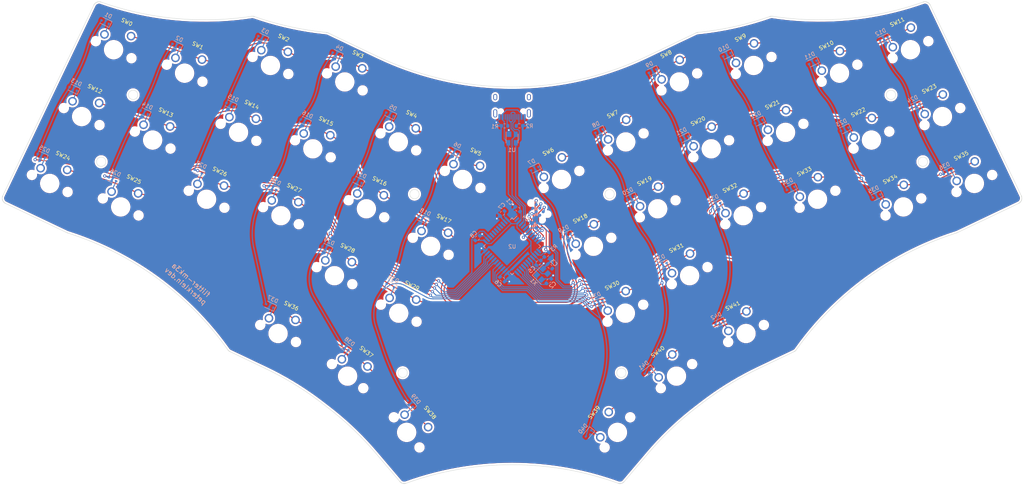
<source format=kicad_pcb>
(kicad_pcb (version 20210126) (generator pcbnew)
  (layers (0 "F.Cu" signal) (31 "B.Cu" signal) (34 "B.Paste" user) (35 "F.Paste" user) (36 "B.SilkS" user "B.Silkscreen") (37 "F.SilkS" user "F.Silkscreen") (38 "B.Mask" user) (39 "F.Mask" user) (44 "Edge.Cuts" user))
  (net 0 "")
  (net 1 "GND")
  (net 2 "matrix-0")
  (net 3 "matrix-3")
  (net 4 "matrix-4")
  (net 5 "matrix-5")
  (net 6 "matrix-6")
  (net 7 "matrix-7")
  (net 8 "matrix-8")
  (net 9 "matrix-9")
  (net 10 "matrix-10")
  (net 11 "matrix-11")
  (net 12 "matrix-12")
  (net 13 "matrix-13")
  (net 14 "matrix-14")
  (net 15 "matrix-15")
  (net 16 "matrix-16")
  (net 17 "matrix-17")
  (net 18 "switch-diode-0")
  (net 19 "switch-diode-1")
  (net 20 "switch-diode-2")
  (net 21 "switch-diode-3")
  (net 22 "switch-diode-4")
  (net 23 "switch-diode-5")
  (net 24 "switch-diode-6")
  (net 25 "switch-diode-7")
  (net 26 "switch-diode-8")
  (net 27 "switch-diode-9")
  (net 28 "switch-diode-10")
  (net 29 "switch-diode-11")
  (net 30 "switch-diode-12")
  (net 31 "switch-diode-13")
  (net 32 "switch-diode-14")
  (net 33 "switch-diode-15")
  (net 34 "switch-diode-16")
  (net 35 "switch-diode-17")
  (net 36 "switch-diode-18")
  (net 37 "switch-diode-19")
  (net 38 "switch-diode-20")
  (net 39 "switch-diode-21")
  (net 40 "switch-diode-22")
  (net 41 "switch-diode-23")
  (net 42 "switch-diode-24")
  (net 43 "switch-diode-25")
  (net 44 "switch-diode-26")
  (net 45 "switch-diode-27")
  (net 46 "switch-diode-28")
  (net 47 "switch-diode-29")
  (net 48 "switch-diode-30")
  (net 49 "switch-diode-31")
  (net 50 "switch-diode-32")
  (net 51 "switch-diode-33")
  (net 52 "switch-diode-34")
  (net 53 "switch-diode-35")
  (net 54 "switch-diode-36")
  (net 55 "switch-diode-37")
  (net 56 "switch-diode-38")
  (net 57 "switch-diode-39")
  (net 58 "switch-diode-40")
  (net 59 "switch-diode-41")
  (net 60 "usb-dp")
  (net 61 "usb-dn")
  (net 62 "usb-vcc")
  (net 63 "usb-cc1")
  (net 64 "usb-cc2")
  (net 65 "icsp-reset")
  (net 66 "icsp-mosi")
  (net 67 "icsp-miso")
  (net 68 "icsp-sck")
  (net 69 "xtal1")
  (net 70 "xtal2")
  (net 71 "ucap")
  (footprint "SW_Cherry_MX_PCB" (layer "F.Cu") (at 176.123463 52.02908 25.5)
    (fp_text reference "SW7")
    (fp_text value "SW_Cherry_MX_1.00u_PCB" hide)
  )
  (footprint "SW_Cherry_MX_PCB" (layer "F.Cu") (at 249.240014 28.322194 25.5)
    (fp_text reference "SW11")
    (fp_text value "SW_Cherry_MX_1.00u_PCB" hide)
  )
  (footprint "SW_Cherry_MX_PCB" (layer "F.Cu") (at 134.222545 61.674453 -25.5)
    (fp_text reference "SW5")
    (fp_text value "SW_Cherry_MX_1.00u_PCB" hide)
  )
  (footprint "SW_Cherry_MX_PCB" (layer "F.Cu") (at 104.691282 112.241715 -37.58262934)
    (fp_text reference "SW37")
    (fp_text value "SW_Cherry_MX_1.00u_PCB" hide)
  )
  (footprint "SW_Cherry_MX_PCB" (layer "F.Cu") (at 54.626803 51.551476 -25.5)
    (fp_text reference "SW13")
    (fp_text value "SW_Cherry_MX_1.00u_PCB" hide)
  )
  (footprint "SW_Cherry_MX_PCB" (layer "F.Cu") (at 76.677217 49.57155 -25.5)
    (fp_text reference "SW14")
    (fp_text value "SW_Cherry_MX_1.00u_PCB" hide)
  )
  (footprint "SW_Cherry_MX_PCB" (layer "F.Cu") (at 44.600563 28.322194 -25.5)
    (fp_text reference "SW0")
    (fp_text value "SW_Cherry_MX_1.00u_PCB" hide)
  )
  (footprint "SW_Cherry_MX_PCB" (layer "F.Cu") (at 167.819268 78.868703 25.5)
    (fp_text reference "SW18")
    (fp_text value "SW_Cherry_MX_1.00u_PCB" hide)
  )
  (footprint "SW_Cherry_MX_PCB" (layer "F.Cu") (at 207.003466 101.282948 25.5)
    (fp_text reference "SW41")
    (fp_text value "SW_Cherry_MX_1.00u_PCB" hide)
  )
  (footprint "SW_Cherry_MX_PCB" (layer "F.Cu") (at 247.41501 68.745725 25.5)
    (fp_text reference "SW34")
    (fp_text value "SW_Cherry_MX_1.00u_PCB" hide)
  )
  (footprint "SW_Cherry_MX_PCB" (layer "F.Cu") (at 225.364595 66.7658 25.5)
    (fp_text reference "SW33")
    (fp_text value "SW_Cherry_MX_1.00u_PCB" hide)
  )
  (footprint "SW_Cherry_MX_PCB" (layer "F.Cu") (at 184.3247 69.22333 25.5)
    (fp_text reference "SW19")
    (fp_text value "SW_Cherry_MX_1.00u_PCB" hide)
  )
  (footprint "SW_Cherry_MX_PCB" (layer "F.Cu") (at 103.966952 36.607161 -25.5)
    (fp_text reference "SW3")
    (fp_text value "SW_Cherry_MX_1.00u_PCB" hide)
  )
  (footprint "SW_Cherry_MX_PCB" (layer "F.Cu") (at 176.020504 96.062952 25.5)
    (fp_text reference "SW30")
    (fp_text value "SW_Cherry_MX_1.00u_PCB" hide)
  )
  (footprint "SW_Cherry_MX_PCB" (layer "F.Cu") (at 192.525936 86.417579 25.5)
    (fp_text reference "SW31")
    (fp_text value "SW_Cherry_MX_1.00u_PCB" hide)
  )
  (footprint "SW_Cherry_MX_PCB" (layer "F.Cu") (at 84.878454 32.3773 -25.5)
    (fp_text reference "SW2")
    (fp_text value "SW_Cherry_MX_1.00u_PCB" hide)
  )
  (footprint "SW_Cherry_MX_PCB" (layer "F.Cu") (at 265.642486 62.710694 25.5)
    (fp_text reference "SW35")
    (fp_text value "SW_Cherry_MX_1.00u_PCB" hide)
  )
  (footprint "SW_Cherry_MX_PCB" (layer "F.Cu") (at 62.828039 34.357226 -25.5)
    (fp_text reference "SW1")
    (fp_text value "SW_Cherry_MX_1.00u_PCB" hide)
  )
  (footprint "SW_Cherry_MX_PCB" (layer "F.Cu") (at 257.44125 45.516444 25.5)
    (fp_text reference "SW23")
    (fp_text value "SW_Cherry_MX_1.00u_PCB" hide)
  )
  (footprint "SW_Cherry_MX_PCB" (layer "F.Cu") (at 109.515877 69.22333 -25.5)
    (fp_text reference "SW16")
    (fp_text value "SW_Cherry_MX_1.00u_PCB" hide)
  )
  (footprint "SW_Cherry_MX_PCB" (layer "F.Cu") (at 173.984564 126.694982 49.66525868)
    (fp_text reference "SW39")
    (fp_text value "SW_Cherry_MX_1.00u_PCB" hide)
  )
  (footprint "SW_Cherry_MX_PCB" (layer "F.Cu") (at 198.07486 53.801411 25.5)
    (fp_text reference "SW20")
    (fp_text value "SW_Cherry_MX_1.00u_PCB" hide)
  )
  (footprint "SW_Cherry_MX_PCB" (layer "F.Cu") (at 239.213774 51.551476 25.5)
    (fp_text reference "SW22")
    (fp_text value "SW_Cherry_MX_1.00u_PCB" hide)
  )
  (footprint "SW_Cherry_MX_PCB" (layer "F.Cu") (at 231.012537 34.357226 25.5)
    (fp_text reference "SW10")
    (fp_text value "SW_Cherry_MX_1.00u_PCB" hide)
  )
  (footprint "SW_Cherry_MX_PCB" (layer "F.Cu") (at 208.962123 32.3773 25.5)
    (fp_text reference "SW9")
    (fp_text value "SW_Cherry_MX_1.00u_PCB" hide)
  )
  (footprint "SW_Cherry_MX_PCB" (layer "F.Cu") (at 206.276097 70.995661 25.5)
    (fp_text reference "SW32")
    (fp_text value "SW_Cherry_MX_1.00u_PCB" hide)
  )
  (footprint "SW_Cherry_MX_PCB" (layer "F.Cu") (at 87.56448 70.995661 -25.5)
    (fp_text reference "SW27")
    (fp_text value "SW_Cherry_MX_1.00u_PCB" hide)
  )
  (footprint "SW_Cherry_MX_PCB" (layer "F.Cu") (at 117.717113 52.02908 -25.5)
    (fp_text reference "SW4")
    (fp_text value "SW_Cherry_MX_1.00u_PCB" hide)
  )
  (footprint "SW_Cherry_MX_PCB" (layer "F.Cu") (at 159.618031 61.674453 25.5)
    (fp_text reference "SW6")
    (fp_text value "SW_Cherry_MX_1.00u_PCB" hide)
  )
  (footprint "SW_Cherry_MX_PCB" (layer "F.Cu") (at 117.820072 96.062952 -25.5)
    (fp_text reference "SW29")
    (fp_text value "SW_Cherry_MX_1.00u_PCB" hide)
  )
  (footprint "SW_Cherry_MX_PCB" (layer "F.Cu") (at 119.856013 126.694982 -49.66525868)
    (fp_text reference "SW38")
    (fp_text value "SW_Cherry_MX_1.00u_PCB" hide)
  )
  (footprint "SW_Cherry_MX_PCB" (layer "F.Cu") (at 217.163359 49.57155 25.5)
    (fp_text reference "SW21")
    (fp_text value "SW_Cherry_MX_1.00u_PCB" hide)
  )
  (footprint "SW_Cherry_MX_PCB" (layer "F.Cu") (at 46.425566 68.745725 -25.5)
    (fp_text reference "SW25")
    (fp_text value "SW_Cherry_MX_1.00u_PCB" hide)
  )
  (footprint "SW_Cherry_MX_PCB" (layer "F.Cu") (at 101.31464 86.417579 -25.5)
    (fp_text reference "SW28")
    (fp_text value "SW_Cherry_MX_1.00u_PCB" hide)
  )
  (footprint "SW_Cherry_MX_PCB" (layer "F.Cu") (at 68.475981 66.7658 -25.5)
    (fp_text reference "SW26")
    (fp_text value "SW_Cherry_MX_1.00u_PCB" hide)
  )
  (footprint "SW_Cherry_MX_PCB" (layer "F.Cu") (at 189.873624 36.607161 25.5)
    (fp_text reference "SW8")
    (fp_text value "SW_Cherry_MX_1.00u_PCB" hide)
  )
  (footprint "SW_Cherry_MX_PCB" (layer "F.Cu") (at 28.19809 62.710694 -25.5)
    (fp_text reference "SW24")
    (fp_text value "SW_Cherry_MX_1.00u_PCB" hide)
  )
  (footprint "SW_Cherry_MX_PCB" (layer "F.Cu") (at 36.399326 45.516444 -25.5)
    (fp_text reference "SW12")
    (fp_text value "SW_Cherry_MX_1.00u_PCB" hide)
  )
  (footprint "SW_Cherry_MX_PCB" (layer "F.Cu") (at 86.83711 101.282948 -25.5)
    (fp_text reference "SW36")
    (fp_text value "SW_Cherry_MX_1.00u_PCB" hide)
  )
  (footprint "SW_Cherry_MX_PCB" (layer "F.Cu") (at 95.765716 53.801411 -25.5)
    (fp_text reference "SW15")
    (fp_text value "SW_Cherry_MX_1.00u_PCB" hide)
  )
  (footprint "SW_Cherry_MX_PCB" (layer "F.Cu") (at 189.149295 112.241715 37.58262934)
    (fp_text reference "SW40")
    (fp_text value "SW_Cherry_MX_1.00u_PCB" hide)
  )
  (footprint "SW_Cherry_MX_PCB" (layer "F.Cu") (at 126.021309 78.868703 -25.5)
    (fp_text reference "SW17")
    (fp_text value "SW_Cherry_MX_1.00u_PCB" hide)
  )
  (footprint "D_SOD-323" (layer "B.Cu") (at 152.737294 58.862789 -154.5)
    (fp_text reference "D7")
    (fp_text value "4148")
  )
  (footprint "R_0603_1608Metric" (layer "B.Cu") (at 145.020288 47.907434)
    (fp_text reference "R1")
    (fp_text value "5.1 kΩ")
  )
  (footprint "D_SOD-323" (layer "B.Cu") (at 123.876193 71.751928 154.5)
    (fp_text reference "D18")
    (fp_text value "4148")
  )
  (footprint "R_0603_1608Metric" (layer "B.Cu") (at 153.680288 83.108703 45)
    (fp_text reference "C5")
    (fp_text value "0.1 µF")
  )
  (footprint "D_SOD-323" (layer "B.Cu") (at 101.821837 29.490387 154.5)
    (fp_text reference "D4")
    (fp_text value "4148")
  )
  (footprint "D_SOD-323" (layer "B.Cu") (at 60.682924 27.240451 154.5)
    (fp_text reference "D2")
    (fp_text value "4148")
  )
  (footprint "D_SOD-323" (layer "B.Cu") (at 224.1318 31.545562 -154.5)
    (fp_text reference "D11")
    (fp_text value "4148")
  )
  (footprint "D_SOD-323" (layer "B.Cu") (at 132.07743 54.557678 154.5)
    (fp_text reference "D6")
    (fp_text value "4148")
  )
  (footprint "D_SOD-323" (layer "B.Cu") (at 185.645198 83.605916 -154.5)
    (fp_text reference "D32")
    (fp_text value "4148")
  )
  (footprint "R_0603_1608Metric" (layer "B.Cu") (at 155.800288 80.988703 45)
    (fp_text reference "R3")
    (fp_text value "10 kΩ")
  )
  (footprint "D_SOD-323" (layer "B.Cu") (at 107.370761 62.106555 154.5)
    (fp_text reference "D17")
    (fp_text value "4148")
  )
  (footprint "R_0603_1608Metric" (layer "B.Cu") (at 156.656675 84.022883 135)
    (fp_text reference "C3")
    (fp_text value "22 pF")
  )
  (footprint "D_SOD-323" (layer "B.Cu") (at 258.761749 59.89903 -154.5)
    (fp_text reference "D36")
    (fp_text value "4148")
  )
  (footprint "D_SOD-323" (layer "B.Cu") (at 200.122729 98.471284 -154.5)
    (fp_text reference "D42")
    (fp_text value "4148")
  )
  (footprint "D_SOD-323" (layer "B.Cu") (at 199.395359 68.183997 -154.5)
    (fp_text reference "D33")
    (fp_text value "4148")
  )
  (footprint "D_SOD-323" (layer "B.Cu") (at 218.483858 63.954136 -154.5)
    (fp_text reference "D34")
    (fp_text value "4148")
  )
  (footprint "R_0603_1608Metric" (layer "B.Cu") (at 138.040288 76.748703 45)
    (fp_text reference "C8")
    (fp_text value "0.1 µF")
  )
  (footprint "D_SOD-323" (layer "B.Cu") (at 210.282621 46.759886 -154.5)
    (fp_text reference "D22")
    (fp_text value "4148")
  )
  (footprint "SOT-143" (layer "B.Cu") (at 146.920288 51.157434 -90)
    (fp_text reference "U1")
    (fp_text value "SR05")
  )
  (footprint "D_SOD-323" (layer "B.Cu") (at 44.280451 61.628951 154.5)
    (fp_text reference "D26")
    (fp_text value "4148")
  )
  (footprint "D_SOD-323" (layer "B.Cu") (at 84.691995 94.166173 154.5)
    (fp_text reference "D37")
    (fp_text value "4148")
  )
  (footprint "D_SOD-323" (layer "B.Cu") (at 242.359276 25.510531 -154.5)
    (fp_text reference "D12")
    (fp_text value "4148")
  )
  (footprint "D_SOD-323" (layer "B.Cu") (at 66.330866 59.649025 154.5)
    (fp_text reference "D27")
    (fp_text value "4148")
  )
  (footprint "D_SOD-323" (layer "B.Cu") (at 166.555785 126.946476 -130.3347413)
    (fp_text reference "D40")
    (fp_text value "4148")
  )
  (footprint "R_0603_1608Metric" (layer "B.Cu") (at 152.620288 73.568703 -45)
    (fp_text reference "C4")
    (fp_text value "1 µF")
  )
  (footprint "D_SOD-323" (layer "B.Cu") (at 202.081385 29.565637 -154.5)
    (fp_text reference "D10")
    (fp_text value "4148")
  )
  (footprint "D_SOD-323" (layer "B.Cu") (at 85.419364 63.878886 154.5)
    (fp_text reference "D28")
    (fp_text value "4148")
  )
  (footprint "D_SOD-323" (layer "B.Cu") (at 181.832445 110.932629 -142.4173707)
    (fp_text reference "D41")
    (fp_text value "4148")
  )
  (footprint "D_SOD-323" (layer "B.Cu") (at 240.534273 65.934062 -154.5)
    (fp_text reference "D35")
    (fp_text value "4148")
  )
  (footprint "R_0603_1608Metric" (layer "B.Cu") (at 148.380288 69.328703 -45)
    (fp_text reference "C1")
    (fp_text value "10 µF")
  )
  (footprint "D_SOD-323" (layer "B.Cu") (at 93.620601 46.684637 154.5)
    (fp_text reference "D16")
    (fp_text value "4148")
  )
  (footprint "D_SOD-323" (layer "B.Cu") (at 120.81227 119.323716 130.3347413)
    (fp_text reference "D39")
    (fp_text value "4148")
  )
  (footprint "D_SOD-323" (layer "B.Cu") (at 182.992887 33.795498 -154.5)
    (fp_text reference "D9")
    (fp_text value "4148")
  )
  (footprint "D_SOD-323" (layer "B.Cu") (at 160.93853 76.057039 -154.5)
    (fp_text reference "D19")
    (fp_text value "4148")
  )
  (footprint "D_SOD-323" (layer "B.Cu") (at 74.532102 42.454775 154.5)
    (fp_text reference "D15")
    (fp_text value "4148")
  )
  (footprint "R_0603_1608Metric" (layer "B.Cu") (at 156.363362 87.808395 45)
    (fp_text reference "C2")
    (fp_text value "22 pF")
  )
  (footprint "D_SOD-323" (layer "B.Cu") (at 52.481687 44.434701 154.5)
    (fp_text reference "D14")
    (fp_text value "4148")
  )
  (footprint "Crystal_SMD_3225-4Pin_3.2x2.5mm" (layer "B.Cu") (at 154.664931 86.051339 45)
    (fp_text reference "X1")
    (fp_text value "16 MHz")
  )
  (footprint "D_SOD-323" (layer "B.Cu") (at 250.560513 42.70478 -154.5)
    (fp_text reference "D24")
    (fp_text value "4148")
  )
  (footprint "D_SOD-323" (layer "B.Cu") (at 99.169525 79.300805 154.5)
    (fp_text reference "D29")
    (fp_text value "4148")
  )
  (footprint "D_SOD-323" (layer "B.Cu") (at 191.194123 50.989748 -154.5)
    (fp_text reference "D21")
    (fp_text value "4148")
  )
  (footprint "D_SOD-323" (layer "B.Cu") (at 82.733338 25.260526 154.5)
    (fp_text reference "D3")
    (fp_text value "4148")
  )
  (footprint "D_SOD-323" (layer "B.Cu") (at 42.455447 21.20542 154.5)
    (fp_text reference "D1")
    (fp_text value "4148")
  )
  (footprint "D_SOD-323" (layer "B.Cu") (at 115.674957 88.946178 154.5)
    (fp_text reference "D30")
    (fp_text value "4148")
  )
  (footprint "D_SOD-323" (layer "B.Cu") (at 232.333036 48.739812 -154.5)
    (fp_text reference "D23")
    (fp_text value "4148")
  )
  (footprint "R_0603_1608Metric" (layer "B.Cu") (at 148.820288 47.907434)
    (fp_text reference "R2")
    (fp_text value "5.1 kΩ")
  )
  (footprint "R_0603_1608Metric" (layer "B.Cu") (at 144.400288 87.348703 -45)
    (fp_text reference "C6")
    (fp_text value "0.1 µF")
  )
  (footprint "D_SOD-323" (layer "B.Cu") (at 104.083386 104.83358 142.4173707)
    (fp_text reference "D38")
    (fp_text value "4148")
  )
  (footprint "D_SOD-323" (layer "B.Cu") (at 115.571998 44.912306 154.5)
    (fp_text reference "D5")
    (fp_text value "4148")
  )
  (footprint "Tag-Connect_TC2030-IDC-NL_2x03_P1.27mm_Vertical" (layer "B.Cu") (at 153.579048 69.527689 -45)
    (fp_text reference "Jx1" hide)
    (fp_text value "Tag-Connect_TC2030-IDC-NL_2x03_P1.27mm_Vertical" hide)
  )
  (footprint "TQFP-44_10x10mm_P0.8mm" (layer "B.Cu") (at 146.920288 78.868703 -135)
    (fp_text reference "U2")
    (fp_text value "ATMEGA32U4-AU")
  )
  (footprint "D_SOD-323" (layer "B.Cu") (at 169.139767 93.251289 -154.5)
    (fp_text reference "D31")
    (fp_text value "4148")
  )
  (footprint "D_SOD-323" (layer "B.Cu") (at 26.052975 55.593919 154.5)
    (fp_text reference "D25")
    (fp_text value "4148")
  )
  (footprint "D_SOD-323" (layer "B.Cu") (at 177.443962 66.411666 -154.5)
    (fp_text reference "D20")
    (fp_text value "4148")
  )
  (footprint "D_SOD-323" (layer "B.Cu") (at 34.254211 38.399669 154.5)
    (fp_text reference "D13")
    (fp_text value "4148")
  )
  (footprint "HRO-TYPE-C-31-M-12" (layer "B.Cu") (at 146.920288 37.907434)
    (fp_text reference "J1" hide)
    (fp_text value "HRO-TYPE-C-31-M-12" hide)
  )
  (footprint "D_SOD-323" (layer "B.Cu") (at 169.242726 49.217417 -154.5)
    (fp_text reference "D8")
    (fp_text value "4148")
  )
  (footprint "R_0603_1608Metric" (layer "B.Cu") (at 144.400288 70.388703 45)
    (fp_text reference "C7")
    (fp_text value "0.1 µF")
  )
  (gr_line (start 99.425125 23.927816) (end 99.461364 23.936914) (layer "Edge.Cuts") (width 0.1))
  (gr_line (start 203.563271 22.489334) (end 205.477589 22.052874) (layer "Edge.Cuts") (width 0.1))
  (gr_line (start 60.337739 90.65375) (end 58.824061 89.403195) (layer "Edge.Cuts") (width 0.1))
  (gr_line (start 243.019557 83.727545) (end 241.364182 84.783406) (layer "Edge.Cuts") (width 0.1))
  (gr_line (start 162.641594 36.347476) (end 164.576058 35.934823) (layer "Edge.Cuts") (width 0.1))
  (gr_line (start 74.230663 105.785546) (end 74.201714 105.762802) (layer "Edge.Cuts") (width 0.1))
  (gr_line (start 195.816271 23.761859) (end 197.764151 23.515137) (layer "Edge.Cuts") (width 0.1))
  (gr_line (start 53.095596 19.250245) (end 55.029024 19.592248) (layer "Edge.Cuts") (width 0.1))
  (gr_line (start 16.063164 66.929816) (end 16.053026 66.894425) (layer "Edge.Cuts") (width 0.1))
  (gr_line (start 194.538649 23.898053) (end 194.575048 23.892532) (layer "Edge.Cuts") (width 0.1))
  (gr_line (start 201.638818 22.878683) (end 203.563271 22.489334) (layer "Edge.Cuts") (width 0.1))
  (gr_line (start 277.825062 66.714328) (end 277.819333 66.750694) (layer "Edge.Cuts") (width 0.1))
  (gr_line (start 99.241155 23.896002) (end 99.278243 23.900527) (layer "Edge.Cuts") (width 0.1))
  (gr_line (start 43.586177 16.83516) (end 45.4632 17.411263) (layer "Edge.Cuts") (width 0.1))
  (gr_line (start 207.380619 21.569566) (end 209.271214 21.039701) (layer "Edge.Cuts") (width 0.1))
  (gr_line (start 252.994438 16.001919) (end 253.031404 16.002976) (layer "Edge.Cuts") (width 0.1))
  (gr_line (start 254.272495 16.757672) (end 254.290442 16.790007) (layer "Edge.Cuts") (width 0.1))
  (gr_line (start 221.384288 103.465956) (end 220.214374 105.054239) (layer "Edge.Cuts") (width 0.1))
  (gr_line (start 16.029779 66.201641) (end 16.037522 66.165649) (layer "Edge.Cuts") (width 0.1))
  (gr_line (start 150.87475 37.809638) (end 152.848959 37.687449) (layer "Edge.Cuts") (width 0.1))
  (gr_line (start 261.090948 75.419269) (end 261.056029 75.430931) (layer "Edge.Cuts") (width 0.1))
  (gr_line (start 94.427299 23.268109) (end 96.411509 23.561037) (layer "Edge.Cuts") (width 0.1))
  (gr_line (start 16.230092 67.297434) (end 16.210882 67.266029) (layer "Edge.Cuts") (width 0.1))
  (gr_line (start 16.157955 67.169118) (end 16.141916 67.135981) (layer "Edge.Cuts") (width 0.1))
  (gr_line (start 86.58252 21.60219) (end 88.527433 22.092308) (layer "Edge.Cuts") (width 0.1))
  (gr_line (start 175.630837 139.454783) (end 175.603452 139.479381) (layer "Edge.Cuts") (width 0.1))
  (gr_line (start 253.031404 16.002976) (end 253.068333 16.004945) (layer "Edge.Cuts") (width 0.1))
  (gr_line (start 16.662559 67.743559) (end 16.632271 67.722633) (layer "Edge.Cuts") (width 0.1))
  (gr_line (start 118.293661 139.526524) (end 118.265103 139.503299) (layer "Edge.Cuts") (width 0.1))
  (gr_line (start 277.724518 65.920532) (end 277.7383 65.954669) (layer "Edge.Cuts") (width 0.1))
  (gr_circle (center 41.412446 57.131085) (end 42.612446 57.131085) (layer "Edge.Cuts") (width 0.1) (fill none))
  (gr_line (start 40.104422 16.210882) (end 40.13629 16.192448) (layer "Edge.Cuts") (width 0.1))
  (gr_line (start 99.461364 23.936914) (end 99.497365 23.946911) (layer "Edge.Cuts") (width 0.1))
  (gr_circle (center 121.869211 65.448891) (end 123.069211 65.448891) (layer "Edge.Cuts") (width 0.1) (fill none))
  (gr_line (start 222.587189 101.914138) (end 221.384288 103.465956) (layer "Edge.Cuts") (width 0.1))
  (gr_line (start 253.636035 16.157678) (end 253.668966 16.174505) (layer "Edge.Cuts") (width 0.1))
  (gr_line (start 137.000458 135.617634) (end 135.029992 135.888787) (layer "Edge.Cuts") (width 0.1))
  (gr_line (start 213.710497 19.725519) (end 213.748144 19.72857) (layer "Edge.Cuts") (width 0.1))
  (gr_line (start 99.921814 24.12471) (end 112.471032 30.11038) (layer "Edge.Cuts") (width 0.1))
  (gr_line (start 219.894467 105.499125) (end 219.871912 105.528222) (layer "Edge.Cuts") (width 0.1))
  (gr_line (start 16.337368 67.446879) (end 16.314458 67.418062) (layer "Edge.Cuts") (width 0.1))
  (gr_line (start 197.764151 23.515137) (end 199.70539 23.220686) (layer "Edge.Cuts") (width 0.1))
  (gr_line (start 31.90282 32.818701) (end 39.517484 16.854225) (layer "Edge.Cuts") (width 0.1))
  (gr_line (start 118.885556 139.812175) (end 118.84981 139.803388) (layer "Edge.Cuts") (width 0.1))
  (gr_line (start 118.444515 139.631768) (end 118.41333 139.612213) (layer "Edge.Cuts") (width 0.1))
  (gr_line (start 16.037522 66.165649) (end 16.046145 66.129859) (layer "Edge.Cuts") (width 0.1))
  (gr_line (start 174.663513 139.850467) (end 174.62671 139.85121) (layer "Edge.Cuts") (width 0.1))
  (gr_line (start 74.415259 105.906501) (end 74.383287 105.88825) (layer "Edge.Cuts") (width 0.1))
  (gr_line (start 253.9155 16.337202) (end 253.943921 16.360864) (layer "Edge.Cuts") (width 0.1))
  (gr_line (start 252.700059 16.026217) (end 252.736516 16.02001) (layer "Edge.Cuts") (width 0.1))
  (gr_line (start 175.332297 139.668553) (end 175.299757 139.685761) (layer "Edge.Cuts") (width 0.1))
  (gr_line (start 184.42294 129.253501) (end 183.160233 130.63884) (layer "Edge.Cuts") (width 0.1))
  (gr_line (start 277.794431 66.129859) (end 277.803055 66.165649) (layer "Edge.Cuts") (width 0.1))
  (gr_line (start 118.50828 139.668553) (end 118.476172 139.650551) (layer "Edge.Cuts") (width 0.1))
  (gr_circle (center 252.42813 57.131085) (end 253.62813 57.131085) (layer "Edge.Cuts") (width 0.1) (fill none))
  (gr_line (start 253.39533 16.063274) (end 253.430662 16.074196) (layer "Edge.Cuts") (width 0.1))
  (gr_line (start 174.589901 139.851049) (end 174.553107 139.849985) (layer "Edge.Cuts") (width 0.1))
  (gr_line (start 194.1269 120.430159) (end 192.648035 121.596165) (layer "Edge.Cuts") (width 0.1))
  (gr_line (start 52.476395 84.783406) (end 50.821019 83.727545) (layer "Edge.Cuts") (width 0.1))
  (gr_line (start 39.53374 16.821193) (end 39.550801 16.788571) (layer "Edge.Cuts") (width 0.1))
  (gr_line (start 253.602699 16.141669) (end 253.636035 16.157678) (layer "Edge.Cuts") (width 0.1))
  (gr_line (start 140.991617 37.687449) (end 142.965826 37.809638) (layer "Edge.Cuts") (width 0.1))
  (gr_line (start 39.788382 16.462131) (end 39.814179 16.435866) (layer "Edge.Cuts") (width 0.1))
  (gr_line (start 253.886505 16.314248) (end 253.9155 16.337202) (layer "Edge.Cuts") (width 0.1))
  (gr_line (start 40.301875 16.112301) (end 40.336102 16.098743) (layer "Edge.Cuts") (width 0.1))
  (gr_line (start 119.777507 33.162124) (end 121.646321 33.810172) (layer "Edge.Cuts") (width 0.1))
  (gr_line (start 84.650506 21.063469) (end 86.58252 21.60219) (layer "Edge.Cuts") (width 0.1))
  (gr_line (start 175.758264 139.322135) (end 175.734096 139.349899) (layer "Edge.Cuts") (width 0.1))
  (gr_line (start 119.470442 139.83116) (end 119.434054 139.836719) (layer "Edge.Cuts") (width 0.1))
  (gr_line (start 41.096312 16.016955) (end 41.13264 16.022922) (layer "Edge.Cuts") (width 0.1))
  (gr_line (start 213.115553 19.805218) (end 213.151382 19.793264) (layer "Edge.Cuts") (width 0.1))
  (gr_line (start 254.101436 16.516865) (end 254.125371 16.545056) (layer "Edge.Cuts") (width 0.1))
  (gr_line (start 194.35929 23.938947) (end 194.394739 23.929012) (layer "Edge.Cuts") (width 0.1))
  (gr_line (start 277.682621 67.169118) (end 277.665774 67.201851) (layer "Edge.Cuts") (width 0.1))
  (gr_line (start 16 66.49418) (end 16.000572 66.45737) (layer "Edge.Cuts") (width 0.1))
  (gr_line (start 277.784932 66.094291) (end 277.794431 66.129859) (layer "Edge.Cuts") (width 0.1))
  (gr_line (start 277.610485 67.297434) (end 277.59051 67.328358) (layer "Edge.Cuts") (width 0.1))
  (gr_line (start 57.280149 88.190163) (end 55.706933 87.015387) (layer "Edge.Cuts") (width 0.1))
  (gr_line (start 277.777413 66.929816) (end 277.766409 66.964948) (layer "Edge.Cuts") (width 0.1))
  (gr_line (start 80.506245 19.747255) (end 80.543305 19.754616) (layer "Edge.Cuts") (width 0.1))
  (gr_line (start 253.82686 16.270519) (end 253.856952 16.292016) (layer "Edge.Cuts") (width 0.1))
  (gr_line (start 118.540819 139.685761) (end 118.50828 139.668553) (layer "Edge.Cuts") (width 0.1))
  (gr_line (start 237.190172 19.841529) (end 239.156751 19.534767) (layer "Edge.Cuts") (width 0.1))
  (gr_line (start 96.54442 118.018874) (end 95.019703 116.928537) (layer "Edge.Cuts") (width 0.1))
  (gr_line (start 183.160233 130.63884) (end 181.924564 132.060014) (layer "Edge.Cuts") (width 0.1))
  (gr_line (start 119.434054 139.836719) (end 119.397541 139.841384) (layer "Edge.Cuts") (width 0.1))
  (gr_line (start 277.812713 66.786908) (end 277.805206 66.82295) (layer "Edge.Cuts") (width 0.1))
  (gr_line (start 40.440635 16.063164) (end 40.476026 16.053026) (layer "Edge.Cuts") (width 0.1))
  (gr_line (start 219.667243 105.739354) (end 219.638862 105.762802) (layer "Edge.Cuts") (width 0.1))
  (gr_line (start 16.174803 67.201851) (end 16.157955 67.169118) (layer "Edge.Cuts") (width 0.1))
  (gr_line (start 74.383287 105.88825) (end 74.351772 105.869221) (layer "Edge.Cuts") (width 0.1))
  (gr_line (start 72.456288 103.465956) (end 71.253388 101.914138) (layer "Edge.Cuts") (width 0.1))
  (gr_line (start 219.266406 105.986719) (end 219.249841 105.994746) (layer "Edge.Cuts") (width 0.1))
  (gr_line (start 236.560427 88.190163) (end 235.016515 89.403195) (layer "Edge.Cuts") (width 0.1))
  (gr_line (start 160.773699 136.208844) (end 158.810584 135.888787) (layer "Edge.Cuts") (width 0.1))
  (gr_line (start 41.13264 16.022922) (end 41.16881 16.029779) (layer "Edge.Cuts") (width 0.1))
  (gr_line (start 125.312105 137.973705) (end 123.403827 138.534715) (layer "Edge.Cuts") (width 0.1))
  (gr_line (start 277.295964 67.655484) (end 277.267297 67.678582) (layer "Edge.Cuts") (width 0.1))
  (gr_line (start 16.130673 65.886743) (end 16.146114 65.853322) (layer "Edge.Cuts") (width 0.1))
  (gr_line (start 80.281072 19.722863) (end 80.318817 19.72456) (layer "Edge.Cuts") (width 0.1))
  (gr_line (start 16.021244 66.750694) (end 16.015514 66.714328) (layer "Edge.Cuts") (width 0.1))
  (gr_line (start 277.810797 66.201641) (end 277.817654 66.237811) (layer "Edge.Cuts") (width 0.1))
  (gr_line (start 74.118339 105.690404) (end 74.091759 105.664932) (layer "Edge.Cuts") (width 0.1))
  (gr_line (start 118.573772 139.702165) (end 118.540819 139.685761) (layer "Edge.Cuts") (width 0.1))
  (gr_line (start 277.741833 67.034349) (end 277.728275 67.068576) (layer "Edge.Cuts") (width 0.1))
  (gr_line (start 32.243228 75.193145) (end 16.854225 67.852967) (layer "Edge.Cuts") (width 0.1))
  (gr_line (start 194.575048 23.892532) (end 194.61157 23.887906) (layer "Edge.Cuts") (width 0.1))
  (gr_line (start 198.820873 116.928537) (end 197.296157 118.018874) (layer "Edge.Cuts") (width 0.1))
  (gr_line (start 74.015881 105.584711) (end 73.991926 105.556756) (layer "Edge.Cuts") (width 0.1))
  (gr_line (start 162.728251 136.577608) (end 160.773699 136.208844) (layer "Edge.Cuts") (width 0.1))
  (gr_line (start 277.378445 67.582069) (end 277.351555 67.607213) (layer "Edge.Cuts") (width 0.1))
  (gr_line (start 219.638862 105.762802) (end 219.609914 105.785546) (layer "Edge.Cuts") (width 0.1))
  (gr_line (start 36.749945 76.802765) (end 34.903451 76.135255) (layer "Edge.Cuts") (width 0.1))
  (gr_line (start 40.201333 16.157955) (end 40.23447 16.141916) (layer "Edge.Cuts") (width 0.1))
  (gr_line (start 211.148237 20.463598) (end 213.019287 19.838688) (layer "Edge.Cuts") (width 0.1))
  (gr_line (start 76.553577 20.191133) (end 78.50303 19.957165) (layer "Edge.Cuts") (width 0.1))
  (gr_line (start 219.519843 105.849423) (end 219.488805 105.869221) (layer "Edge.Cuts") (width 0.1))
  (gr_line (start 253.215228 16.021896) (end 253.251635 16.02839) (layer "Edge.Cuts") (width 0.1))
  (gr_line (start 45.4632 17.411263) (end 47.353796 17.941128) (layer "Edge.Cuts") (width 0.1))
  (gr_line (start 39.867666 16.385274) (end 39.895325 16.360978) (layer "Edge.Cuts") (width 0.1))
  (gr_line (start 73.94611 105.499125) (end 73.924276 105.469484) (layer "Edge.Cuts") (width 0.1))
  (gr_line (start 40.692619 16.010679) (end 40.729222 16.006741) (layer "Edge.Cuts") (width 0.1))
  (gr_line (start 60.871492 20.332266) (end 62.829132 20.483113) (layer "Edge.Cuts") (width 0.1))
  (gr_line (start 16.410242 67.529839) (end 16.385274 67.502785) (layer "Edge.Cuts") (width 0.1))
  (gr_line (start 152.882013 135.22268) (end 150.89682 135.099123) (layer "Edge.Cuts") (width 0.1))
  (gr_line (start 119.578633 139.809151) (end 119.542753 139.817372) (layer "Edge.Cuts") (width 0.1))
  (gr_line (start 253.449559 78.272699) (end 251.657173 79.074237) (layer "Edge.Cuts") (width 0.1))
  (gr_line (start 80.689338 19.793314) (end 80.725179 19.805272) (layer "Edge.Cuts") (width 0.1))
  (gr_line (start 277.694463 65.853322) (end 277.709903 65.886743) (layer "Edge.Cuts") (width 0.1))
  (gr_line (start 16.010679 66.677832) (end 16.006741 66.641229) (layer "Edge.Cuts") (width 0.1))
  (gr_line (start 229.152232 94.622918) (end 227.768419 96.015818) (layer "Edge.Cuts") (width 0.1))
  (gr_line (start 175.096559 139.771804) (end 175.061557 139.783197) (layer "Edge.Cuts") (width 0.1))
  (gr_line (start 133.066877 136.208844) (end 131.112326 136.577608) (layer "Edge.Cuts") (width 0.1))
  (gr_circle (center 49.613683 39.936835) (end 50.813683 39.936835) (layer "Edge.Cuts") (width 0.1) (fill none))
  (gr_line (start 40.13629 16.192448) (end 40.1686 16.174803) (layer "Edge.Cuts") (width 0.1))
  (gr_line (start 131.198982 36.347476) (end 133.143056 36.712178) (layer "Edge.Cuts") (width 0.1))
  (gr_line (start 80.092363 19.728646) (end 80.130023 19.725588) (layer "Edge.Cuts") (width 0.1))
  (gr_line (start 55.706933 87.015387) (end 54.10536 85.879573) (layer "Edge.Cuts") (width 0.1))
  (gr_line (start 213.371628 19.74079) (end 213.408998 19.735305) (layer "Edge.Cuts") (width 0.1))
  (gr_line (start 243.063976 18.774975) (end 245.002203 18.322417) (layer "Edge.Cuts") (width 0.1))
  (gr_line (start 40.619757 16.021244) (end 40.656123 16.015514) (layer "Edge.Cuts") (width 0.1))
  (gr_line (start 213.597264 19.722064) (end 213.635033 19.722265) (layer "Edge.Cuts") (width 0.1))
  (gr_line (start 241.364182 84.783406) (end 239.735217 85.879573) (layer "Edge.Cuts") (width 0.1))
  (gr_line (start 172.194255 33.810172) (end 174.063069 33.162124) (layer "Edge.Cuts") (width 0.1))
  (gr_line (start 232.020305 91.941076) (end 230.569812 93.264398) (layer "Edge.Cuts") (width 0.1))
  (gr_line (start 73.626202 105.054239) (end 72.456288 103.465956) (layer "Edge.Cuts") (width 0.1))
  (gr_line (start 213.484092 19.727164) (end 213.521769 19.724514) (layer "Edge.Cuts") (width 0.1))
  (gr_line (start 175.517796 139.549041) (end 175.488133 139.570837) (layer "Edge.Cuts") (width 0.1))
  (gr_line (start 277.838529 66.420585) (end 277.840005 66.45737) (layer "Edge.Cuts") (width 0.1))
  (gr_line (start 80.130023 19.725588) (end 80.167747 19.72348) (layer "Edge.Cuts") (width 0.1))
  (gr_line (start 39.669481 16.602505) (end 39.691869 16.573279) (layer "Edge.Cuts") (width 0.1))
  (gr_line (start 213.260514 19.762866) (end 213.297363 19.754575) (layer "Edge.Cuts") (width 0.1))
  (gr_line (start 121.646321 33.810172) (end 123.530585 34.41182) (layer "Edge.Cuts") (width 0.1))
  (gr_line (start 175.546915 139.526524) (end 175.517796 139.549041) (layer "Edge.Cuts") (width 0.1))
  (gr_line (start 119.213866 139.85121) (end 119.177064 139.850467) (layer "Edge.Cuts") (width 0.1))
  (gr_line (start 118.84981 139.803388) (end 118.814291 139.793727) (layer "Edge.Cuts") (width 0.1))
  (gr_line (start 174.737007 139.846274) (end 174.700286 139.848822) (layer "Edge.Cuts") (width 0.1))
  (gr_line (start 99.388671 23.919624) (end 99.425125 23.927816) (layer "Edge.Cuts") (width 0.1))
  (gr_line (start 41.059849 16.011881) (end 41.096312 16.016955) (layer "Edge.Cuts") (width 0.1))
  (gr_line (start 90.484021 22.533513) (end 92.451055 22.925529) (layer "Edge.Cuts") (width 0.1))
  (gr_line (start 45.706475 80.808042) (end 43.955578 79.919521) (layer "Edge.Cuts") (width 0.1))
  (gr_line (start 194.61157 23.887906) (end 194.877282 23.857559) (layer "Edge.Cuts") (width 0.1))
  (gr_line (start 261.937757 32.818701) (end 270.138993 50.012951) (layer "Edge.Cuts") (width 0.1))
  (gr_line (start 166.499728 35.47447) (end 168.411428 34.966698) (layer "Edge.Cuts") (width 0.1))
  (gr_line (start 139.021033 37.516489) (end 140.991617 37.687449) (layer "Edge.Cuts") (width 0.1))
  (gr_line (start 253.068333 16.004945) (end 253.105202 16.007823) (layer "Edge.Cuts") (width 0.1))
  (gr_line (start 166.606836 137.460311) (end 164.67303 136.994849) (layer "Edge.Cuts") (width 0.1))
  (gr_line (start 188.400866 125.28023) (end 187.043976 126.57346) (layer "Edge.Cuts") (width 0.1))
  (gr_line (start 118.131322 139.377063) (end 118.10648 139.349899) (layer "Edge.Cuts") (width 0.1))
  (gr_line (start 175.23346 139.717756) (end 175.199743 139.732524) (layer "Edge.Cuts") (width 0.1))
  (gr_line (start 154.863521 135.395552) (end 152.882013 135.22268) (layer "Edge.Cuts") (width 0.1))
  (gr_line (start 277.766409 66.964948) (end 277.754547 66.999799) (layer "Edge.Cuts") (width 0.1))
  (gr_line (start 277.803055 66.165649) (end 277.810797 66.201641) (layer "Edge.Cuts") (width 0.1))
  (gr_line (start 156.840119 135.617634) (end 154.863521 135.395552) (layer "Edge.Cuts") (width 0.1))
  (gr_line (start 82.732605 20.476482) (end 84.650506 21.063469) (layer "Edge.Cuts") (width 0.1))
  (gr_line (start 254.192907 16.633047) (end 254.213951 16.663458) (layer "Edge.Cuts") (width 0.1))
  (gr_line (start 41.204802 16.037522) (end 41.240592 16.046145) (layer "Edge.Cuts") (width 0.1))
  (gr_circle (center 175.002534 111.378967) (end 176.202534 111.378967) (layer "Edge.Cuts") (width 0.1) (fill none))
  (gr_line (start 91.89574 114.856509) (end 90.298208 113.875955) (layer "Edge.Cuts") (width 0.1))
  (gr_line (start 231.253189 20.467096) (end 233.237168 20.307838) (layer "Edge.Cuts") (width 0.1))
  (gr_line (start 70.012766 100.392308) (end 68.73517 98.901382) (layer "Edge.Cuts") (width 0.1))
  (gr_line (start 270.138993 50.012951) (end 277.694463 65.853322) (layer "Edge.Cuts") (width 0.1))
  (gr_line (start 277.147224 67.763736) (end 277.115945 67.783151) (layer "Edge.Cuts") (width 0.1))
  (gr_line (start 181.924564 132.060014) (end 175.758264 139.322135) (layer "Edge.Cuts") (width 0.1))
  (gr_line (start 160.69752 36.712178) (end 162.641594 36.347476) (layer "Edge.Cuts") (width 0.1))
  (gr_line (start 133.143056 36.712178) (end 135.095552 37.028704) (layer "Edge.Cuts") (width 0.1))
  (gr_line (start 41.311484 16.066014) (end 41.346543 16.077247) (layer "Edge.Cuts") (width 0.1))
  (gr_line (start 277.828695 66.310602) (end 277.832873 66.347179) (layer "Edge.Cuts") (width 0.1))
  (gr_line (start 16.074167 66.964948) (end 16.063164 66.929816) (layer "Edge.Cuts") (width 0.1))
  (gr_line (start 213.823147 19.737511) (end 215.364233 19.960693) (layer "Edge.Cuts") (width 0.1))
  (gr_line (start 254.290442 16.790007) (end 254.307586 16.822774) (layer "Edge.Cuts") (width 0.1))
  (gr_line (start 174.846642 139.833239) (end 174.810207 139.838481) (layer "Edge.Cuts") (width 0.1))
  (gr_line (start 277.351555 67.607213) (end 277.324056 67.63169) (layer "Edge.Cuts") (width 0.1))
  (gr_line (start 101.192542 121.596165) (end 99.713676 120.430159) (layer "Edge.Cuts") (width 0.1))
  (gr_line (start 253.430662 16.074196) (end 253.465714 16.085985) (layer "Edge.Cuts") (width 0.1))
  (gr_line (start 219.824695 105.584711) (end 219.800062 105.612069) (layer "Edge.Cuts") (width 0.1))
  (gr_line (start 219.871912 105.528222) (end 219.84865 105.556756) (layer "Edge.Cuts") (width 0.1))
  (gr_line (start 32.715007 75.406753) (end 32.680702 75.393391) (layer "Edge.Cuts") (width 0.1))
  (gr_line (start 118.95764 139.827105) (end 118.921506 139.820083) (layer "Edge.Cuts") (width 0.1))
  (gr_line (start 131.112326 136.577608) (end 129.167546 136.994849) (layer "Edge.Cuts") (width 0.1))
  (gr_line (start 16.573279 67.678582) (end 16.544612 67.655484) (layer "Edge.Cuts") (width 0.1))
  (gr_line (start 277.69866 67.135981) (end 277.682621 67.169118) (layer "Edge.Cuts") (width 0.1))
  (gr_line (start 16.516521 67.63169) (end 16.489021 67.607213) (layer "Edge.Cuts") (width 0.1))
  (gr_circle (center 171.971365 65.448891) (end 173.171365 65.448891) (layer "Edge.Cuts") (width 0.1) (fill none))
  (gr_line (start 219.322094 20.383811) (end 221.307693 20.521396) (layer "Edge.Cuts") (width 0.1))
  (gr_line (start 174.91907 139.820083) (end 174.882937 139.827105) (layer "Edge.Cuts") (width 0.1))
  (gr_line (start 118.156823 139.403608) (end 118.131322 139.377063) (layer "Edge.Cuts") (width 0.1))
  (gr_line (start 118.607116 139.717756) (end 118.573772 139.702165) (layer "Edge.Cuts") (width 0.1))
  (gr_line (start 118.779019 139.783197) (end 118.744017 139.771804) (layer "Edge.Cuts") (width 0.1))
  (gr_line (start 56.970263 19.886699) (end 58.918143 20.133421) (layer "Edge.Cuts") (width 0.1))
  (gr_line (start 277.829897 66.677832) (end 277.825062 66.714328) (layer "Edge.Cuts") (width 0.1))
  (gr_line (start 254.125371 16.545056) (end 254.148604 16.573828) (layer "Edge.Cuts") (width 0.1))
  (gr_line (start 32.259891 75.200967) (end 32.243228 75.193145) (layer "Edge.Cuts") (width 0.1))
  (gr_line (start 254.307586 16.822774) (end 254.323917 16.855954) (layer "Edge.Cuts") (width 0.1))
  (gr_line (start 226.419206 97.442259) (end 225.105406 98.901382) (layer "Edge.Cuts") (width 0.1))
  (gr_line (start 277.324056 67.63169) (end 277.295964 67.655484) (layer "Edge.Cuts") (width 0.1))
  (gr_line (start 16.250067 67.328358) (end 16.230092 67.297434) (layer "Edge.Cuts") (width 0.1))
  (gr_line (start 16.011881 66.310602) (end 16.016955 66.274139) (layer "Edge.Cuts") (width 0.1))
  (gr_line (start 253.251635 16.02839) (end 253.28787 16.03578) (layer "Edge.Cuts") (width 0.1))
  (gr_line (start 119.6143 139.800053) (end 119.578633 139.809151) (layer "Edge.Cuts") (width 0.1))
  (gr_line (start 16.126695 67.10246) (end 16.112301 67.068576) (layer "Edge.Cuts") (width 0.1))
  (gr_line (start 246.928572 17.82178) (end 248.841891 17.273374) (layer "Edge.Cuts") (width 0.1))
  (gr_line (start 125.429148 34.966698) (end 127.340849 35.47447) (layer "Edge.Cuts") (width 0.1))
  (gr_line (start 118.20974 139.454783) (end 118.182967 139.42952) (layer "Edge.Cuts") (width 0.1))
  (gr_line (start 40.876271 16) (end 40.913081 16.000572) (layer "Edge.Cuts") (width 0.1))
  (gr_line (start 90.298208 113.875955) (end 88.678141 112.933099) (layer "Edge.Cuts") (width 0.1))
  (gr_line (start 112.471032 30.11038) (end 114.275142 30.943677) (layer "Edge.Cuts") (width 0.1))
  (gr_line (start 174.190843 139.790082) (end 174.155664 139.779244) (layer "Edge.Cuts") (width 0.1))
  (gr_line (start 118.709305 139.759556) (end 118.674903 139.74646) (layer "Edge.Cuts") (width 0.1))
  (gr_line (start 175.575473 139.503299) (end 175.546915 139.526524) (layer "Edge.Cuts") (width 0.1))
  (gr_line (start 194.466314 23.911766) (end 194.502397 23.904466) (layer "Edge.Cuts") (width 0.1))
  (gr_line (start 88.527433 22.092308) (end 90.484021 22.533513) (layer "Edge.Cuts") (width 0.1))
  (gr_line (start 144.942453 37.882981) (end 146.920288 37.907434) (layer "Edge.Cuts") (width 0.1))
  (gr_line (start 174.120763 139.767547) (end 172.330491 139.142993) (layer "Edge.Cuts") (width 0.1))
  (gr_line (start 74.065812 105.638815) (end 74.040515 105.612069) (layer "Edge.Cuts") (width 0.1))
  (gr_line (start 118.182967 139.42952) (end 118.156823 139.403608) (layer "Edge.Cuts") (width 0.1))
  (gr_line (start 119.250675 139.851049) (end 119.213866 139.85121) (layer "Edge.Cuts") (width 0.1))
  (gr_line (start 221.307693 20.521396) (end 223.296101 20.609541) (layer "Edge.Cuts") (width 0.1))
  (gr_line (start 16.04376 66.858796) (end 16.035371 66.82295) (layer "Edge.Cuts") (width 0.1))
  (gr_line (start 253.465714 16.085985) (end 253.500465 16.098635) (layer "Edge.Cuts") (width 0.1))
  (gr_line (start 277.479598 67.475126) (end 277.455302 67.502785) (layer "Edge.Cuts") (width 0.1))
  (gr_line (start 73.968664 105.528222) (end 73.94611 105.499125) (layer "Edge.Cuts") (width 0.1))
  (gr_line (start 277.569782 67.358783) (end 277.548314 67.38869) (layer "Edge.Cuts") (width 0.1))
  (gr_line (start 174.516349 139.848019) (end 174.479652 139.845151) (layer "Edge.Cuts") (width 0.1))
  (gr_line (start 96.411509 23.561037) (end 98.411774 23.805271) (layer "Edge.Cuts") (width 0.1))
  (gr_line (start 254.148604 16.573828) (end 254.171121 16.603165) (layer "Edge.Cuts") (width 0.1))
  (gr_line (start 189.787683 124.019146) (end 188.400866 125.28023) (layer "Edge.Cuts") (width 0.1))
  (gr_line (start 67.42137 97.442259) (end 66.072157 96.015818) (layer "Edge.Cuts") (width 0.1))
  (gr_line (start 66.072157 96.015818) (end 64.688344 94.622918) (layer "Edge.Cuts") (width 0.1))
  (gr_line (start 261.19384 75.379192) (end 261.159874 75.393391) (layer "Edge.Cuts") (width 0.1))
  (gr_line (start 213.672786 19.723417) (end 213.710497 19.725519) (layer "Edge.Cuts") (width 0.1))
  (gr_line (start 245.002203 18.322417) (end 246.928572 17.82178) (layer "Edge.Cuts") (width 0.1))
  (gr_line (start 158.810584 135.888787) (end 156.840119 135.617634) (layer "Edge.Cuts") (width 0.1))
  (gr_line (start 51.171143 18.860896) (end 53.095596 19.250245) (layer "Edge.Cuts") (width 0.1))
  (gr_line (start 127.340849 35.47447) (end 129.264519 35.934823) (layer "Edge.Cuts") (width 0.1))
  (gr_line (start 206.804148 112.028458) (end 205.162435 112.933099) (layer "Edge.Cuts") (width 0.1))
  (gr_line (start 213.1875 19.782216) (end 213.223885 19.772081) (layer "Edge.Cuts") (width 0.1))
  (gr_line (start 80.318817 19.72456) (end 80.356508 19.727207) (layer "Edge.Cuts") (width 0.1))
  (gr_line (start 219.774764 105.638815) (end 219.748817 105.664932) (layer "Edge.Cuts") (width 0.1))
  (gr_line (start 225.105406 98.901382) (end 223.82781 100.392308) (layer "Edge.Cuts") (width 0.1))
  (gr_line (start 140.958563 135.22268) (end 138.977055 135.395552) (layer "Edge.Cuts") (width 0.1))
  (gr_line (start 261.597348 75.193145) (end 261.580685 75.200967) (layer "Edge.Cuts") (width 0.1))
  (gr_line (start 98.411774 23.805271) (end 99.241155 23.896002) (layer "Edge.Cuts") (width 0.1))
  (gr_line (start 168.528471 137.973705) (end 166.606836 137.460311) (layer "Edge.Cuts") (width 0.1))
  (gr_line (start 73.924276 105.469484) (end 73.626202 105.054239) (layer "Edge.Cuts") (width 0.1))
  (gr_line (start 40.656123 16.015514) (end 40.692619 16.010679) (layer "Edge.Cuts") (width 0.1))
  (gr_line (start 175.683753 139.403608) (end 175.657609 139.42952) (layer "Edge.Cuts") (width 0.1))
  (gr_line (start 16.016955 66.274139) (end 16.022922 66.237811) (layer "Edge.Cuts") (width 0.1))
  (gr_line (start 118.476172 139.650551) (end 118.444515 139.631768) (layer "Edge.Cuts") (width 0.1))
  (gr_line (start 40.391017 78.272699) (end 38.579501 77.515389) (layer "Edge.Cuts") (width 0.1))
  (gr_line (start 40.583543 16.027864) (end 40.619757 16.021244) (layer "Edge.Cuts") (width 0.1))
  (gr_line (start 175.199743 139.732524) (end 175.165673 139.74646) (layer "Edge.Cuts") (width 0.1))
  (gr_line (start 277.526118 67.418062) (end 277.503208 67.446879) (layer "Edge.Cuts") (width 0.1))
  (gr_line (start 253.568978 16.126485) (end 253.602699 16.141669) (layer "Edge.Cuts") (width 0.1))
  (gr_line (start 175.657609 139.42952) (end 175.630837 139.454783) (layer "Edge.Cuts") (width 0.1))
  (gr_line (start 114.275142 30.943677) (end 116.090791 31.728439) (layer "Edge.Cuts") (width 0.1))
  (gr_line (start 146.920288 135.000232) (end 144.931407 135.024958) (layer "Edge.Cuts") (width 0.1))
  (gr_line (start 66.752568 20.64048) (end 68.716001 20.646905) (layer "Edge.Cuts") (width 0.1))
  (gr_line (start 194.895583 23.855582) (end 195.816271 23.761859) (layer "Edge.Cuts") (width 0.1))
  (gr_line (start 252.485533 16.082124) (end 252.520677 16.070612) (layer "Edge.Cuts") (width 0.1))
  (gr_line (start 193.935425 24.116888) (end 194.152678 24.016517) (layer "Edge.Cuts") (width 0.1))
  (gr_line (start 74.57417 105.986719) (end 74.480499 105.940621) (layer "Edge.Cuts") (width 0.1))
  (gr_line (start 119.066921 139.842827) (end 119.030369 139.838481) (layer "Edge.Cuts") (width 0.1))
  (gr_line (start 16.724631 67.783151) (end 16.693352 67.763736) (layer "Edge.Cuts") (width 0.1))
  (gr_line (start 39.517484 16.854225) (end 39.53374 16.821193) (layer "Edge.Cuts") (width 0.1))
  (gr_line (start 156.785299 37.296863) (end 158.745024 37.028704) (layer "Edge.Cuts") (width 0.1))
  (gr_line (start 200.370716 115.874222) (end 198.820873 116.928537) (layer "Edge.Cuts") (width 0.1))
  (gr_line (start 54.10536 85.879573) (end 52.476395 84.783406) (layer "Edge.Cuts") (width 0.1))
  (gr_line (start 277.840005 66.45737) (end 277.840577 66.49418) (layer "Edge.Cuts") (width 0.1))
  (gr_line (start 72.640383 20.51522) (end 74.598969 20.377189) (layer "Edge.Cuts") (width 0.1))
  (gr_line (start 80.580167 19.762908) (end 80.616809 19.772125) (layer "Edge.Cuts") (width 0.1))
  (gr_line (start 213.223885 19.772081) (end 213.260514 19.762866) (layer "Edge.Cuts") (width 0.1))
  (gr_line (start 174.333895 139.82471) (end 174.297824 139.817372) (layer "Edge.Cuts") (width 0.1))
  (gr_line (start 277.819333 66.750694) (end 277.812713 66.786908) (layer "Edge.Cuts") (width 0.1))
  (gr_line (start 174.700286 139.848822) (end 174.663513 139.850467) (layer "Edge.Cuts") (width 0.1))
  (gr_line (start 41.023272 16.007704) (end 41.059849 16.011881) (layer "Edge.Cuts") (width 0.1))
  (gr_line (start 175.165673 139.74646) (end 175.131272 139.759556) (layer "Edge.Cuts") (width 0.1))
  (gr_line (start 16.112301 67.068576) (end 16.098743 67.034349) (layer "Edge.Cuts") (width 0.1))
  (gr_line (start 194.43042 23.91995) (end 194.466314 23.911766) (layer "Edge.Cuts") (width 0.1))
  (gr_line (start 119.177064 139.850467) (end 119.140291 139.848822) (layer "Edge.Cuts") (width 0.1))
  (gr_line (start 41.16881 16.029779) (end 41.204802 16.037522) (layer "Edge.Cuts") (width 0.1))
  (gr_line (start 253.105202 16.007823) (end 253.14199 16.011609) (layer "Edge.Cuts") (width 0.1))
  (gr_line (start 142.965826 37.809638) (end 144.942453 37.882981) (layer "Edge.Cuts") (width 0.1))
  (gr_line (start 148.909169 135.024958) (end 146.920288 135.000232) (layer "Edge.Cuts") (width 0.1))
  (gr_line (start 241.115089 19.179175) (end 243.063976 18.774975) (layer "Edge.Cuts") (width 0.1))
  (gr_line (start 80.054793 19.732651) (end 80.092363 19.728646) (layer "Edge.Cuts") (width 0.1))
  (gr_line (start 16.086029 66.999799) (end 16.074167 66.964948) (layer "Edge.Cuts") (width 0.1))
  (gr_line (start 174.370135 139.83116) (end 174.333895 139.82471) (layer "Edge.Cuts") (width 0.1))
  (gr_line (start 187.043976 126.57346) (end 185.717758 127.898126) (layer "Edge.Cuts") (width 0.1))
  (gr_line (start 254.051517 16.462296) (end 254.076813 16.489273) (layer "Edge.Cuts") (width 0.1))
  (gr_line (start 144.931407 135.024958) (end 142.943756 135.099123) (layer "Edge.Cuts") (width 0.1))
  (gr_line (start 174.226276 139.800053) (end 174.190843 139.790082) (layer "Edge.Cuts") (width 0.1))
  (gr_line (start 254.253756 16.725789) (end 254.272495 16.757672) (layer "Edge.Cuts") (width 0.1))
  (gr_line (start 110.680343 130.63884) (end 109.417636 129.253501) (layer "Edge.Cuts") (width 0.1))
  (gr_line (start 168.411428 34.966698) (end 170.309991 34.41182) (layer "Edge.Cuts") (width 0.1))
  (gr_line (start 227.276417 20.637326) (end 229.265862 20.576948) (layer "Edge.Cuts") (width 0.1))
  (gr_line (start 16.192448 67.234161) (end 16.174803 67.201851) (layer "Edge.Cuts") (width 0.1))
  (gr_line (start 277.238072 67.70097) (end 277.208306 67.722633) (layer "Edge.Cuts") (width 0.1))
  (gr_line (start 277.833835 66.641229) (end 277.829897 66.677832) (layer "Edge.Cuts") (width 0.1))
  (gr_line (start 111.916013 132.060014) (end 110.680343 130.63884) (layer "Edge.Cuts") (width 0.1))
  (gr_line (start 219.580416 105.807574) (end 219.550386 105.82887) (layer "Edge.Cuts") (width 0.1))
  (gr_line (start 64.688344 94.622918) (end 63.270764 93.264398) (layer "Edge.Cuts") (width 0.1))
  (gr_line (start 93.46986 115.874222) (end 91.89574 114.856509) (layer "Edge.Cuts") (width 0.1))
  (gr_line (start 194.186285 24.001488) (end 194.220251 23.987289) (layer "Edge.Cuts") (width 0.1))
  (gr_line (start 99.497365 23.946911) (end 99.533106 23.957802) (layer "Edge.Cuts") (width 0.1))
  (gr_line (start 277.7383 65.954669) (end 277.75124 65.989135) (layer "Edge.Cuts") (width 0.1))
  (gr_line (start 16.015514 66.714328) (end 16.010679 66.677832) (layer "Edge.Cuts") (width 0.1))
  (gr_line (start 277.267297 67.678582) (end 277.238072 67.70097) (layer "Edge.Cuts") (width 0.1))
  (gr_line (start 16.002047 66.420585) (end 16.004425 66.383847) (layer "Edge.Cuts") (width 0.1))
  (gr_line (start 277.455302 67.502785) (end 277.430334 67.529839) (layer "Edge.Cuts") (width 0.1))
  (gr_line (start 119.397541 139.841384) (end 119.360925 139.845151) (layer "Edge.Cuts") (width 0.1))
  (gr_line (start 119.324227 139.848019) (end 119.28747 139.849985) (layer "Edge.Cuts") (width 0.1))
  (gr_line (start 74.201714 105.762802) (end 74.173333 105.739354) (layer "Edge.Cuts") (width 0.1))
  (gr_line (start 80.543305 19.754616) (end 80.580167 19.762908) (layer "Edge.Cuts") (width 0.1))
  (gr_line (start 174.479652 139.845151) (end 174.443035 139.841384) (layer "Edge.Cuts") (width 0.1))
  (gr_line (start 32.646736 75.379192) (end 32.613129 75.364163) (layer "Edge.Cuts") (width 0.1))
  (gr_line (start 118.322781 139.549041) (end 118.293661 139.526524) (layer "Edge.Cuts") (width 0.1))
  (gr_line (start 39.550801 16.788571) (end 39.568658 16.756377) (layer "Edge.Cuts") (width 0.1))
  (gr_line (start 194.254555 23.973927) (end 194.289177 23.961411) (layer "Edge.Cuts") (width 0.1))
  (gr_line (start 74.351772 105.869221) (end 74.320733 105.849423) (layer "Edge.Cuts") (width 0.1))
  (gr_line (start 102.636912 122.790899) (end 101.192542 121.596165) (layer "Edge.Cuts") (width 0.1))
  (gr_line (start 219.392907 105.923961) (end 219.360077 105.940621) (layer "Edge.Cuts") (width 0.1))
  (gr_line (start 174.553107 139.849985) (end 174.516349 139.848019) (layer "Edge.Cuts") (width 0.1))
  (gr_line (start 250.740974 16.67754) (end 252.485533 16.082124) (layer "Edge.Cuts") (width 0.1))
  (gr_line (start 199.70539 23.220686) (end 201.638818 22.878683) (layer "Edge.Cuts") (width 0.1))
  (gr_line (start 118.674903 139.74646) (end 118.640834 139.732524) (layer "Edge.Cuts") (width 0.1))
  (gr_line (start 135.095552 37.028704) (end 137.055277 37.296863) (layer "Edge.Cuts") (width 0.1))
  (gr_line (start 172.330491 139.142993) (end 170.43675 138.534715) (layer "Edge.Cuts") (width 0.1))
  (gr_line (start 277.548314 67.38869) (end 277.526118 67.418062) (layer "Edge.Cuts") (width 0.1))
  (gr_line (start 277.774563 66.058967) (end 277.784932 66.094291) (layer "Edge.Cuts") (width 0.1))
  (gr_line (start 253.701473 16.192139) (end 253.733535 16.210569) (layer "Edge.Cuts") (width 0.1))
  (gr_line (start 219.425317 105.906501) (end 219.392907 105.923961) (layer "Edge.Cuts") (width 0.1))
  (gr_line (start 253.97175 16.385219) (end 253.99897 16.410253) (layer "Edge.Cuts") (width 0.1))
  (gr_line (start 277.836151 66.383847) (end 277.838529 66.420585) (layer "Edge.Cuts") (width 0.1))
  (gr_line (start 39.952389 16.314458) (end 39.981761 16.292262) (layer "Edge.Cuts") (width 0.1))
  (gr_line (start 277.840577 66.49418) (end 277.840246 66.530993) (layer "Edge.Cuts") (width 0.1))
  (gr_line (start 277.754547 66.999799) (end 277.741833 67.034349) (layer "Edge.Cuts") (width 0.1))
  (gr_line (start 175.457944 139.591899) (end 175.427247 139.612213) (layer "Edge.Cuts") (width 0.1))
  (gr_line (start 16.146114 65.853322) (end 23.701583 50.012951) (layer "Edge.Cuts") (width 0.1))
  (gr_line (start 253.500465 16.098635) (end 253.534893 16.112138) (layer "Edge.Cuts") (width 0.1))
  (gr_line (start 219.9163 105.469484) (end 219.894467 105.499125) (layer "Edge.Cuts") (width 0.1))
  (gr_line (start 118.10648 139.349899) (end 118.082313 139.322135) (layer "Edge.Cuts") (width 0.1))
  (gr_line (start 16.053026 66.894425) (end 16.04376 66.858796) (layer "Edge.Cuts") (width 0.1))
  (gr_line (start 88.678141 112.933099) (end 87.036429 112.028458) (layer "Edge.Cuts") (width 0.1))
  (gr_line (start 47.435039 81.739265) (end 45.706475 80.808042) (layer "Edge.Cuts") (width 0.1))
  (gr_line (start 225.286086 20.648192) (end 227.276417 20.637326) (layer "Edge.Cuts") (width 0.1))
  (gr_line (start 152.848959 37.687449) (end 154.819544 37.516489) (layer "Edge.Cuts") (width 0.1))
  (gr_line (start 39.738761 16.516521) (end 39.763238 16.489021) (layer "Edge.Cuts") (width 0.1))
  (gr_line (start 74.44767 105.923961) (end 74.415259 105.906501) (layer "Edge.Cuts") (width 0.1))
  (gr_line (start 16.489021 67.607213) (end 16.462131 67.582069) (layer "Edge.Cuts") (width 0.1))
  (gr_line (start 83.683797 110.331914) (end 74.590735 105.994746) (layer "Edge.Cuts") (width 0.1))
  (gr_line (start 252.663767 16.033321) (end 252.700059 16.026217) (layer "Edge.Cuts") (width 0.1))
  (gr_line (start 213.297363 19.754575) (end 213.334409 19.747215) (layer "Edge.Cuts") (width 0.1))
  (gr_line (start 39.923572 16.337368) (end 39.952389 16.314458) (layer "Edge.Cuts") (width 0.1))
  (gr_line (start 208.466604 111.16253) (end 206.804148 112.028458) (layer "Edge.Cuts") (width 0.1))
  (gr_line (start 219.695041 105.715217) (end 219.667243 105.739354) (layer "Edge.Cuts") (width 0.1))
  (gr_line (start 175.299757 139.685761) (end 175.266805 139.702165) (layer "Edge.Cuts") (width 0.1))
  (gr_line (start 277.019383 67.836711) (end 276.986352 67.852967) (layer "Edge.Cuts") (width 0.1))
  (gr_line (start 252.736516 16.02001) (end 252.773115 16.014703) (layer "Edge.Cuts") (width 0.1))
  (gr_line (start 40.986604 16.004425) (end 41.023272 16.007704) (layer "Edge.Cuts") (width 0.1))
  (gr_line (start 253.668966 16.174505) (end 253.701473 16.192139) (layer "Edge.Cuts") (width 0.1))
  (gr_line (start 50.821019 83.727545) (end 49.14023 82.712628) (layer "Edge.Cuts") (width 0.1))
  (gr_line (start 205.162435 112.933099) (end 203.542368 113.875955) (layer "Edge.Cuts") (width 0.1))
  (gr_line (start 277.709903 65.886743) (end 277.724518 65.920532) (layer "Edge.Cuts") (width 0.1))
  (gr_line (start 175.364405 139.650551) (end 175.332297 139.668553) (layer "Edge.Cuts") (width 0.1))
  (gr_line (start 249.884998 79.919521) (end 248.134101 80.808042) (layer "Edge.Cuts") (width 0.1))
  (gr_line (start 277.796817 66.858796) (end 277.78755 66.894425) (layer "Edge.Cuts") (width 0.1))
  (gr_line (start 80.653206 19.782263) (end 80.689338 19.793314) (layer "Edge.Cuts") (width 0.1))
  (gr_line (start 98.050198 119.149911) (end 96.54442 118.018874) (layer "Edge.Cuts") (width 0.1))
  (gr_line (start 223.82781 100.392308) (end 222.587189 101.914138) (layer "Edge.Cuts") (width 0.1))
  (gr_line (start 92.451055 22.925529) (end 94.427299 23.268109) (layer "Edge.Cuts") (width 0.1))
  (gr_line (start 194.220251 23.987289) (end 194.254555 23.973927) (layer "Edge.Cuts") (width 0.1))
  (gr_line (start 175.131272 139.759556) (end 175.096559 139.771804) (layer "Edge.Cuts") (width 0.1))
  (gr_line (start 261.159874 75.393391) (end 261.12557 75.406753) (layer "Edge.Cuts") (width 0.1))
  (gr_line (start 174.063069 33.162124) (end 175.91529 32.468071) (layer "Edge.Cuts") (width 0.1))
  (gr_line (start 119.28747 139.849985) (end 119.250675 139.851049) (layer "Edge.Cuts") (width 0.1))
  (gr_line (start 213.334409 19.747215) (end 213.371628 19.74079) (layer "Edge.Cuts") (width 0.1))
  (gr_line (start 73.991926 105.556756) (end 73.968664 105.528222) (layer "Edge.Cuts") (width 0.1))
  (gr_line (start 213.019287 19.838688) (end 213.115553 19.805218) (layer "Edge.Cuts") (width 0.1))
  (gr_line (start 137.055277 37.296863) (end 139.021033 37.516489) (layer "Edge.Cuts") (width 0.1))
  (gr_line (start 219.84865 105.556756) (end 219.824695 105.584711) (layer "Edge.Cuts") (width 0.1))
  (gr_circle (center 244.226894 39.936835) (end 245.426894 39.936835) (layer "Edge.Cuts") (width 0.1) (fill none))
  (gr_line (start 277.40471 67.556272) (end 277.378445 67.582069) (layer "Edge.Cuts") (width 0.1))
  (gr_line (start 175.709254 139.377063) (end 175.683753 139.403608) (layer "Edge.Cuts") (width 0.1))
  (gr_line (start 175.91529 32.468071) (end 177.749785 31.728439) (layer "Edge.Cuts") (width 0.1))
  (gr_line (start 119.684912 139.779244) (end 119.649734 139.790082) (layer "Edge.Cuts") (width 0.1))
  (gr_line (start 118.237124 139.479381) (end 118.20974 139.454783) (layer "Edge.Cuts") (width 0.1))
  (gr_line (start 16.000331 66.530993) (end 16 66.49418) (layer "Edge.Cuts") (width 0.1))
  (gr_line (start 43.955578 79.919521) (end 42.183403 79.074237) (layer "Edge.Cuts") (width 0.1))
  (gr_line (start 123.530585 34.41182) (end 125.429148 34.966698) (layer "Edge.Cuts") (width 0.1))
  (gr_line (start 277.115945 67.783151) (end 277.084199 67.801793) (layer "Edge.Cuts") (width 0.1))
  (gr_line (start 252.88354 16.004217) (end 252.920483 16.002539) (layer "Edge.Cuts") (width 0.1))
  (gr_line (start 277.76333 66.023908) (end 277.774563 66.058967) (layer "Edge.Cuts") (width 0.1))
  (gr_line (start 185.717758 127.898126) (end 184.42294 129.253501) (layer "Edge.Cuts") (width 0.1))
  (gr_line (start 194.877282 23.857559) (end 194.895583 23.855582) (layer "Edge.Cuts") (width 0.1))
  (gr_line (start 40.267991 16.126695) (end 40.301875 16.112301) (layer "Edge.Cuts") (width 0.1))
  (gr_line (start 70.679 20.605143) (end 72.640383 20.51522) (layer "Edge.Cuts") (width 0.1))
  (gr_line (start 99.707138 24.025405) (end 99.905151 24.116888) (layer "Edge.Cuts") (width 0.1))
  (gr_line (start 230.569812 93.264398) (end 229.152232 94.622918) (layer "Edge.Cuts") (width 0.1))
  (gr_line (start 142.943756 135.099123) (end 140.958563 135.22268) (layer "Edge.Cuts") (width 0.1))
  (gr_line (start 246.405537 81.739265) (end 244.700347 82.712628) (layer "Edge.Cuts") (width 0.1))
  (gr_line (start 16.089337 65.989135) (end 16.102276 65.954669) (layer "Edge.Cuts") (width 0.1))
  (gr_line (start 174.882937 139.827105) (end 174.846642 139.833239) (layer "Edge.Cuts") (width 0.1))
  (gr_line (start 252.957457 16.001773) (end 252.994438 16.001919) (layer "Edge.Cuts") (width 0.1))
  (gr_line (start 129.167546 136.994849) (end 127.233741 137.460311) (layer "Edge.Cuts") (width 0.1))
  (gr_line (start 16.000572 66.45737) (end 16.002047 66.420585) (layer "Edge.Cuts") (width 0.1))
  (gr_line (start 252.846649 16.006804) (end 252.88354 16.004217) (layer "Edge.Cuts") (width 0.1))
  (gr_line (start 239.735217 85.879573) (end 238.133644 87.015387) (layer "Edge.Cuts") (width 0.1))
  (gr_line (start 64.789884 20.585871) (end 66.752568 20.64048) (layer "Edge.Cuts") (width 0.1))
  (gr_line (start 16.462131 67.582069) (end 16.435866 67.556272) (layer "Edge.Cuts") (width 0.1))
  (gr_line (start 23.701583 50.012951) (end 31.90282 32.818701) (layer "Edge.Cuts") (width 0.1))
  (gr_line (start 74.29019 105.82887) (end 74.260161 105.807574) (layer "Edge.Cuts") (width 0.1))
  (gr_line (start 99.603719 23.982237) (end 99.638547 23.995767) (layer "Edge.Cuts") (width 0.1))
  (gr_line (start 174.955021 139.812175) (end 174.91907 139.820083) (layer "Edge.Cuts") (width 0.1))
  (gr_line (start 174.443035 139.841384) (end 174.406522 139.836719) (layer "Edge.Cuts") (width 0.1))
  (gr_line (start 39.606715 16.693352) (end 39.626891 16.662559) (layer "Edge.Cuts") (width 0.1))
  (gr_line (start 164.67303 136.994849) (end 162.728251 136.577608) (layer "Edge.Cuts") (width 0.1))
  (gr_line (start 194.502397 23.904466) (end 194.538649 23.898053) (layer "Edge.Cuts") (width 0.1))
  (gr_line (start 277.713881 67.10246) (end 277.69866 67.135981) (layer "Edge.Cuts") (width 0.1))
  (gr_line (start 194.289177 23.961411) (end 194.324096 23.949749) (layer "Edge.Cuts") (width 0.1))
  (gr_line (start 277.75124 65.989135) (end 277.76333 66.023908) (layer "Edge.Cuts") (width 0.1))
  (gr_line (start 16.821193 67.836711) (end 16.788571 67.81965) (layer "Edge.Cuts") (width 0.1))
  (gr_line (start 49.256826 18.424436) (end 51.171143 18.860896) (layer "Edge.Cuts") (width 0.1))
  (gr_line (start 213.748144 19.72857) (end 213.785702 19.732568) (layer "Edge.Cuts") (width 0.1))
  (gr_line (start 41.723858 16.213166) (end 43.586177 16.83516) (layer "Edge.Cuts") (width 0.1))
  (gr_line (start 158.745024 37.028704) (end 160.69752 36.712178) (layer "Edge.Cuts") (width 0.1))
  (gr_line (start 87.036429 112.028458) (end 85.373972 111.16253) (layer "Edge.Cuts") (width 0.1))
  (gr_line (start 80.725179 19.805272) (end 80.821102 19.838623) (layer "Edge.Cuts") (width 0.1))
  (gr_line (start 219.249841 105.994746) (end 210.156779 110.331914) (layer "Edge.Cuts") (width 0.1))
  (gr_line (start 238.133644 87.015387) (end 236.560427 88.190163) (layer "Edge.Cuts") (width 0.1))
  (gr_line (start 219.609914 105.785546) (end 219.580416 105.807574) (layer "Edge.Cuts") (width 0.1))
  (gr_line (start 117.925287 32.468071) (end 119.777507 33.162124) (layer "Edge.Cuts") (width 0.1))
  (gr_line (start 40.23447 16.141916) (end 40.267991 16.126695) (layer "Edge.Cuts") (width 0.1))
  (gr_line (start 39.814179 16.435866) (end 39.840612 16.410242) (layer "Edge.Cuts") (width 0.1))
  (gr_line (start 68.716001 20.646905) (end 70.679 20.605143) (layer "Edge.Cuts") (width 0.1))
  (gr_line (start 175.488133 139.570837) (end 175.457944 139.591899) (layer "Edge.Cuts") (width 0.1))
  (gr_line (start 254.213951 16.663458) (end 254.234238 16.694378) (layer "Edge.Cuts") (width 0.1))
  (gr_line (start 118.265103 139.503299) (end 118.237124 139.479381) (layer "Edge.Cuts") (width 0.1))
  (gr_line (start 41.240592 16.046145) (end 41.27616 16.055644) (layer "Edge.Cuts") (width 0.1))
  (gr_line (start 16.270794 67.358783) (end 16.250067 67.328358) (layer "Edge.Cuts") (width 0.1))
  (gr_line (start 16.544612 67.655484) (end 16.516521 67.63169) (layer "Edge.Cuts") (width 0.1))
  (gr_line (start 80.205513 19.722322) (end 80.243296 19.722117) (layer "Edge.Cuts") (width 0.1))
  (gr_line (start 74.320733 105.849423) (end 74.29019 105.82887) (layer "Edge.Cuts") (width 0.1))
  (gr_line (start 181.369545 30.11038) (end 193.918762 24.12471) (layer "Edge.Cuts") (width 0.1))
  (gr_line (start 248.134101 80.808042) (end 246.405537 81.739265) (layer "Edge.Cuts") (width 0.1))
  (gr_line (start 154.819544 37.516489) (end 156.785299 37.296863) (layer "Edge.Cuts") (width 0.1))
  (gr_line (start 219.45729 105.88825) (end 219.425317 105.906501) (layer "Edge.Cuts") (width 0.1))
  (gr_line (start 80.356508 19.727207) (end 80.39412 19.730803) (layer "Edge.Cuts") (width 0.1))
  (gr_line (start 39.714967 16.544612) (end 39.738761 16.516521) (layer "Edge.Cuts") (width 0.1))
  (gr_line (start 16.210882 67.266029) (end 16.192448 67.234161) (layer "Edge.Cuts") (width 0.1))
  (gr_line (start 119.140291 139.848822) (end 119.103569 139.846274) (layer "Edge.Cuts") (width 0.1))
  (gr_line (start 174.62671 139.85121) (end 174.589901 139.851049) (layer "Edge.Cuts") (width 0.1))
  (gr_line (start 277.839011 66.567787) (end 277.836874 66.60454) (layer "Edge.Cuts") (width 0.1))
  (gr_line (start 220.214374 105.054239) (end 219.9163 105.469484) (layer "Edge.Cuts") (width 0.1))
  (gr_line (start 123.403827 138.534715) (end 121.510085 139.142993) (layer "Edge.Cuts") (width 0.1))
  (gr_line (start 109.417636 129.253501) (end 108.122818 127.898126) (layer "Edge.Cuts") (width 0.1))
  (gr_line (start 16.385274 67.502785) (end 16.360978 67.475126) (layer "Edge.Cuts") (width 0.1))
  (gr_line (start 277.629695 67.266029) (end 277.610485 67.297434) (layer "Edge.Cuts") (width 0.1))
  (gr_line (start 118.082313 139.322135) (end 111.916013 132.060014) (layer "Edge.Cuts") (width 0.1))
  (gr_line (start 277.208306 67.722633) (end 277.178017 67.743559) (layer "Edge.Cuts") (width 0.1))
  (gr_line (start 99.673027 24.010159) (end 99.707138 24.025405) (layer "Edge.Cuts") (width 0.1))
  (gr_line (start 49.14023 82.712628) (end 47.435039 81.739265) (layer "Edge.Cuts") (width 0.1))
  (gr_line (start 129.264519 35.934823) (end 131.198982 36.347476) (layer "Edge.Cuts") (width 0.1))
  (gr_line (start 119.506682 139.82471) (end 119.470442 139.83116) (layer "Edge.Cuts") (width 0.1))
  (gr_line (start 191.203665 122.790899) (end 189.787683 124.019146) (layer "Edge.Cuts") (width 0.1))
  (gr_line (start 261.12557 75.406753) (end 261.090948 75.419269) (layer "Edge.Cuts") (width 0.1))
  (gr_line (start 135.029992 135.888787) (end 133.066877 136.208844) (layer "Edge.Cuts") (width 0.1))
  (gr_line (start 244.700347 82.712628) (end 243.019557 83.727545) (layer "Edge.Cuts") (width 0.1))
  (gr_line (start 227.768419 96.015818) (end 226.419206 97.442259) (layer "Edge.Cuts") (width 0.1))
  (gr_line (start 68.73517 98.901382) (end 67.42137 97.442259) (layer "Edge.Cuts") (width 0.1))
  (gr_line (start 254.025564 16.43595) (end 254.051517 16.462296) (layer "Edge.Cuts") (width 0.1))
  (gr_line (start 119.542753 139.817372) (end 119.506682 139.82471) (layer "Edge.Cuts") (width 0.1))
  (gr_line (start 118.921506 139.820083) (end 118.885556 139.812175) (layer "Edge.Cuts") (width 0.1))
  (gr_line (start 119.030369 139.838481) (end 118.993935 139.833239) (layer "Edge.Cuts") (width 0.1))
  (gr_line (start 16.788571 67.81965) (end 16.756377 67.801793) (layer "Edge.Cuts") (width 0.1))
  (gr_line (start 32.784547 75.430931) (end 32.749628 75.419269) (layer "Edge.Cuts") (width 0.1))
  (gr_line (start 16.077247 66.023908) (end 16.089337 65.989135) (layer "Edge.Cuts") (width 0.1))
  (gr_line (start 74.590735 105.994746) (end 74.57417 105.986719) (layer "Edge.Cuts") (width 0.1))
  (gr_line (start 203.542368 113.875955) (end 201.944836 114.856509) (layer "Edge.Cuts") (width 0.1))
  (gr_line (start 253.178672 16.016301) (end 253.215228 16.021896) (layer "Edge.Cuts") (width 0.1))
  (gr_line (start 40.802664 16.001565) (end 40.839458 16.000331) (layer "Edge.Cuts") (width 0.1))
  (gr_line (start 213.521769 19.724514) (end 213.559501 19.722814) (layer "Edge.Cuts") (width 0.1))
  (gr_line (start 32.749628 75.419269) (end 32.715007 75.406753) (layer "Edge.Cuts") (width 0.1))
  (gr_line (start 39.840612 16.410242) (end 39.867666 16.385274) (layer "Edge.Cuts") (width 0.1))
  (gr_line (start 16.632271 67.722633) (end 16.602505 67.70097) (layer "Edge.Cuts") (width 0.1))
  (gr_line (start 80.821102 19.838623) (end 82.732605 20.476482) (layer "Edge.Cuts") (width 0.1))
  (gr_line (start 16.756377 67.801793) (end 16.724631 67.783151) (layer "Edge.Cuts") (width 0.1))
  (gr_line (start 174.155664 139.779244) (end 174.120763 139.767547) (layer "Edge.Cuts") (width 0.1))
  (gr_line (start 119.649734 139.790082) (end 119.6143 139.800053) (layer "Edge.Cuts") (width 0.1))
  (gr_line (start 99.533106 23.957802) (end 99.568564 23.96958) (layer "Edge.Cuts") (width 0.1))
  (gr_line (start 47.353796 17.941128) (end 49.256826 18.424436) (layer "Edge.Cuts") (width 0.1))
  (gr_line (start 277.823621 66.274139) (end 277.828695 66.310602) (layer "Edge.Cuts") (width 0.1))
  (gr_line (start 257.090632 76.802765) (end 255.261076 77.515389) (layer "Edge.Cuts") (width 0.1))
  (gr_line (start 217.340531 20.196871) (end 219.322094 20.383811) (layer "Edge.Cuts") (width 0.1))
  (gr_line (start 252.809833 16.0103) (end 252.846649 16.006804) (layer "Edge.Cuts") (width 0.1))
  (gr_line (start 277.59051 67.328358) (end 277.569782 67.358783) (layer "Edge.Cuts") (width 0.1))
  (gr_line (start 80.39412 19.730803) (end 80.431629 19.735345) (layer "Edge.Cuts") (width 0.1))
  (gr_line (start 174.406522 139.836719) (end 174.370135 139.83116) (layer "Edge.Cuts") (width 0.1))
  (gr_line (start 40.511655 16.04376) (end 40.547501 16.035371) (layer "Edge.Cuts") (width 0.1))
  (gr_line (start 179.565434 30.943677) (end 181.369545 30.11038) (layer "Edge.Cuts") (width 0.1))
  (gr_line (start 95.019703 116.928537) (end 93.46986 115.874222) (layer "Edge.Cuts") (width 0.1))
  (gr_line (start 99.905151 24.116888) (end 99.921814 24.12471) (layer "Edge.Cuts") (width 0.1))
  (gr_line (start 40.949866 16.002047) (end 40.986604 16.004425) (layer "Edge.Cuts") (width 0.1))
  (gr_line (start 253.534893 16.112138) (end 253.568978 16.126485) (layer "Edge.Cuts") (width 0.1))
  (gr_line (start 85.373972 111.16253) (end 83.683797 110.331914) (layer "Edge.Cuts") (width 0.1))
  (gr_line (start 175.061557 139.783197) (end 175.026286 139.793727) (layer "Edge.Cuts") (width 0.1))
  (gr_line (start 41.346543 16.077247) (end 41.381316 16.089337) (layer "Edge.Cuts") (width 0.1))
  (gr_line (start 42.183403 79.074237) (end 40.391017 78.272699) (layer "Edge.Cuts") (width 0.1))
  (gr_line (start 252.62766 16.041318) (end 252.663767 16.033321) (layer "Edge.Cuts") (width 0.1))
  (gr_line (start 16.046145 66.129859) (end 16.055644 66.094291) (layer "Edge.Cuts") (width 0.1))
  (gr_line (start 99.568564 23.96958) (end 99.603719 23.982237) (layer "Edge.Cuts") (width 0.1))
  (gr_line (start 16.066014 66.058967) (end 16.077247 66.023908) (layer "Edge.Cuts") (width 0.1))
  (gr_line (start 194.152678 24.016517) (end 194.186285 24.001488) (layer "Edge.Cuts") (width 0.1))
  (gr_line (start 258.937126 76.135255) (end 257.090632 76.802765) (layer "Edge.Cuts") (width 0.1))
  (gr_line (start 219.800062 105.612069) (end 219.774764 105.638815) (layer "Edge.Cuts") (width 0.1))
  (gr_line (start 170.309991 34.41182) (end 172.194255 33.810172) (layer "Edge.Cuts") (width 0.1))
  (gr_line (start 174.773655 139.842827) (end 174.737007 139.846274) (layer "Edge.Cuts") (width 0.1))
  (gr_line (start 74.480499 105.940621) (end 74.44767 105.923961) (layer "Edge.Cuts") (width 0.1))
  (gr_line (start 252.591762 16.050202) (end 252.62766 16.041318) (layer "Edge.Cuts") (width 0.1))
  (gr_line (start 174.810207 139.838481) (end 174.773655 139.842827) (layer "Edge.Cuts") (width 0.1))
  (gr_line (start 277.840246 66.530993) (end 277.839011 66.567787) (layer "Edge.Cuts") (width 0.1))
  (gr_line (start 175.396061 139.631768) (end 175.364405 139.650551) (layer "Edge.Cuts") (width 0.1))
  (gr_line (start 174.261944 139.809151) (end 174.226276 139.800053) (layer "Edge.Cuts") (width 0.1))
  (gr_line (start 229.265862 20.576948) (end 231.253189 20.467096) (layer "Edge.Cuts") (width 0.1))
  (gr_line (start 80.017335 19.737601) (end 80.054793 19.732651) (layer "Edge.Cuts") (width 0.1))
  (gr_line (start 233.237168 20.307838) (end 235.21657 20.099272) (layer "Edge.Cuts") (width 0.1))
  (gr_line (start 40.547501 16.035371) (end 40.583543 16.027864) (layer "Edge.Cuts") (width 0.1))
  (gr_line (start 39.691869 16.573279) (end 39.714967 16.544612) (layer "Edge.Cuts") (width 0.1))
  (gr_line (start 99.713676 120.430159) (end 98.050198 119.149911) (layer "Edge.Cuts") (width 0.1))
  (gr_line (start 16.004425 66.383847) (end 16.007704 66.347179) (layer "Edge.Cuts") (width 0.1))
  (gr_line (start 104.052894 124.019146) (end 102.636912 122.790899) (layer "Edge.Cuts") (width 0.1))
  (gr_line (start 175.734096 139.349899) (end 175.709254 139.377063) (layer "Edge.Cuts") (width 0.1))
  (gr_line (start 40.1686 16.174803) (end 40.201333 16.157955) (layer "Edge.Cuts") (width 0.1))
  (gr_line (start 39.568658 16.756377) (end 39.5873 16.724631) (layer "Edge.Cuts") (width 0.1))
  (gr_line (start 40.765911 16.003703) (end 40.802664 16.001565) (layer "Edge.Cuts") (width 0.1))
  (gr_line (start 58.918143 20.133421) (end 60.871492 20.332266) (layer "Edge.Cuts") (width 0.1))
  (gr_line (start 16.027864 66.786908) (end 16.021244 66.750694) (layer "Edge.Cuts") (width 0.1))
  (gr_line (start 40.476026 16.053026) (end 40.511655 16.04376) (layer "Edge.Cuts") (width 0.1))
  (gr_line (start 213.559501 19.722814) (end 213.597264 19.722064) (layer "Edge.Cuts") (width 0.1))
  (gr_line (start 16.360978 67.475126) (end 16.337368 67.446879) (layer "Edge.Cuts") (width 0.1))
  (gr_line (start 261.227447 75.364163) (end 261.19384 75.379192) (layer "Edge.Cuts") (width 0.1))
  (gr_line (start 16.035371 66.82295) (end 16.027864 66.786908) (layer "Edge.Cuts") (width 0.1))
  (gr_line (start 219.488805 105.869221) (end 219.45729 105.88825) (layer "Edge.Cuts") (width 0.1))
  (gr_line (start 254.171121 16.603165) (end 254.192907 16.633047) (layer "Edge.Cuts") (width 0.1))
  (gr_line (start 16.102276 65.954669) (end 16.116058 65.920532) (layer "Edge.Cuts") (width 0.1))
  (gr_line (start 253.323913 16.04406) (end 253.35974 16.053227) (layer "Edge.Cuts") (width 0.1))
  (gr_line (start 39.763238 16.489021) (end 39.788382 16.462131) (layer "Edge.Cuts") (width 0.1))
  (gr_line (start 255.261076 77.515389) (end 253.449559 78.272699) (layer "Edge.Cuts") (width 0.1))
  (gr_line (start 233.502837 90.65375) (end 232.020305 91.941076) (layer "Edge.Cuts") (width 0.1))
  (gr_line (start 253.99897 16.410253) (end 254.025564 16.43595) (layer "Edge.Cuts") (width 0.1))
  (gr_line (start 251.657173 79.074237) (end 249.884998 79.919521) (layer "Edge.Cuts") (width 0.1))
  (gr_line (start 78.50303 19.957165) (end 80.017335 19.737601) (layer "Edge.Cuts") (width 0.1))
  (gr_line (start 174.990766 139.803388) (end 174.955021 139.812175) (layer "Edge.Cuts") (width 0.1))
  (gr_line (start 219.748817 105.664932) (end 219.722238 105.690404) (layer "Edge.Cuts") (width 0.1))
  (gr_line (start 16.602505 67.70097) (end 16.573279 67.678582) (layer "Edge.Cuts") (width 0.1))
  (gr_line (start 16.098743 67.034349) (end 16.086029 66.999799) (layer "Edge.Cuts") (width 0.1))
  (gr_line (start 74.040515 105.612069) (end 74.015881 105.584711) (layer "Edge.Cuts") (width 0.1))
  (gr_line (start 74.598969 20.377189) (end 76.553577 20.191133) (layer "Edge.Cuts") (width 0.1))
  (gr_line (start 40.336102 16.098743) (end 40.370652 16.086029) (layer "Edge.Cuts") (width 0.1))
  (gr_line (start 201.944836 114.856509) (end 200.370716 115.874222) (layer "Edge.Cuts") (width 0.1))
  (gr_line (start 261.580685 75.200967) (end 261.227447 75.364163) (layer "Edge.Cuts") (width 0.1))
  (gr_line (start 175.026286 139.793727) (end 174.990766 139.803388) (layer "Edge.Cuts") (width 0.1))
  (gr_line (start 16.693352 67.763736) (end 16.662559 67.743559) (layer "Edge.Cuts") (width 0.1))
  (gr_line (start 213.785702 19.732568) (end 213.823147 19.737511) (layer "Edge.Cuts") (width 0.1))
  (gr_line (start 99.352024 23.912342) (end 99.388671 23.919624) (layer "Edge.Cuts") (width 0.1))
  (gr_line (start 213.635033 19.722265) (end 213.672786 19.723417) (layer "Edge.Cuts") (width 0.1))
  (gr_line (start 74.260161 105.807574) (end 74.230663 105.785546) (layer "Edge.Cuts") (width 0.1))
  (gr_line (start 105.43971 125.28023) (end 104.052894 124.019146) (layer "Edge.Cuts") (width 0.1))
  (gr_line (start 175.266805 139.702165) (end 175.23346 139.717756) (layer "Edge.Cuts") (width 0.1))
  (gr_line (start 252.556093 16.059969) (end 252.591762 16.050202) (layer "Edge.Cuts") (width 0.1))
  (gr_line (start 32.613129 75.364163) (end 32.259891 75.200967) (layer "Edge.Cuts") (width 0.1))
  (gr_line (start 80.243296 19.722117) (end 80.281072 19.722863) (layer "Edge.Cuts") (width 0.1))
  (gr_line (start 277.052005 67.81965) (end 277.019383 67.836711) (layer "Edge.Cuts") (width 0.1))
  (gr_line (start 197.296157 118.018874) (end 195.790378 119.149911) (layer "Edge.Cuts") (width 0.1))
  (gr_line (start 118.640834 139.732524) (end 118.607116 139.717756) (layer "Edge.Cuts") (width 0.1))
  (gr_line (start 16.055644 66.094291) (end 16.066014 66.058967) (layer "Edge.Cuts") (width 0.1))
  (gr_line (start 205.477589 22.052874) (end 207.380619 21.569566) (layer "Edge.Cuts") (width 0.1))
  (gr_line (start 16.116058 65.920532) (end 16.130673 65.886743) (layer "Edge.Cuts") (width 0.1))
  (gr_line (start 254.076813 16.489273) (end 254.101436 16.516865) (layer "Edge.Cuts") (width 0.1))
  (gr_line (start 253.796248 16.249771) (end 253.82686 16.270519) (layer "Edge.Cuts") (width 0.1))
  (gr_line (start 38.579501 77.515389) (end 36.749945 76.802765) (layer "Edge.Cuts") (width 0.1))
  (gr_line (start 150.89682 135.099123) (end 148.909169 135.024958) (layer "Edge.Cuts") (width 0.1))
  (gr_line (start 213.446494 19.730761) (end 213.484092 19.727164) (layer "Edge.Cuts") (width 0.1))
  (gr_line (start 71.253388 101.914138) (end 70.012766 100.392308) (layer "Edge.Cuts") (width 0.1))
  (gr_line (start 118.382633 139.591899) (end 118.352444 139.570837) (layer "Edge.Cuts") (width 0.1))
  (gr_line (start 99.278243 23.900527) (end 99.315207 23.905975) (layer "Edge.Cuts") (width 0.1))
  (gr_line (start 277.805206 66.82295) (end 277.796817 66.858796) (layer "Edge.Cuts") (width 0.1))
  (gr_line (start 248.841891 17.273374) (end 250.740974 16.67754) (layer "Edge.Cuts") (width 0.1))
  (gr_line (start 260.808176 75.510345) (end 258.937126 76.135255) (layer "Edge.Cuts") (width 0.1))
  (gr_line (start 34.903451 76.135255) (end 33.032401 75.510345) (layer "Edge.Cuts") (width 0.1))
  (gr_line (start 40.913081 16.000572) (end 40.949866 16.002047) (layer "Edge.Cuts") (width 0.1))
  (gr_line (start 40.073017 16.230092) (end 40.104422 16.210882) (layer "Edge.Cuts") (width 0.1))
  (gr_line (start 235.016515 89.403195) (end 233.502837 90.65375) (layer "Edge.Cuts") (width 0.1))
  (gr_line (start 16.292262 67.38869) (end 16.270794 67.358783) (layer "Edge.Cuts") (width 0.1))
  (gr_line (start 277.728275 67.068576) (end 277.713881 67.10246) (layer "Edge.Cuts") (width 0.1))
  (gr_line (start 99.638547 23.995767) (end 99.673027 24.010159) (layer "Edge.Cuts") (width 0.1))
  (gr_line (start 253.14199 16.011609) (end 253.178672 16.016301) (layer "Edge.Cuts") (width 0.1))
  (gr_line (start 277.084199 67.801793) (end 277.052005 67.81965) (layer "Edge.Cuts") (width 0.1))
  (gr_line (start 16.854225 67.852967) (end 16.854225 67.852967) (layer "Edge.Cuts") (width 0.1))
  (gr_line (start 195.790378 119.149911) (end 194.1269 120.430159) (layer "Edge.Cuts") (width 0.1))
  (gr_line (start 118.744017 139.771804) (end 118.709305 139.759556) (layer "Edge.Cuts") (width 0.1))
  (gr_line (start 106.7966 126.57346) (end 105.43971 125.28023) (layer "Edge.Cuts") (width 0.1))
  (gr_line (start 74.145535 105.715217) (end 74.118339 105.690404) (layer "Edge.Cuts") (width 0.1))
  (gr_line (start 210.156779 110.331914) (end 208.466604 111.16253) (layer "Edge.Cuts") (width 0.1))
  (gr_line (start 215.364233 19.960693) (end 217.340531 20.196871) (layer "Edge.Cuts") (width 0.1))
  (gr_line (start 194.394739 23.929012) (end 194.43042 23.91995) (layer "Edge.Cuts") (width 0.1))
  (gr_line (start 239.156751 19.534767) (end 241.115089 19.179175) (layer "Edge.Cuts") (width 0.1))
  (gr_line (start 58.824061 89.403195) (end 57.280149 88.190163) (layer "Edge.Cuts") (width 0.1))
  (gr_line (start 252.773115 16.014703) (end 252.809833 16.0103) (layer "Edge.Cuts") (width 0.1))
  (gr_line (start 116.090791 31.728439) (end 117.925287 32.468071) (layer "Edge.Cuts") (width 0.1))
  (gr_line (start 223.296101 20.609541) (end 225.286086 20.648192) (layer "Edge.Cuts") (width 0.1))
  (gr_line (start 235.21657 20.099272) (end 237.190172 19.841529) (layer "Edge.Cuts") (width 0.1))
  (gr_line (start 55.029024 19.592248) (end 56.970263 19.886699) (layer "Edge.Cuts") (width 0.1))
  (gr_line (start 40.011668 16.270794) (end 40.042093 16.250067) (layer "Edge.Cuts") (width 0.1))
  (gr_circle (center 118.838043 111.378967) (end 120.038043 111.378967) (layer "Edge.Cuts") (width 0.1) (fill none))
  (gr_line (start 118.814291 139.793727) (end 118.779019 139.783197) (layer "Edge.Cuts") (width 0.1))
  (gr_line (start 41.27616 16.055644) (end 41.311484 16.066014) (layer "Edge.Cuts") (width 0.1))
  (gr_line (start 16.854225 67.852967) (end 16.821193 67.836711) (layer "Edge.Cuts") (width 0.1))
  (gr_line (start 277.665774 67.201851) (end 277.648128 67.234161) (layer "Edge.Cuts") (width 0.1))
  (gr_line (start 74.173333 105.739354) (end 74.145535 105.715217) (layer "Edge.Cuts") (width 0.1))
  (gr_line (start 40.405503 16.074167) (end 40.440635 16.063164) (layer "Edge.Cuts") (width 0.1))
  (gr_line (start 40.042093 16.250067) (end 40.073017 16.230092) (layer "Edge.Cuts") (width 0.1))
  (gr_line (start 39.895325 16.360978) (end 39.923572 16.337368) (layer "Edge.Cuts") (width 0.1))
  (gr_line (start 118.993935 139.833239) (end 118.95764 139.827105) (layer "Edge.Cuts") (width 0.1))
  (gr_line (start 32.680702 75.393391) (end 32.646736 75.379192) (layer "Edge.Cuts") (width 0.1))
  (gr_line (start 63.270764 93.264398) (end 61.820271 91.941076) (layer "Edge.Cuts") (width 0.1))
  (gr_line (start 219.550386 105.82887) (end 219.519843 105.849423) (layer "Edge.Cuts") (width 0.1))
  (gr_line (start 40.729222 16.006741) (end 40.765911 16.003703) (layer "Edge.Cuts") (width 0.1))
  (gr_line (start 99.315207 23.905975) (end 99.352024 23.912342) (layer "Edge.Cuts") (width 0.1))
  (gr_line (start 175.427247 139.612213) (end 175.396061 139.631768) (layer "Edge.Cuts") (width 0.1))
  (gr_line (start 118.41333 139.612213) (end 118.382633 139.591899) (layer "Edge.Cuts") (width 0.1))
  (gr_line (start 194.324096 23.949749) (end 194.35929 23.938947) (layer "Edge.Cuts") (width 0.1))
  (gr_line (start 138.977055 135.395552) (end 137.000458 135.617634) (layer "Edge.Cuts") (width 0.1))
  (gr_line (start 175.603452 139.479381) (end 175.575473 139.503299) (layer "Edge.Cuts") (width 0.1))
  (gr_line (start 119.103569 139.846274) (end 119.066921 139.842827) (layer "Edge.Cuts") (width 0.1))
  (gr_line (start 80.431629 19.735345) (end 80.469012 19.74083) (layer "Edge.Cuts") (width 0.1))
  (gr_line (start 33.032401 75.510345) (end 32.784547 75.430931) (layer "Edge.Cuts") (width 0.1))
  (gr_line (start 192.648035 121.596165) (end 191.203665 122.790899) (layer "Edge.Cuts") (width 0.1))
  (gr_line (start 39.647818 16.632271) (end 39.669481 16.602505) (layer "Edge.Cuts") (width 0.1))
  (gr_line (start 276.986352 67.852967) (end 261.597348 75.193145) (layer "Edge.Cuts") (width 0.1))
  (gr_line (start 16.003703 66.60454) (end 16.001565 66.567787) (layer "Edge.Cuts") (width 0.1))
  (gr_line (start 253.943921 16.360864) (end 253.97175 16.385219) (layer "Edge.Cuts") (width 0.1))
  (gr_line (start 277.832873 66.347179) (end 277.836151 66.383847) (layer "Edge.Cuts") (width 0.1))
  (gr_line (start 164.576058 35.934823) (end 166.499728 35.47447) (layer "Edge.Cuts") (width 0.1))
  (gr_line (start 16.435866 67.556272) (end 16.410242 67.529839) (layer "Edge.Cuts") (width 0.1))
  (gr_line (start 213.151382 19.793264) (end 213.1875 19.782216) (layer "Edge.Cuts") (width 0.1))
  (gr_line (start 277.178017 67.743559) (end 277.147224 67.763736) (layer "Edge.Cuts") (width 0.1))
  (gr_line (start 16.314458 67.418062) (end 16.292262 67.38869) (layer "Edge.Cuts") (width 0.1))
  (gr_line (start 253.733535 16.210569) (end 253.765133 16.229783) (layer "Edge.Cuts") (width 0.1))
  (gr_line (start 40.839458 16.000331) (end 40.876271 16) (layer "Edge.Cuts") (width 0.1))
  (gr_line (start 253.28787 16.03578) (end 253.323913 16.04406) (layer "Edge.Cuts") (width 0.1))
  (gr_line (start 254.323917 16.855954) (end 261.937757 32.818701) (layer "Edge.Cuts") (width 0.1))
  (gr_line (start 252.920483 16.002539) (end 252.957457 16.001773) (layer "Edge.Cuts") (width 0.1))
  (gr_line (start 16.007704 66.347179) (end 16.011881 66.310602) (layer "Edge.Cuts") (width 0.1))
  (gr_line (start 16.022922 66.237811) (end 16.029779 66.201641) (layer "Edge.Cuts") (width 0.1))
  (gr_line (start 16.006741 66.641229) (end 16.003703 66.60454) (layer "Edge.Cuts") (width 0.1))
  (gr_line (start 80.167747 19.72348) (end 80.205513 19.722322) (layer "Edge.Cuts") (width 0.1))
  (gr_line (start 277.648128 67.234161) (end 277.629695 67.266029) (layer "Edge.Cuts") (width 0.1))
  (gr_line (start 193.918762 24.12471) (end 193.935425 24.116888) (layer "Edge.Cuts") (width 0.1))
  (gr_line (start 213.408998 19.735305) (end 213.446494 19.730761) (layer "Edge.Cuts") (width 0.1))
  (gr_line (start 174.297824 139.817372) (end 174.261944 139.809151) (layer "Edge.Cuts") (width 0.1))
  (gr_line (start 39.626891 16.662559) (end 39.647818 16.632271) (layer "Edge.Cuts") (width 0.1))
  (gr_line (start 253.35974 16.053227) (end 253.39533 16.063274) (layer "Edge.Cuts") (width 0.1))
  (gr_line (start 119.719814 139.767547) (end 119.684912 139.779244) (layer "Edge.Cuts") (width 0.1))
  (gr_line (start 177.749785 31.728439) (end 179.565434 30.943677) (layer "Edge.Cuts") (width 0.1))
  (gr_line (start 277.503208 67.446879) (end 277.479598 67.475126) (layer "Edge.Cuts") (width 0.1))
  (gr_line (start 74.091759 105.664932) (end 74.065812 105.638815) (layer "Edge.Cuts") (width 0.1))
  (gr_line (start 219.722238 105.690404) (end 219.695041 105.715217) (layer "Edge.Cuts") (width 0.1))
  (gr_line (start 61.820271 91.941076) (end 60.337739 90.65375) (layer "Edge.Cuts") (width 0.1))
  (gr_line (start 277.430334 67.529839) (end 277.40471 67.556272) (layer "Edge.Cuts") (width 0.1))
  (gr_line (start 16.001565 66.567787) (end 16.000331 66.530993) (layer "Edge.Cuts") (width 0.1))
  (gr_line (start 148.898124 37.882981) (end 150.87475 37.809638) (layer "Edge.Cuts") (width 0.1))
  (gr_line (start 127.233741 137.460311) (end 125.312105 137.973705) (layer "Edge.Cuts") (width 0.1))
  (gr_line (start 80.469012 19.74083) (end 80.506245 19.747255) (layer "Edge.Cuts") (width 0.1))
  (gr_line (start 80.616809 19.772125) (end 80.653206 19.782263) (layer "Edge.Cuts") (width 0.1))
  (gr_line (start 253.765133 16.229783) (end 253.796248 16.249771) (layer "Edge.Cuts") (width 0.1))
  (gr_line (start 119.360925 139.845151) (end 119.324227 139.848019) (layer "Edge.Cuts") (width 0.1))
  (gr_line (start 209.271214 21.039701) (end 211.148237 20.463598) (layer "Edge.Cuts") (width 0.1))
  (gr_line (start 252.520677 16.070612) (end 252.556093 16.059969) (layer "Edge.Cuts") (width 0.1))
  (gr_line (start 62.829132 20.483113) (end 64.789884 20.585871) (layer "Edge.Cuts") (width 0.1))
  (gr_line (start 170.43675 138.534715) (end 168.528471 137.973705) (layer "Edge.Cuts") (width 0.1))
  (gr_line (start 146.920288 37.907434) (end 148.898124 37.882981) (layer "Edge.Cuts") (width 0.1))
  (gr_line (start 41.381316 16.089337) (end 41.723858 16.213166) (layer "Edge.Cuts") (width 0.1))
  (gr_line (start 253.856952 16.292016) (end 253.886505 16.314248) (layer "Edge.Cuts") (width 0.1))
  (gr_line (start 118.352444 139.570837) (end 118.322781 139.549041) (layer "Edge.Cuts") (width 0.1))
  (gr_line (start 121.510085 139.142993) (end 119.719814 139.767547) (layer "Edge.Cuts") (width 0.1))
  (gr_line (start 219.360077 105.940621) (end 219.266406 105.986719) (layer "Edge.Cuts") (width 0.1))
  (gr_line (start 261.056029 75.430931) (end 260.808176 75.510345) (layer "Edge.Cuts") (width 0.1))
  (gr_line (start 40.370652 16.086029) (end 40.405503 16.074167) (layer "Edge.Cuts") (width 0.1))
  (gr_line (start 16.141916 67.135981) (end 16.126695 67.10246) (layer "Edge.Cuts") (width 0.1))
  (gr_line (start 254.234238 16.694378) (end 254.253756 16.725789) (layer "Edge.Cuts") (width 0.1))
  (gr_line (start 108.122818 127.898126) (end 106.7966 126.57346) (layer "Edge.Cuts") (width 0.1))
  (gr_line (start 277.836874 66.60454) (end 277.833835 66.641229) (layer "Edge.Cuts") (width 0.1))
  (gr_line (start 277.817654 66.237811) (end 277.823621 66.274139) (layer "Edge.Cuts") (width 0.1))
  (gr_line (start 277.78755 66.894425) (end 277.777413 66.929816) (layer "Edge.Cuts") (width 0.1))
  (gr_line (start 39.5873 16.724631) (end 39.606715 16.693352) (layer "Edge.Cuts") (width 0.1))
  (gr_line (start 39.981761 16.292262) (end 40.011668 16.270794) (layer "Edge.Cuts") (width 0.1))
  (gr_text "flitter-mk3a\npeterklein.dev" (at 63.756641 88.324942 -40.968) (layer "B.SilkS") (effects (font (size 1.3 1.3) (thickness 0.195)) (justify mirror)))
  (via (at 150.495 46.99) (size 0.8) (drill 0.4) (layers "F.Cu" "B.Cu") (net 1))
  (via (at 142.875 46.99) (size 0.8) (drill 0.4) (layers "F.Cu" "B.Cu") (net 1))
  (via (at 143.007899 71.763532) (size 0.8) (drill 0.4) (layers "F.Cu" "B.Cu") (net 1))
  (via (at 139.065 79.375) (size 0.8) (drill 0.4) (layers "F.Cu" "B.Cu") (net 1))
  (via (at 139.237682 75.72448) (size 0.8) (drill 0.4) (layers "F.Cu" "B.Cu") (net 1))
  (via (at 157.48 86.36) (size 0.8) (drill 0.4) (layers "F.Cu" "B.Cu") (net 1))
  (via (at 151.218106 72.325583) (size 0.8) (drill 0.4) (layers "F.Cu" "B.Cu") (net 1))
  (via (at 155.042043 83.267228) (size 0.8) (drill 0.4) (layers "F.Cu" "B.Cu") (net 1))
  (via (at 146.082206 48.999606) (size 0.8) (drill 0.4) (layers "F.Cu" "B.Cu") (net 1))
  (via (at 147.156566 68.098933) (size 0.8) (drill 0.4) (layers "F.Cu" "B.Cu") (net 1))
  (via (at 146.230116 87.929914) (size 0.8) (drill 0.4) (layers "F.Cu" "B.Cu") (net 1))
  (segment (start 154.841708 84.672481) (end 154.07734 84.672481) (width 0.25) (layer "B.Cu") (net 1))
  (segment (start 151.67228 72.98534) (end 152.036925 72.98534) (width 0.25) (layer "B.Cu") (net 1))
  (segment (start 154.028061 70.994204) (end 154.028061 70.874727) (width 0.25) (layer "B.Cu") (net 1))
  (segment (start 154.07734 84.672481) (end 153.096925 83.692066) (width 0.25) (layer "B.Cu") (net 1))
  (segment (start 152.036925 72.98534) (end 154.028061 70.994204) (width 0.25) (layer "B.Cu") (net 1))
  (segment (start 139.064511 75.72448) (end 139.237682 75.72448) (width 0.25) (layer "B.Cu") (net 1))
  (segment (start 143.816925 70.972066) (end 143.025459 71.763532) (width 0.25) (layer "B.Cu") (net 1))
  (segment (start 138.623651 76.16534) (end 139.064511 75.72448) (width 0.25) (layer "B.Cu") (net 1))
  (segment (start 150.145288 46.640288) (end 150.495 46.99) (width 0.25) (layer "B.Cu") (net 1))
  (segment (start 152.036925 72.98534) (end 151.377168 72.325583) (width 0.25) (layer "B.Cu") (net 1))
  (segment (start 143.025459 71.763532) (end 143.007899 71.763532) (width 0.25) (layer "B.Cu") (net 1))
  (segment (start 140.061352 80.070785) (end 139.760785 80.070785) (width 0.25) (layer "B.Cu") (net 1))
  (segment (start 143.695288 46.169712) (end 142.875 46.99) (width 0.25) (layer "B.Cu") (net 1))
  (segment (start 156.946725 87.225032) (end 156.946725 86.893275) (width 0.25) (layer "B.Cu") (net 1))
  (segment (start 139.691442 76.16534) (end 138.623651 76.16534) (width 0.25) (layer "B.Cu") (net 1))
  (segment (start 154.617205 83.692066) (end 155.042043 83.267228) (width 0.25) (layer "B.Cu") (net 1))
  (segment (start 143.816925 70.972066) (end 143.816925 71.239857) (width 0.25) (layer "B.Cu") (net 1))
  (segment (start 156.946725 87.225032) (end 154.693319 87.225032) (width 0.25) (layer "B.Cu") (net 1))
  (segment (start 146.150288 49.067688) (end 146.082206 48.999606) (width 0.25) (layer "B.Cu") (net 1))
  (segment (start 154.841708 84.672481) (end 154.841708 84.671124) (width 0.25) (layer "B.Cu") (net 1))
  (segment (start 143.816925 71.239857) (end 145.152521 72.575453) (width 0.25) (layer "B.Cu") (net 1))
  (segment (start 150.385111 74.272509) (end 151.67228 72.98534) (width 0.25) (layer "B.Cu") (net 1))
  (segment (start 147.156566 68.104981) (end 147.156566 68.098933) (width 0.25) (layer "B.Cu") (net 1))
  (segment (start 149.645288 47.839712) (end 150.495 46.99) (width 0.25) (layer "B.Cu") (net 1))
  (segment (start 145.718206 85.727639) (end 144.983651 86.462194) (width 0.25) (layer "B.Cu") (net 1))
  (segment (start 146.227964 87.932066) (end 146.230116 87.929914) (width 0.25) (layer "B.Cu") (net 1))
  (segment (start 144.983651 86.462194) (end 144.983651 87.932066) (width 0.25) (layer "B.Cu") (net 1))
  (segment (start 149.645288 47.907434) (end 149.645288 47.839712) (width 0.25) (layer "B.Cu") (net 1))
  (segment (start 154.693319 87.225032) (end 154.488154 87.430197) (width 0.25) (layer "B.Cu") (net 1))
  (segment (start 150.145288 45.602434) (end 150.145288 46.640288) (width 0.25) (layer "B.Cu") (net 1))
  (segment (start 151.377168 72.325583) (end 151.218106 72.325583) (width 0.25) (layer "B.Cu") (net 1))
  (segment (start 140.627038 77.100936) (end 139.691442 76.16534) (width 0.25) (layer "B.Cu") (net 1))
  (segment (start 142.875 46.99) (end 143.277854 46.99) (width 0.25) (layer "B.Cu") (net 1))
  (segment (start 154.841708 84.671124) (end 156.073312 83.43952) (width 0.25) (layer "B.Cu") (net 1))
  (segment (start 147.796925 68.74534) (end 147.156566 68.104981) (width 0.25) (layer "B.Cu") (net 1))
  (segment (start 153.096925 83.692066) (end 153.096925 82.782598) (width 0.25) (layer "B.Cu") (net 1))
  (segment (start 146.150288 50.057434) (end 146.150288 49.067688) (width 0.25) (layer "B.Cu") (net 1))
  (segment (start 153.096925 82.782598) (end 152.082168 81.767841) (width 0.25) (layer "B.Cu") (net 1))
  (segment (start 143.277854 46.99) (end 144.195288 47.907434) (width 0.25) (layer "B.Cu") (net 1))
  (segment (start 144.983651 87.932066) (end 146.227964 87.932066) (width 0.25) (layer "B.Cu") (net 1))
  (segment (start 156.946725 86.893275) (end 157.48 86.36) (width 0.25) (layer "B.Cu") (net 1))
  (segment (start 153.096925 83.692066) (end 154.617205 83.692066) (width 0.25) (layer "B.Cu") (net 1))
  (segment (start 143.695288 45.602434) (end 143.695288 46.169712) (width 0.25) (layer "B.Cu") (net 1))
  (segment (start 139.760785 80.070785) (end 139.065 79.375) (width 0.25) (layer "B.Cu") (net 1))
  (segment (start 129.757859 88.846666) (end 132.390352 83.172227) (width 0.25) (layer "F.Cu") (net 2))
  (segment (start 124.215011 50.636312) (end 122.196676 48.537445) (width 0.25) (layer "F.Cu") (net 2))
  (segment (start 132.225046 70.710118) (end 128.731156 63.674039) (width 0.25) (layer "F.Cu") (net 2))
  (segment (start 138.702108 58.182818) (end 138.702025 58.182809) (width 0.25) (layer "F.Cu") (net 2))
  (segment (start 134.002845 56.684437) (end 122.196676 48.537445) (width 0.25) (layer "F.Cu") (net 2))
  (segment (start 176.229033 46.350449) (end 172.159054 48.947964) (width 0.25) (layer "F.Cu") (net 2))
  (segment (start 188.529084 31.615158) (end 189.979194 30.92853) (width 0.25) (layer "F.Cu") (net 2))
  (segment (start 110.165385 33.833344) (end 108.446515 33.115526) (width 0.25) (layer "F.Cu") (net 2))
  (segment (start 104.838823 31.39216) (end 108.446515 33.115526) (width 0.25) (layer "F.Cu") (net 2))
  (segment (start 162.737114 88.087886) (end 162.737114 88.104084) (width 0.25) (layer "F.Cu") (net 2))
  (segment (start 162.692579 91.748825) (end 162.61733 91.955809) (width 0.25) (layer "F.Cu") (net 2))
  (segment (start 180.270088 41.249765) (end 180.685353 40.142391) (width 0.25) (layer "F.Cu") (net 2))
  (segment (start 231.118107 28.678595) (end 231.564921 28.677673) (width 0.25) (layer "F.Cu") (net 2))
  (segment (start 138.702025 58.182809) (end 137.692021 58.067733) (width 0.25) (layer "F.Cu") (net 2))
  (segment (start 189.979194 30.92853) (end 191.787521 30.061883) (width 0.25) (layer "F.Cu") (net 2))
  (segment (start 67.307602 30.865591) (end 61.070016 28.569928) (width 0.25) (layer "F.Cu") (net 2))
  (segment (start 125.817165 54.25613) (end 125.753273 53.800226) (width 0.25) (layer "F.Cu") (net 2))
  (segment (start 98.059178 30.435138) (end 98.059452 30.435092) (width 0.25) (layer "F.Cu") (net 2))
  (segment (start 218.49306 26.885744) (end 219.540373 27.123135) (width 0.25) (layer "F.Cu") (net 2))
  (segment (start 242.243362 26.164431) (end 249.345584 22.643563) (width 0.25) (layer "F.Cu") (net 2))
  (segment (start 138.702108 58.182818) (end 138.702105 58.182817) (width 0.25) (layer "F.Cu") (net 2))
  (segment (start 78.583731 27.900534) (end 76.488082 29.423967) (width 0.25) (layer "F.Cu") (net 2))
  (segment (start 162.813876 88.327001) (end 162.737114 88.087886) (width 0.25) (layer "F.Cu") (net 2))
  (segment (start 60.974318 28.537429) (end 49.080126 24.830559) (width 0.25) (layer "F.Cu") (net 2))
  (segment (start 89.358017 28.885665) (end 90.255201 29.318406) (width 0.25) (layer "F.Cu") (net 2))
  (segment (start 129.875351 91.714629) (end 129.797334 91.560799) (width 0.25) (layer "F.Cu") (net 2))
  (segment (start 167.437798 53.165171) (end 167.543531 52.850771) (width 0.25) (layer "F.Cu") (net 2))
  (segment (start 116.798571 42.222857) (end 115.873267 39.755381) (width 0.25) (layer "F.Cu") (net 2))
  (segment (start 201.10194 27.468013) (end 209.067693 26.698669) (width 0.25) (layer "F.Cu") (net 2))
  (segment (start 163.124494 55.309306) (end 159.723601 55.995822) (width 0.25) (layer "F.Cu") (net 2))
  (segment (start 162.737114 88.104084) (end 162.639288 88.20191) (width 0.25) (layer "F.Cu") (net 2))
  (segment (start 161.609699 71.696583) (end 165.602211 63.146435) (width 0.25) (layer "F.Cu") (net 2))
  (segment (start 68.3716 31.103948) (end 67.307602 30.865591) (width 0.25) (layer "F.Cu") (net 2))
  (segment (start 166.611537 58.44472) (end 166.611538 58.444767) (width 0.25) (layer "F.Cu") (net 2))
  (segment (start 209.067693 26.698669) (end 212.391716 26.440985) (width 0.25) (layer "F.Cu") (net 2))
  (segment (start 176.229033 46.350449) (end 176.229164 46.350361) (width 0.25) (layer "F.Cu") (net 2))
  (segment (start 229.783012 28.594985) (end 231.118107 28.678595) (width 0.25) (layer "F.Cu") (net 2))
  (segment (start 122.196676 48.537445) (end 121.184992 47.839968) (width 0.25) (layer "F.Cu") (net 2))
  (segment (start 167.87098 52.502485) (end 167.543531 52.850771) (width 0.25) (layer "F.Cu") (net 2))
  (segment (start 89.358017 28.885665) (end 85.47337 27.167181) (width 0.25) (layer "F.Cu") (net 2))
  (segment (start 160.72899 93.279153) (end 132.574329 93.291036) (width 0.25) (layer "F.Cu") (net 2))
  (segment (start 162.737114 88.087886) (end 160.929631 82.457582) (width 0.25) (layer "F.Cu") (net 2))
  (via (at 162.639288 88.20191) (size 0.8) (drill 0.4) (layers "F.Cu" "B.Cu") (net 2))
  (arc (start 125.817165 54.25613) (mid 126.894669 59.082503) (end 128.731156 63.674039) (width 0.25) (layer "F.Cu") (net 2))
  (arc (start 110.165385 33.833344) (mid 113.632227 36.203625) (end 115.873267 39.755381) (width 0.25) (layer "F.Cu") (net 2))
  (arc (start 161.609699 71.696583) (mid 160.252319 77.012789) (end 160.929631 82.457582) (width 0.25) (layer "F.Cu") (net 2))
  (arc (start 180.270088 41.249765) (mid 178.649718 44.117034) (end 176.229164 46.350361) (width 0.25) (layer "F.Cu") (net 2))
  (arc (start 129.797334 91.560799) (mid 129.47311 90.208161) (end 129.757859 88.846666) (width 0.25) (layer "F.Cu") (net 2))
  (arc (start 132.225046 70.710118) (mid 133.72608 76.922358) (end 132.390352 83.172227) (width 0.25) (layer "F.Cu") (net 2))
  (arc (start 167.437798 53.165171) (mid 166.800836 55.769939) (end 166.611538 58.444767) (width 0.25) (layer "F.Cu") (net 2))
  (arc (start 219.540373 27.123135) (mid 224.632174 28.06448) (end 229.783012 28.594985) (width 0.25) (layer "F.Cu") (net 2))
  (arc (start 90.255201 29.318406) (mid 94.07072 30.481039) (end 98.059178 30.435138) (width 0.25) (layer "F.Cu") (net 2))
  (arc (start 162.813876 88.327001) (mid 163.023423 90.047491) (end 162.692579 91.748825) (width 0.25) (layer "F.Cu") (net 2))
  (arc (start 201.10194 27.468013) (mid 196.330752 28.35566) (end 191.787521 30.061883) (width 0.25) (layer "F.Cu") (net 2))
  (arc (start 60.974318 28.537429) (mid 61.022372 28.553074) (end 61.070016 28.569928) (width 0.25) (layer "F.Cu") (net 2))
  (arc (start 78.583731 27.900534) (mid 81.930508 26.612772) (end 85.47337 27.167181) (width 0.25) (layer "F.Cu") (net 2))
  (arc (start 180.685353 40.142391) (mid 183.776401 35.114552) (end 188.529084 31.615158) (width 0.25) (layer "F.Cu") (net 2))
  (arc (start 68.3716 31.103948) (mid 72.610848 31.138457) (end 76.488082 29.423967) (width 0.25) (layer "F.Cu") (net 2))
  (arc (start 242.243362 26.164431) (mid 237.048711 28.035309) (end 231.564921 28.677673) (width 0.25) (layer "F.Cu") (net 2))
  (arc (start 137.692021 58.067733) (mid 135.762178 57.603455) (end 134.002845 56.684437) (width 0.25) (layer "F.Cu") (net 2))
  (arc (start 125.753273 53.800226) (mid 125.234005 52.096788) (end 124.215011 50.636312) (width 0.25) (layer "F.Cu") (net 2))
  (arc (start 163.124494 55.309306) (mid 165.525158 54.423608) (end 167.543531 52.850771) (width 0.25) (layer "F.Cu") (net 2))
  (arc (start 172.159054 48.947964) (mid 169.904604 50.592026) (end 167.87098 52.502485) (width 0.25) (layer "F.Cu") (net 2))
  (arc (start 212.391716 26.440985) (mid 215.459113 26.433929) (end 218.49306 26.885744) (width 0.25) (layer "F.Cu") (net 2))
  (arc (start 162.61733 91.955809) (mid 161.881775 92.915163) (end 160.72899 93.279153) (width 0.25) (layer "F.Cu") (net 2))
  (arc (start 104.838823 31.39216) (mid 101.522782 30.391967) (end 98.059452 30.435092) (width 0.25) (layer "F.Cu") (net 2))
  (arc (start 121.184992 47.839968) (mid 118.56125 45.367616) (end 116.798571 42.222857) (width 0.25) (layer "F.Cu") (net 2))
  (arc (start 132.574329 93.291036) (mid 130.938186 92.823409) (end 129.797346 91.560823) (width 0.25) (layer "F.Cu") (net 2))
  (arc (start 165.602211 63.146435) (mid 166.372942 60.852695) (end 166.611537 58.44472) (width 0.25) (layer "F.Cu") (net 2))
  (segment (start 160.206404 89.08498) (end 161.756218 89.08498) (width 0.25) (layer "B.Cu") (net 2))
  (segment (start 152.082168 75.969565) (end 153.038772 75.012961) (width 0.25) (layer "B.Cu") (net 2))
  (segment (start 153.36809 75.012961) (end 154.391632 73.989419) (width 0.25) (layer "B.Cu") (net 2))
  (segment (start 161.756218 89.08498) (end 162.639288 88.20191) (width 0.25) (layer "B.Cu") (net 2))
  (segment (start 153.038772 75.012961) (end 153.36809 75.012961) (width 0.25) (layer "B.Cu") (net 2))
  (segment (start 155.088902 73.989419) (end 156.697863 75.59838) (width 0.25) (layer "B.Cu") (net 2))
  (segment (start 158.655021 80.548597) (end 158.655021 87.533597) (width 0.25) (layer "B.Cu") (net 2))
  (segment (start 156.697863 78.591439) (end 158.655021 80.548597) (width 0.25) (layer "B.Cu") (net 2))
  (segment (start 154.391632 73.989419) (end 155.088902 73.989419) (width 0.25) (layer "B.Cu") (net 2))
  (segment (start 156.697863 75.59838) (end 156.697863 78.591439) (width 0.25) (layer "B.Cu") (net 2))
  (segment (start 158.655021 87.533597) (end 160.206404 89.08498) (width 0.25) (layer "B.Cu") (net 2))
  (segment (start 209.819858 60.81873) (end 207.909478 61.386005) (width 0.25) (layer "F.Cu") (net 3))
  (segment (start 220.741887 58.888196) (end 220.739997 58.888312) (width 0.25) (layer "F.Cu") (net 3))
  (segment (start 201.739095 64.204768) (end 198.553879 66.239092) (width 0.25) (layer "F.Cu") (net 3))
  (segment (start 182.240806 83.20253) (end 182.240784 83.202557) (width 0.25) (layer "F.Cu") (net 3))
  (segment (start 234.84221 59.996555) (end 239.056391 61.389321) (width 0.25) (layer "F.Cu") (net 3))
  (segment (start 242.272618 61.87145) (end 239.056391 61.389321) (width 0.25) (layer "F.Cu") (net 3))
  (segment (start 229.846296 59.141753) (end 229.834013 59.140312) (width 0.25) (layer "F.Cu") (net 3))
  (segment (start 172.376991 87.829478) (end 172.380132 87.828072) (width 0.25) (layer "F.Cu") (net 3))
  (segment (start 256.980829 60.32499) (end 256.980806 60.325) (width 0.25) (layer "F.Cu") (net 3))
  (segment (start 177.928731 85.930638) (end 179.471248 85.543364) (width 0.25) (layer "F.Cu") (net 3))
  (segment (start 249.222742 61.431665) (end 249.581529 61.471585) (width 0.25) (layer "F.Cu") (net 3))
  (segment (start 182.240784 83.202557) (end 181.230166 84.430559) (width 0.25) (layer "F.Cu") (net 3))
  (segment (start 164.345598 87.654422) (end 168.692193 88.325708) (width 0.25) (layer "F.Cu") (net 3))
  (segment (start 245.47961 61.620347) (end 244.659049 61.796562) (width 0.25) (layer "F.Cu") (net 3))
  (segment (start 185.105241 80.673714) (end 191.561246 76.807562) (width 0.25) (layer "F.Cu") (net 3))
  (segment (start 256.980806 60.325) (end 256.980525 60.541087) (width 0.25) (layer "F.Cu") (net 3))
  (segment (start 195.104999 71.638107) (end 195.144406 71.365398) (width 0.25) (layer "F.Cu") (net 3))
  (segment (start 182.240806 83.20253) (end 182.416875 82.988588) (width 0.25) (layer "F.Cu") (net 3))
  (segment (start 177.670376 85.995502) (end 177.928731 85.930638) (width 0.25) (layer "F.Cu") (net 3))
  (via (at 256.980806 60.325) (size 0.8) (drill 0.4) (layers "F.Cu" "B.Cu") (net 3))
  (via (at 164.345598 87.654422) (size 0.8) (drill 0.4) (layers "F.Cu" "B.Cu") (net 3))
  (arc (start 179.471248 85.543364) (mid 180.43996 85.128035) (end 181.230166 84.430559) (width 0.25) (layer "F.Cu") (net 3))
  (arc (start 182.416875 82.988588) (mid 183.661671 81.715729) (end 185.105241 80.673714) (width 0.25) (layer "F.Cu") (net 3))
  (arc (start 249.222742 61.431665) (mid 247.343557 61.374856) (end 245.47961 61.620347) (width 0.25) (layer "F.Cu") (net 3))
  (arc (start 249.581529 61.471585) (mid 253.357456 61.390524) (end 256.980829 60.32499) (width 0.25) (layer "F.Cu") (net 3))
  (arc (start 229.834013 59.140312) (mid 225.293564 58.811801) (end 220.741887 58.888196) (width 0.25) (layer "F.Cu") (net 3))
  (arc (start 207.909478 61.386005) (mid 204.725566 62.579284) (end 201.739095 64.204768) (width 0.25) (layer "F.Cu") (net 3))
  (arc (start 198.553879 66.239092) (mid 196.234326 68.558446) (end 195.104998 71.638114) (width 0.25) (layer "F.Cu") (net 3))
  (arc (start 172.380132 87.828072) (mid 174.985146 86.796005) (end 177.670376 85.995502) (width 0.25) (layer "F.Cu") (net 3))
  (arc (start 242.272618 61.87145) (mid 243.469216 61.941787) (end 244.659049 61.796562) (width 0.25) (layer "F.Cu") (net 3))
  (arc (start 234.84221 59.996555) (mid 232.355524 59.503281) (end 229.846296 59.141753) (width 0.25) (layer "F.Cu") (net 3))
  (arc (start 220.739997 58.888312) (mid 215.225005 59.542832) (end 209.819858 60.81873) (width 0.25) (layer "F.Cu") (net 3))
  (arc (start 191.561246 76.807562) (mid 193.94711 74.643734) (end 195.104999 71.638107) (width 0.25) (layer "F.Cu") (net 3))
  (arc (start 172.376991 87.829478) (mid 170.570455 88.343895) (end 168.692193 88.325708) (width 0.25) (layer "F.Cu") (net 3))
  (segment (start 246.126543 35.025187) (end 246.126694 35.025367) (width 0.25) (layer "B.Cu") (net 3))
  (segment (start 242.812597 29.490757) (end 241.411561 25.962568) (width 0.25) (layer "B.Cu") (net 3))
  (segment (start 257.814034 60.351067) (end 254.381885 54.163041) (width 0.25) (layer "B.Cu") (net 3))
  (segment (start 158.205001 80.735001) (end 156.396446 78.926446) (width 0.25) (layer "B.Cu") (net 3))
  (segment (start 156.396446 78.926446) (end 154.923563 78.926446) (width 0.25) (layer "B.Cu") (net 3))
  (segment (start 249.614048 43.160702) (end 249.612798 43.156817) (width 0.25) (layer "B.Cu") (net 3))
  (segment (start 160.02 89.535) (end 158.205001 87.720001) (width 0.25) (layer "B.Cu") (net 3))
  (segment (start 249.612798 43.156817) (end 248.34982 39.085777) (width 0.25) (layer "B.Cu") (net 3))
  (segment (start 257.814034 60.351067) (end 256.980806 60.325) (width 0.25) (layer "B.Cu") (net 3))
  (segment (start 154.923563 78.926446) (end 153.779224 80.070785) (width 0.25) (layer "B.Cu") (net 3))
  (segment (start 158.205001 87.720001) (end 158.205001 80.735001) (width 0.25) (layer "B.Cu") (net 3))
  (segment (start 162.46502 89.535) (end 160.02 89.535) (width 0.25) (layer "B.Cu") (net 3))
  (segment (start 164.345598 87.654422) (end 162.46502 89.535) (width 0.25) (layer "B.Cu") (net 3))
  (arc (start 254.381885 54.163041) (mid 251.729623 48.778158) (end 249.614048 43.160702) (width 0.25) (layer "B.Cu") (net 3))
  (arc (start 246.126694 35.025367) (mid 244.245656 32.392186) (end 242.812597 29.490757) (width 0.25) (layer "B.Cu") (net 3))
  (arc (start 246.126543 35.025187) (mid 247.442016 36.943878) (end 248.34982 39.085777) (width 0.25) (layer "B.Cu") (net 3))
  (segment (start 173.308485 88.142268) (end 172.154207 88.642659) (width 0.25) (layer "F.Cu") (net 4))
  (segment (start 202.893962 64.467213) (end 198.425985 67.309408) (width 0.25) (layer "F.Cu") (net 4))
  (segment (start 230.025249 59.938503) (end 227.16404 59.566649) (width 0.25) (layer "F.Cu") (net 4))
  (segment (start 179.284064 86.546149) (end 176.959328 87.005035) (width 0.25) (layer "F.Cu") (net 4))
  (segment (start 191.973459 77.432067) (end 185.691084 81.176173) (width 0.25) (layer "F.Cu") (net 4))
  (segment (start 182.472993 84.425712) (end 182.472966 84.425752) (width 0.25) (layer "F.Cu") (net 4))
  (segment (start 182.848164 83.867891) (end 182.473022 84.425669) (width 0.25) (layer "F.Cu") (net 4))
  (segment (start 236.657438 61.397438) (end 233.608453 60.623552) (width 0.25) (layer "F.Cu") (net 4))
  (segment (start 208.526514 61.970467) (end 207.712519 62.225981) (width 0.25) (layer "F.Cu") (net 4))
  (segment (start 169.127012 89.093485) (end 164.749587 88.595035) (width 0.25) (layer "F.Cu") (net 4))
  (segment (start 182.473022 84.425669) (end 182.472993 84.425712) (width 0.25) (layer "F.Cu") (net 4))
  (segment (start 179.284064 86.546149) (end 179.28411 86.54614) (width 0.25) (layer "F.Cu") (net 4))
  (segment (start 223.744136 59.423956) (end 222.643609 59.474439) (width 0.25) (layer "F.Cu") (net 4))
  (segment (start 195.995012 71.042571) (end 195.869079 71.874823) (width 0.25) (layer "F.Cu") (net 4))
  (via (at 236.657438 61.397438) (size 0.8) (drill 0.4) (layers "F.Cu" "B.Cu") (net 4))
  (via (at 164.749587 88.595035) (size 0.8) (drill 0.4) (layers "F.Cu" "B.Cu") (net 4))
  (arc (start 195.869079 71.874823) (mid 194.573652 75.110765) (end 191.973459 77.432067) (width 0.25) (layer "F.Cu") (net 4))
  (arc (start 227.16404 59.566649) (mid 225.457213 59.42041) (end 223.744136 59.423956) (width 0.25) (layer "F.Cu") (net 4))
  (arc (start 198.425985 67.309408) (mid 196.805786 68.912448) (end 195.995012 71.042571) (width 0.25) (layer "F.Cu") (net 4))
  (arc (start 207.712519 62.225981) (mid 205.229623 63.188322) (end 202.893962 64.467213) (width 0.25) (layer "F.Cu") (net 4))
  (arc (start 169.127012 89.093485) (mid 170.670219 89.066894) (end 172.154207 88.642659) (width 0.25) (layer "F.Cu") (net 4))
  (arc (start 222.643609 59.474439) (mid 215.504352 60.265975) (end 208.526514 61.970467) (width 0.25) (layer "F.Cu") (net 4))
  (arc (start 233.608453 60.623552) (mid 231.827072 60.227564) (end 230.025249 59.938503) (width 0.25) (layer "F.Cu") (net 4))
  (arc (start 185.691084 81.176173) (mid 184.120547 82.364581) (end 182.848164 83.867891) (width 0.25) (layer "F.Cu") (net 4))
  (arc (start 176.959328 87.005035) (mid 175.103432 87.475821) (end 173.308485 88.142268) (width 0.25) (layer "F.Cu") (net 4))
  (arc (start 179.28411 86.54614) (mid 181.088992 85.802448) (end 182.472966 84.425752) (width 0.25) (layer "F.Cu") (net 4))
  (segment (start 236.657438 61.397438) (end 239.586558 66.386099) (width 0.25) (layer "B.Cu") (net 4))
  (segment (start 230.095106 45.203666) (end 231.385321 49.191849) (width 0.25) (layer "B.Cu") (net 4))
  (segment (start 154.113432 89.124467) (end 154.977343 89.988378) (width 0.25) (layer "B.Cu") (net 4))
  (segment (start 154.096415 89.124467) (end 154.113432 89.124467) (width 0.25) (layer "B.Cu") (net 4))
  (segment (start 163.356244 89.988378) (end 164.749587 88.595035) (width 0.25) (layer "B.Cu") (net 4))
  (segment (start 231.385321 49.191849) (end 231.385552 49.192694) (width 0.25) (layer "B.Cu") (net 4))
  (segment (start 151.031981 86.060033) (end 154.096415 89.124467) (width 0.25) (layer "B.Cu") (net 4))
  (segment (start 227.394496 40.441566) (end 227.39492 40.44205) (width 0.25) (layer "B.Cu") (net 4))
  (segment (start 223.184085 31.997599) (end 224.743385 36.049669) (width 0.25) (layer "B.Cu") (net 4))
  (segment (start 150.385111 83.464897) (end 151.031981 84.111767) (width 0.25) (layer "B.Cu") (net 4))
  (segment (start 154.977343 89.988378) (end 163.356244 89.988378) (width 0.25) (layer "B.Cu") (net 4))
  (segment (start 151.031981 84.111767) (end 151.031981 86.060033) (width 0.25) (layer "B.Cu") (net 4))
  (segment (start 236.222555 60.656778) (end 236.657438 61.397438) (width 0.25) (layer "B.Cu") (net 4))
  (arc (start 231.385552 49.192694) (mid 233.426176 55.084173) (end 236.222555 60.656778) (width 0.25) (layer "B.Cu") (net 4))
  (arc (start 227.39492 40.44205) (mid 228.987466 42.685369) (end 230.095106 45.203666) (width 0.25) (layer "B.Cu") (net 4))
  (arc (start 227.394496 40.441566) (mid 225.875483 38.362396) (end 224.743385 36.049669) (width 0.25) (layer "B.Cu") (net 4))
  (segment (start 196.785082 70.68256) (end 196.547623 72.218459) (width 0.25) (layer "F.Cu") (net 5))
  (segment (start 203.334028 65.062768) (end 198.37134 68.245361) (width 0.25) (layer "F.Cu") (net 5))
  (segment (start 179.92894 87.089547) (end 177.286834 87.614118) (width 0.25) (layer "F.Cu") (net 5))
  (segment (start 182.81929 85.192095) (end 182.819373 85.191975) (width 0.25) (layer "F.Cu") (net 5))
  (segment (start 173.573907 88.738357) (end 172.294475 89.267322) (width 0.25) (layer "F.Cu") (net 5))
  (segment (start 215.815799 61.15159) (end 207.968558 62.942031) (width 0.25) (layer "F.Cu") (net 5))
  (segment (start 192.486559 77.973714) (end 186.950179 81.311315) (width 0.25) (layer "F.Cu") (net 5))
  (segment (start 169.340848 89.791537) (end 165.160036 89.621158) (width 0.25) (layer "F.Cu") (net 5))
  (via (at 215.815799 61.15159) (size 0.8) (drill 0.4) (layers "F.Cu" "B.Cu") (net 5))
  (via (at 165.160036 89.621158) (size 0.8) (drill 0.4) (layers "F.Cu" "B.Cu") (net 5))
  (arc (start 207.968558 62.942031) (mid 205.576367 63.83866) (end 203.334028 65.062768) (width 0.25) (layer "F.Cu") (net 5))
  (arc (start 186.950179 81.311315) (mid 184.678595 83.03228) (end 182.81929 85.192095) (width 0.25) (layer "F.Cu") (net 5))
  (arc (start 173.573907 88.738357) (mid 175.402799 88.085179) (end 177.286834 87.614118) (width 0.25) (layer "F.Cu") (net 5))
  (arc (start 179.92894 87.089547) (mid 181.559057 86.422406) (end 182.819373 85.191975) (width 0.25) (layer "F.Cu") (net 5))
  (arc (start 172.294475 89.267322) (mid 170.84613 89.689835) (end 169.340848 89.791537) (width 0.25) (layer "F.Cu") (net 5))
  (arc (start 198.37134 68.245361) (mid 197.316192 69.293425) (end 196.785082 70.68256) (width 0.25) (layer "F.Cu") (net 5))
  (arc (start 196.547623 72.218459) (mid 195.19254 75.572702) (end 192.486559 77.973714) (width 0.25) (layer "F.Cu") (net 5))
  (segment (start 209.334906 47.211923) (end 208.740267 45.346298) (width 0.25) (layer "B.Cu") (net 5))
  (segment (start 215.744573 61.115427) (end 215.815799 61.15159) (width 0.25) (layer "B.Cu") (net 5))
  (segment (start 215.37309 60.43309) (end 213.12669 56.306914) (width 0.25) (layer "B.Cu") (net 5))
  (segment (start 153.927031 89.574478) (end 154.790943 90.438389) (width 0.25) (layer "B.Cu") (net 5))
  (segment (start 150.58197 86.246433) (end 153.910015 89.574478) (width 0.25) (layer "B.Cu") (net 5))
  (segment (start 150.58197 84.793127) (end 150.58197 86.246433) (width 0.25) (layer "B.Cu") (net 5))
  (segment (start 205.488112 39.019391) (end 205.488403 39.019781) (width 0.25) (layer "B.Cu") (net 5))
  (segment (start 209.409706 47.456612) (end 209.334906 47.211923) (width 0.25) (layer "B.Cu") (net 5))
  (segment (start 153.910015 89.574478) (end 153.927031 89.574478) (width 0.25) (layer "B.Cu") (net 5))
  (segment (start 202.37452 33.321832) (end 201.13367 30.017674) (width 0.25) (layer "B.Cu") (net 5))
  (segment (start 149.819426 84.030583) (end 150.58197 84.793127) (width 0.25) (layer "B.Cu") (net 5))
  (segment (start 215.744573 61.115427) (end 215.37309 60.43309) (width 0.25) (layer "B.Cu") (net 5))
  (segment (start 164.342805 90.438389) (end 165.160036 89.621158) (width 0.25) (layer "B.Cu") (net 5))
  (segment (start 217.536143 64.406173) (end 215.744573 61.115427) (width 0.25) (layer "B.Cu") (net 5))
  (segment (start 154.790943 90.438389) (end 164.342805 90.438389) (width 0.25) (layer "B.Cu") (net 5))
  (arc (start 208.740267 45.346298) (mid 207.377753 42.047368) (end 205.488112 39.019391) (width 0.25) (layer "B.Cu") (net 5))
  (arc (start 209.409706 47.456612) (mid 211.044671 51.975641) (end 213.12669 56.306914) (width 0.25) (layer "B.Cu") (net 5))
  (arc (start 202.37452 33.321832) (mid 203.730418 36.280675) (end 205.488403 39.019781) (width 0.25) (layer "B.Cu") (net 5))
  (segment (start 183.89316 85.041935) (end 183.24247 85.925939) (width 0.25) (layer "F.Cu") (net 6))
  (segment (start 169.776148 90.420989) (end 165.798513 90.411653) (width 0.25) (layer "F.Cu") (net 6))
  (segment (start 193.205293 78.316481) (end 186.784504 82.354625) (width 0.25) (layer "F.Cu") (net 6))
  (segment (start 180.379149 87.719861) (end 177.545128 88.244681) (width 0.25) (layer "F.Cu") (net 6))
  (segment (start 197.216361 72.920921) (end 197.869166 69.823067) (width 0.25) (layer "F.Cu") (net 6))
  (segment (start 173.707088 89.346757) (end 172.099553 89.981632) (width 0.25) (layer "F.Cu") (net 6))
  (via (at 197.869166 69.823067) (size 0.8) (drill 0.4) (layers "F.Cu" "B.Cu") (net 6))
  (via (at 165.798513 90.411653) (size 0.8) (drill 0.4) (layers "F.Cu" "B.Cu") (net 6))
  (arc (start 183.89316 85.041935) (mid 185.212542 83.562402) (end 186.784504 82.354625) (width 0.25) (layer "F.Cu") (net 6))
  (arc (start 173.707088 89.346757) (mid 175.599497 88.703044) (end 177.545128 88.244681) (width 0.25) (layer "F.Cu") (net 6))
  (arc (start 169.776148 90.420989) (mid 170.958699 90.31156) (end 172.099553 89.981632) (width 0.25) (layer "F.Cu") (net 6))
  (arc (start 183.24247 85.925939) (mid 181.981723 87.095698) (end 180.379149 87.719861) (width 0.25) (layer "F.Cu") (net 6))
  (arc (start 197.216361 72.920921) (mid 195.802182 76.058315) (end 193.205293 78.316481) (width 0.25) (layer "F.Cu") (net 6))
  (segment (start 182.045172 34.247535) (end 183.883573 39.012789) (width 0.25) (layer "B.Cu") (net 6))
  (segment (start 198.447644 68.636034) (end 197.869166 69.823067) (width 0.25) (layer "B.Cu") (net 6))
  (segment (start 188.878139 47.637656) (end 190.246408 51.441785) (width 0.25) (layer "B.Cu") (net 6))
  (segment (start 165.321766 90.8884) (end 154.604542 90.8884) (width 0.25) (layer "B.Cu") (net 6))
  (segment (start 201.647413 92.011527) (end 199.175014 98.923321) (width 0.25) (layer "B.Cu") (net 6))
  (segment (start 165.798513 90.411653) (end 165.321766 90.8884) (width 0.25) (layer "B.Cu") (net 6))
  (segment (start 150.131959 86.432834) (end 150.131959 85.474487) (width 0.25) (layer "B.Cu") (net 6))
  (segment (start 186.2248 42.999119) (end 186.225128 42.999513) (width 0.25) (layer "B.Cu") (net 6))
  (segment (start 150.131959 85.474487) (end 149.25374 84.596268) (width 0.25) (layer "B.Cu") (net 6))
  (segment (start 193.829089 59.456557) (end 193.830656 59.458795) (width 0.25) (layer "B.Cu") (net 6))
  (segment (start 198.447644 68.636034) (end 201.621629 77.411309) (width 0.25) (layer "B.Cu") (net 6))
  (segment (start 190.246408 51.441785) (end 190.737227 53.076102) (width 0.25) (layer "B.Cu") (net 6))
  (segment (start 154.604542 90.8884) (end 153.74063 90.024489) (width 0.25) (layer "B.Cu") (net 6))
  (segment (start 197.715183 66.742738) (end 198.447644 68.636034) (width 0.25) (layer "B.Cu") (net 6))
  (segment (start 153.723614 90.024489) (end 150.131959 86.432834) (width 0.25) (layer "B.Cu") (net 6))
  (segment (start 153.74063 90.024489) (end 153.723614 90.024489) (width 0.25) (layer "B.Cu") (net 6))
  (arc (start 193.829089 59.456557) (mid 192.028216 56.38987) (end 190.737227 53.076102) (width 0.25) (layer "B.Cu") (net 6))
  (arc (start 193.830656 59.458795) (mid 195.993153 62.983316) (end 197.715183 66.742738) (width 0.25) (layer "B.Cu") (net 6))
  (arc (start 186.225128 42.999513) (mid 187.754258 45.202684) (end 188.878139 47.637656) (width 0.25) (layer "B.Cu") (net 6))
  (arc (start 186.2248 42.999119) (mid 184.891544 41.101476) (end 183.883573 39.012789) (width 0.25) (layer "B.Cu") (net 6))
  (arc (start 201.621629 77.411309) (mid 202.907523 84.70917) (end 201.647413 92.011527) (width 0.25) (layer "B.Cu") (net 6))
  (segment (start 129.137465 88.3102) (end 132.170755 81.806977) (width 0.25) (layer "F.Cu") (net 7))
  (segment (start 189.531988 57.045541) (end 189.531953 57.045666) (width 0.25) (layer "F.Cu") (net 7))
  (segment (start 185.896743 62.410987) (end 184.43027 63.544699) (width 0.25) (layer "F.Cu") (net 7))
  (segment (start 132.238273 81.611353) (end 132.238243 81.611478) (width 0.25) (layer "F.Cu") (net 7))
  (segment (start 163.356482 91.798332) (end 163.356529 91.798203) (width 0.25) (layer "F.Cu") (net 7))
  (segment (start 163.356482 91.798332) (end 163.290249 91.979751) (width 0.25) (layer "F.Cu") (net 7))
  (segment (start 77.961266 44.688842) (end 81.15678 46.079915) (width 0.25) (layer "F.Cu") (net 7))
  (segment (start 67.170289 47.09629) (end 70.442772 45.15702) (width 0.25) (layer "F.Cu") (net 7))
  (segment (start 239.319344 45.872845) (end 236.887397 45.833508) (width 0.25) (layer "F.Cu") (net 7))
  (segment (start 163.290249 91.979751) (end 163.154688 92.351071) (width 0.25) (layer "F.Cu") (net 7))
  (segment (start 160.825854 93.980017) (end 160.825913 93.98) (width 0.25) (layer "F.Cu") (net 7))
  (segment (start 106.671101 56.282569) (end 107.96688 59.306054) (width 0.25) (layer "F.Cu") (net 7))
  (segment (start 217.268929 43.892919) (end 214.559699 44.040036) (width 0.25) (layer "F.Cu") (net 7))
  (segment (start 160.825854 93.980017) (end 160.826151 93.980009) (width 0.25) (layer "F.Cu") (net 7))
  (segment (start 97.976698 49.228012) (end 100.245279 50.309776) (width 0.25) (layer "F.Cu") (net 7))
  (segment (start 222.964897 44.464528) (end 222.96472 44.464495) (width 0.25) (layer "F.Cu") (net 7))
  (segment (start 200.029039 47.353826) (end 198.18043 48.12278) (width 0.25) (layer "F.Cu") (net 7))
  (segment (start 167.924838 73.190072) (end 163.962815 75.016964) (width 0.25) (layer "F.Cu") (net 7))
  (segment (start 239.319797 45.872831) (end 239.319344 45.872845) (width 0.25) (layer "F.Cu") (net 7))
  (segment (start 59.106366 48.059841) (end 60.654456 48.316949) (width 0.25) (layer "F.Cu") (net 7))
  (segment (start 166.087101 91.371979) (end 165.91463 91.494344) (width 0.25) (layer "F.Cu") (net 7))
  (segment (start 130.500872 75.377068) (end 130.592374 75.432392) (width 0.25) (layer "F.Cu") (net 7))
  (segment (start 113.99544 65.731695) (end 130.500872 75.377068) (width 0.25) (layer "F.Cu") (net 7))
  (segment (start 257.54682 39.837813) (end 249.178227 43.603595) (width 0.25) (layer "F.Cu") (net 7))
  (segment (start 132.576295 80.31565) (end 132.238273 81.611353) (width 0.25) (layer "F.Cu") (net 7))
  (segment (start 111.785376 64.111118) (end 113.99544 65.731695) (width 0.25) (layer "F.Cu") (net 7))
  (segment (start 222.804368 44.442002) (end 217.268929 43.892919) (width 0.25) (layer "F.Cu") (net 7))
  (segment (start 129.278868 92.181084) (end 129.187753 92.005506) (width 0.25) (layer "F.Cu") (net 7))
  (segment (start 161.284159 80.988667) (end 163.456778 88.127269) (width 0.25) (layer "F.Cu") (net 7))
  (segment (start 160.825913 93.98) (end 132.382529 93.98) (width 0.25) (layer "F.Cu") (net 7))
  (segment (start 40.878889 42.024809) (end 59.106366 48.059841) (width 0.25) (layer "F.Cu") (net 7))
  (segment (start 132.238243 81.611478) (end 132.238177 81.611763) (width 0.25) (layer "F.Cu") (net 7))
  (segment (start 100.245279 50.309776) (end 102.648756 51.719934) (width 0.25) (layer "F.Cu") (net 7))
  (segment (start 81.15678 46.079915) (end 83.638575 47.006657) (width 0.25) (layer "F.Cu") (net 7))
  (segment (start 90.565424 47.962464) (end 90.903536 47.934288) (width 0.25) (layer "F.Cu") (net 7))
  (segment (start 162.830798 93.380276) (end 166.087101 91.371979) (width 0.25) (layer "F.Cu") (net 7))
  (segment (start 198.18043 48.12278) (end 196.415608 48.952463) (width 0.25) (layer "F.Cu") (net 7))
  (segment (start 184.43027 63.544699) (end 167.924838 73.190072) (width 0.25) (layer "F.Cu") (net 7))
  (segment (start 166.01908 91.44) (end 166.087101 91.371979) (width 0.25) (layer "F.Cu") (net 7))
  (via (at 166.087101 91.371979) (size 0.8) (drill 0.4) (layers "F.Cu" "B.Cu") (net 7))
  (arc (start 162.830798 93.380276) (mid 161.867974 93.812173) (end 160.826151 93.980009) (width 0.25) (layer "F.Cu") (net 7))
  (arc (start 249.178227 43.603595) (mid 244.360908 45.224332) (end 239.319797 45.872831) (width 0.25) (layer "F.Cu") (net 7))
  (arc (start 132.382529 93.98) (mid 130.504693 93.446547) (end 129.187763 92.005527) (width 0.25) (layer "F.Cu") (net 7))
  (arc (start 222.804368 44.442002) (mid 222.884772 44.451625) (end 222.96472 44.464495) (width 0.25) (layer "F.Cu") (net 7))
  (arc (start 163.356529 91.798203) (mid 163.705443 89.970896) (end 163.456778 88.127269) (width 0.25) (layer "F.Cu") (net 7))
  (arc (start 236.887397 45.833508) (mid 229.898122 45.43403) (end 222.964897 44.464528) (width 0.25) (layer "F.Cu") (net 7))
  (arc (start 163.962815 75.016964) (mid 161.504553 77.500908) (end 161.284159 80.988667) (width 0.25) (layer "F.Cu") (net 7))
  (arc (start 70.442772 45.15702) (mid 74.14563 44.017371) (end 77.961266 44.688842) (width 0.25) (layer "F.Cu") (net 7))
  (arc (start 185.896743 62.410987) (mid 188.143409 60.019032) (end 189.531953 57.045666) (width 0.25) (layer "F.Cu") (net 7))
  (arc (start 129.187753 92.005506) (mid 128.739689 90.163608) (end 129.137465 88.3102) (width 0.25) (layer "F.Cu") (net 7))
  (arc (start 132.576295 80.31565) (mid 132.394944 77.544695) (end 130.592374 75.432392) (width 0.25) (layer "F.Cu") (net 7))
  (arc (start 163.154688 92.351071) (mid 162.246881 93.532353) (end 160.825913 93.98) (width 0.25) (layer "F.Cu") (net 7))
  (arc (start 111.785376 64.111118) (mid 109.553962 61.964605) (end 107.96688 59.306054) (width 0.25) (layer "F.Cu") (net 7))
  (arc (start 83.638575 47.006657) (mid 87.049154 47.867539) (end 90.565424 47.962464) (width 0.25) (layer "F.Cu") (net 7))
  (arc (start 214.559699 44.040036) (mid 207.153216 45.07799) (end 200.029039 47.353826) (width 0.25) (layer "F.Cu") (net 7))
  (arc (start 97.976698 49.228012) (mid 94.526018 48.111507) (end 90.903536 47.934288) (width 0.25) (layer "F.Cu") (net 7))
  (arc (start 132.170755 81.806977) (mid 132.20954 81.711123) (end 132.238177 81.611763) (width 0.25) (layer "F.Cu") (net 7))
  (arc (start 196.415608 48.952463) (mid 192.097513 52.253672) (end 189.531988 57.045541) (width 0.25) (layer "F.Cu") (net 7))
  (arc (start 67.170289 47.09629) (mid 64.020211 48.28226) (end 60.654456 48.316949) (width 0.25) (layer "F.Cu") (net 7))
  (arc (start 102.648756 51.719934) (mid 105.025343 53.679108) (end 106.671101 56.282569) (width 0.25) (layer "F.Cu") (net 7))
  (segment (start 153.554229 90.4745) (end 154.418141 91.338411) (width 0.25) (layer "B.Cu") (net 7))
  (segment (start 149.681948 86.155846) (end 149.681948 86.619235) (width 0.25) (layer "B.Cu") (net 7))
  (segment (start 148.688055 85.161953) (end 149.681948 86.155846) (width 0.25) (layer "B.Cu") (net 7))
  (segment (start 153.537213 90.4745) (end 153.554229 90.4745) (width 0.25) (layer "B.Cu") (net 7))
  (segment (start 166.053533 91.338411) (end 166.087101 91.371979) (width 0.25) (layer "B.Cu") (net 7))
  (segment (start 149.681948 86.619235) (end 153.537213 90.4745) (width 0.25) (layer "B.Cu") (net 7))
  (segment (start 154.418141 91.338411) (end 166.053533 91.338411) (width 0.25) (layer "B.Cu") (net 7))
  (segment (start 99.226703 75.070935) (end 99.226699 75.070923) (width 0.25) (layer "F.Cu") (net 8))
  (segment (start 247.52058 63.067094) (end 248.949308 63.022532) (width 0.25) (layer "F.Cu") (net 8))
  (segment (start 201.444316 67.840497) (end 206.381667 65.31703) (width 0.25) (layer "F.Cu") (net 8))
  (segment (start 184.382567 85.957678) (end 184.018592 86.484879) (width 0.25) (layer "F.Cu") (net 8))
  (segment (start 166.551924 92.290015) (end 171.224367 91.301398) (width 0.25) (layer "F.Cu") (net 8))
  (segment (start 83.315975 64.259179) (end 83.189722 64.263678) (width 0.25) (layer "F.Cu") (net 8))
  (segment (start 125.042501 93.621957) (end 122.299635 92.571317) (width 0.25) (layer "F.Cu") (net 8))
  (segment (start 206.381667 65.31703) (end 209.249892 64.022754) (width 0.25) (layer "F.Cu") (net 8))
  (segment (start 92.044043 67.504026) (end 89.864235 66.081045) (width 0.25) (layer "F.Cu") (net 8))
  (segment (start 122.299635 92.571317) (end 105.794203 82.925944) (width 0.25) (layer "F.Cu") (net 8))
  (segment (start 247.154495 63.095467) (end 247.52058 63.067094) (width 0.25) (layer "F.Cu") (net 8))
  (segment (start 236.856345 62.230336) (end 236.85616 62.23029) (width 0.25) (layer "F.Cu") (net 8))
  (segment (start 105.794203 82.925944) (end 102.750894 80.240901) (width 0.25) (layer "F.Cu") (net 8))
  (segment (start 180.989814 88.760613) (end 176.126074 90.384321) (width 0.25) (layer "F.Cu") (net 8))
  (segment (start 50.905165 65.254101) (end 50.905129 65.25409) (width 0.25) (layer "F.Cu") (net 8))
  (segment (start 225.470165 61.087169) (end 226.538335 61.065624) (width 0.25) (layer "F.Cu") (net 8))
  (segment (start 94.231893 68.880857) (end 92.044043 67.504026) (width 0.25) (layer "F.Cu") (net 8))
  (segment (start 166.551924 92.290015) (end 165.950104 92.706832) (width 0.25) (layer "F.Cu") (net 8))
  (segment (start 74.264564 63.536949) (end 72.955544 63.274165) (width 0.25) (layer "F.Cu") (net 8))
  (segment (start 62.135623 62.075137) (end 59.812701 63.730501) (width 0.25) (layer "F.Cu") (net 8))
  (segment (start 197.707359 73.754778) (end 198.075877 72.157868) (width 0.25) (layer "F.Cu") (net 8))
  (segment (start 50.905129 65.25409) (end 50.90486 65.253951) (width 0.25) (layer "F.Cu") (net 8))
  (segment (start 159.843626 94.615) (end 130.411182 94.615) (width 0.25) (layer "F.Cu") (net 8))
  (segment (start 38.711399 60.683292) (end 32.677653 59.219059) (width 0.25) (layer "F.Cu") (net 8))
  (segment (start 257.334397 61.209464) (end 265.748056 57.032063) (width 0.25) (layer "F.Cu") (net 8))
  (segment (start 192.631506 80.738948) (end 187.043182 83.618584) (width 0.25) (layer "F.Cu") (net 8))
  (segment (start 171.224367 91.301398) (end 176.126074 90.384321) (width 0.25) (layer "F.Cu") (net 8))
  (segment (start 72.955544 63.274165) (end 67.399482 61.327561) (width 0.25) (layer "F.Cu") (net 8))
  (segment (start 192.631506 80.738948) (end 193.836121 79.805481) (width 0.25) (layer "F.Cu") (net 8))
  (segment (start 220.526041 61.318787) (end 225.470165 61.087169) (width 0.25) (layer "F.Cu") (net 8))
  (segment (start 248.949308 63.022532) (end 250.27904 62.981057) (width 0.25) (layer "F.Cu") (net 8))
  (via (at 166.551924 92.290015) (size 0.8) (drill 0.4) (layers "F.Cu" "B.Cu") (net 8))
  (arc (start 125.042501 93.621957) (mid 127.681307 94.364651) (end 130.411182 94.615) (width 0.25) (layer "F.Cu") (net 8))
  (arc (start 99.226703 75.070935) (mid 100.664581 77.876926) (end 102.750894 80.240901) (width 0.25) (layer "F.Cu") (net 8))
  (arc (start 50.905165 65.254101) (mid 55.533186 65.511049) (end 59.812701 63.730501) (width 0.25) (layer "F.Cu") (net 8))
  (arc (start 236.85616 62.23029) (mid 241.970393 63.078709) (end 247.154495 63.095467) (width 0.25) (layer "F.Cu") (net 8))
  (arc (start 209.249892 64.022754) (mid 214.760137 62.137693) (end 220.526041 61.318787) (width 0.25) (layer "F.Cu") (net 8))
  (arc (start 197.707359 73.754778) (mid 196.294757 77.114756) (end 193.836121 79.805481) (width 0.25) (layer "F.Cu") (net 8))
  (arc (start 236.856345 62.230336) (mid 231.735999 61.305506) (end 226.538335 61.065624) (width 0.25) (layer "F.Cu") (net 8))
  (arc (start 74.264564 63.536949) (mid 78.705886 64.161381) (end 83.189722 64.263678) (width 0.25) (layer "F.Cu") (net 8))
  (arc (start 198.075877 72.157868) (mid 199.282181 69.62631) (end 201.444316 67.840497) (width 0.25) (layer "F.Cu") (net 8))
  (arc (start 250.27904 62.981057) (mid 253.902235 62.475655) (end 257.334397 61.209464) (width 0.25) (layer "F.Cu") (net 8))
  (arc (start 50.90486 65.253951) (mid 44.94606 62.600655) (end 38.711399 60.683292) (width 0.25) (layer "F.Cu") (net 8))
  (arc (start 180.989814 88.760613) (mid 182.6891 87.868825) (end 184.018592 86.484879) (width 0.25) (layer "F.Cu") (net 8))
  (arc (start 184.382567 85.957678) (mid 185.568664 84.624098) (end 187.043182 83.618584) (width 0.25) (layer "F.Cu") (net 8))
  (arc (start 165.950104 92.706832) (mid 163.042461 94.126849) (end 159.843626 94.615) (width 0.25) (layer "F.Cu") (net 8))
  (arc (start 67.399482 61.327561) (mid 64.676463 61.059963) (end 62.135623 62.075137) (width 0.25) (layer "F.Cu") (net 8))
  (arc (start 89.864235 66.081045) (mid 86.731034 64.663576) (end 83.315975 64.259179) (width 0.25) (layer "F.Cu") (net 8))
  (arc (start 94.231893 68.880857) (mid 97.244928 71.559823) (end 99.226699 75.070923) (width 0.25) (layer "F.Cu") (net 8))
  (segment (start 165.478224 91.788422) (end 165.979817 92.290015) (width 0.25) (layer "B.Cu") (net 8))
  (segment (start 154.231741 91.788422) (end 165.478224 91.788422) (width 0.25) (layer "B.Cu") (net 8))
  (segment (start 153.350813 90.924511) (end 153.367828 90.924511) (width 0.25) (layer "B.Cu") (net 8))
  (segment (start 153.367828 90.924511) (end 154.231741 91.788422) (width 0.25) (layer "B.Cu") (net 8))
  (segment (start 148.12237 85.727639) (end 148.153941 85.727639) (width 0.25) (layer "B.Cu") (net 8))
  (segment (start 148.153941 85.727639) (end 153.350813 90.924511) (width 0.25) (layer "B.Cu") (net 8))
  (segment (start 165.979817 92.290015) (end 166.551924 92.290015) (width 0.25) (layer "B.Cu") (net 8))
  (segment (start 102.362735 82.677736) (end 101.699318 82.014319) (width 0.25) (layer "F.Cu") (net 9))
  (segment (start 91.316673 97.791313) (end 100.592924 103.04255) (width 0.25) (layer "F.Cu") (net 9))
  (segment (start 189.008321 83.818155) (end 189.245265 83.806269) (width 0.25) (layer "F.Cu") (net 9))
  (segment (start 207.109036 95.604317) (end 207.109048 95.604311) (width 0.25) (layer "F.Cu") (net 9))
  (segment (start 169.001087 92.722377) (end 167.005 93.345) (width 0.25) (layer "F.Cu") (net 9))
  (segment (start 187.323752 84.244166) (end 187.323268 84.244489) (width 0.25) (layer "F.Cu") (net 9))
  (segment (start 197.852864 99.966715) (end 207.109036 95.604317) (width 0.25) (layer "F.Cu") (net 9))
  (segment (start 203.91918 82.217854) (end 205.276048 82.634999) (width 0.25) (layer "F.Cu") (net 9))
  (segment (start 209.644322 86.869107) (end 210.133656 88.300279) (width 0.25) (layer "F.Cu") (net 9))
  (segment (start 108.407338 108.556546) (end 109.802485 109.765103) (width 0.25) (layer "F.Cu") (net 9))
  (segment (start 109.802485 109.765103) (end 125.372395 125.343122) (width 0.25) (layer "F.Cu") (net 9))
  (segment (start 207.109048 95.604311) (end 207.10904 95.604315) (width 0.25) (layer "F.Cu") (net 9))
  (segment (start 118.610716 92.526318) (end 118.610697 92.526299) (width 0.25) (layer "F.Cu") (net 9))
  (segment (start 188.063863 106.666786) (end 189.066729 105.773626) (width 0.25) (layer "F.Cu") (net 9))
  (segment (start 185.225416 86.368744) (end 184.7238 87.141949) (width 0.25) (layer "F.Cu") (net 9))
  (segment (start 209.100475 93.381829) (end 207.109036 95.604317) (width 0.25) (layer "F.Cu") (net 9))
  (segment (start 174.568631 92.163509) (end 173.887143 92.123609) (width 0.25) (layer "F.Cu") (net 9))
  (segment (start 181.710858 89.764147) (end 177.97495 91.510532) (width 0.25) (layer "F.Cu") (net 9))
  (segment (start 113.161733 88.728452) (end 106.411485 85.530967) (width 0.25) (layer "F.Cu") (net 9))
  (segment (start 171.756222 121.47076) (end 188.063863 106.666786) (width 0.25) (layer "F.Cu") (net 9))
  (segment (start 91.31664 97.791295) (end 91.316673 97.791313) (width 0.25) (layer "F.Cu") (net 9))
  (segment (start 196.852664 82.401533) (end 196.852246 82.401669) (width 0.25) (layer "F.Cu") (net 9))
  (segment (start 167.005 93.345) (end 166.490149 93.65391) (width 0.25) (layer "F.Cu") (net 9))
  (segment (start 196.882918 82.391119) (end 196.882866 82.391138) (width 0.25) (layer "F.Cu") (net 9))
  (segment (start 160.727766 95.244505) (end 125.099407 95.181385) (width 0.25) (layer "F.Cu") (net 9))
  (segment (start 87.650353 91.871938) (end 87.578685 89.587698) (width 0.25) (layer "F.Cu") (net 9))
  (segment (start 189.008321 83.818155) (end 188.724674 83.82) (width 0.25) (layer "F.Cu") (net 9))
  (segment (start 93.321396 80.793175) (end 94.129022 80.468268) (width 0.25) (layer "F.Cu") (net 9))
  (via (at 167.005 93.345) (size 0.8) (drill 0.4) (layers "F.Cu" "B.Cu") (net 9))
  (arc (start 196.852246 82.401669) (mid 196.867625 82.396518) (end 196.882918 82.391119) (width 0.25) (layer "F.Cu") (net 9))
  (arc (start 188.724674 83.82) (mid 187.99281 83.928366) (end 187.323752 84.244166) (width 0.25) (layer "F.Cu") (net 9))
  (arc (start 196.852664 82.401533) (mid 193.095555 83.356212) (end 189.245265 83.806269) (width 0.25) (layer "F.Cu") (net 9))
  (arc (start 93.321396 80.793175) (mid 89.066074 84.286724) (end 87.578685 89.587698) (width 0.25) (layer "F.Cu") (net 9))
  (arc (start 169.001087 92.722377) (mid 171.417034 92.202008) (end 173.887143 92.123609) (width 0.25) (layer "F.Cu") (net 9))
  (arc (start 189.066729 105.773626) (mid 193.250985 102.554228) (end 197.852864 99.966715) (width 0.25) (layer "F.Cu") (net 9))
  (arc (start 100.592924 103.04255) (mid 104.637226 105.605257) (end 108.407338 108.556546) (width 0.25) (layer "F.Cu") (net 9))
  (arc (start 102.362735 82.677736) (mid 104.264468 84.278381) (end 106.411485 85.530967) (width 0.25) (layer "F.Cu") (net 9))
  (arc (start 166.490149 93.65391) (mid 163.717423 94.842156) (end 160.727766 95.244505) (width 0.25) (layer "F.Cu") (net 9))
  (arc (start 209.100475 93.381829) (mid 210.306638 90.981258) (end 210.133656 88.300279) (width 0.25) (layer "F.Cu") (net 9))
  (arc (start 203.91918 82.217854) (mid 200.386913 81.731532) (end 196.882866 82.391138) (width 0.25) (layer "F.Cu") (net 9))
  (arc (start 205.276048 82.634999) (mid 207.968784 84.227338) (end 209.644322 86.869107) (width 0.25) (layer "F.Cu") (net 9))
  (arc (start 177.97495 91.510532) (mid 176.312464 92.049197) (end 174.568631 92.163509) (width 0.25) (layer "F.Cu") (net 9))
  (arc (start 184.7238 87.141949) (mid 183.401512 88.664676) (end 181.710858 89.764147) (width 0.25) (layer "F.Cu") (net 9))
  (arc (start 118.610716 92.526318) (mid 121.595187 94.488957) (end 125.099407 95.181385) (width 0.25) (layer "F.Cu") (net 9))
  (arc (start 187.323268 84.244489) (mid 186.165816 85.199439) (end 185.225416 86.368744) (width 0.25) (layer "F.Cu") (net 9))
  (arc (start 91.31664 97.791295) (mid 88.691122 95.322392) (end 87.650353 91.871938) (width 0.25) (layer "F.Cu") (net 9))
  (arc (start 101.699318 82.014319) (mid 98.146511 80.103626) (end 94.129022 80.468268) (width 0.25) (layer "F.Cu") (net 9))
  (arc (start 113.161733 88.728452) (mid 116.0445 90.400276) (end 118.610697 92.526299) (width 0.25) (layer "F.Cu") (net 9))
  (segment (start 142.95603 86.227074) (end 144.586836 84.596268) (width 0.25) (layer "B.Cu") (net 9))
  (segment (start 144.807946 89.313189) (end 142.95603 87.461273) (width 0.25) (layer "B.Cu") (net 9))
  (segment (start 166.398391 93.345) (end 165.291823 92.238433) (width 0.25) (layer "B.Cu") (net 9))
  (segment (start 142.95603 87.461273) (end 142.95603 86.227074) (width 0.25) (layer "B.Cu") (net 9))
  (segment (start 167.005 93.345) (end 166.398391 93.345) (width 0.25) (layer "B.Cu") (net 9))
  (segment (start 153.181427 91.374522) (end 153.164412 91.374522) (width 0.25) (layer "B.Cu") (net 9))
  (segment (start 151.103077 89.313189) (end 144.807946 89.313189) (width 0.25) (layer "B.Cu") (net 9))
  (segment (start 154.045338 92.238433) (end 153.181427 91.374522) (width 0.25) (layer "B.Cu") (net 9))
  (segment (start 165.291823 92.238433) (end 154.045338 92.238433) (width 0.25) (layer "B.Cu") (net 9))
  (segment (start 153.164412 91.374522) (end 151.103077 89.313189) (width 0.25) (layer "B.Cu") (net 9))
  (segment (start 178.047884 92.341181) (end 182.519189 90.28496) (width 0.25) (layer "F.Cu") (net 10))
  (segment (start 167.325328 94.339034) (end 168.9928 93.680468) (width 0.25) (layer "F.Cu") (net 10))
  (segment (start 185.419247 88.265753) (end 185.42 88.265) (width 0.25) (layer "F.Cu") (net 10))
  (segment (start 174.084963 92.901332) (end 174.707444 92.946532) (width 0.25) (layer "F.Cu") (net 10))
  (via (at 167.325328 94.339034) (size 0.8) (drill 0.4) (layers "F.Cu" "B.Cu") (net 10))
  (via (at 185.42 88.265) (size 0.8) (drill 0.4) (layers "F.Cu" "B.Cu") (net 10))
  (arc (start 174.707444 92.946532) (mid 176.415967 92.85522) (end 178.047884 92.341181) (width 0.25) (layer "F.Cu") (net 10))
  (arc (start 168.9928 93.680468) (mid 171.495004 93.004135) (end 174.084963 92.901332) (width 0.25) (layer "F.Cu") (net 10))
  (arc (start 182.519189 90.28496) (mid 184.058896 89.404155) (end 185.419247 88.265753) (width 0.25) (layer "F.Cu") (net 10))
  (segment (start 180.930861 75.983184) (end 180.929046 75.980724) (width 0.25) (layer "B.Cu") (net 10))
  (segment (start 142.506019 85.545714) (end 144.02115 84.030583) (width 0.25) (layer "B.Cu") (net 10))
  (segment (start 172.037667 57.102666) (end 172.037629 57.102628) (width 0.25) (layer "B.Cu") (net 10))
  (segment (start 142.506019 87.647673) (end 142.506019 85.545714) (width 0.25) (layer "B.Cu") (net 10))
  (segment (start 184.697483 84.057953) (end 183.596203 80.983621) (width 0.25) (layer "B.Cu") (net 10))
  (segment (start 184.980767 102.898682) (end 181.000347 111.573029) (width 0.25) (layer "B.Cu") (net 10))
  (segment (start 152.978011 91.824533) (end 150.916676 89.7632) (width 0.25) (layer "B.Cu") (net 10))
  (segment (start 184.697483 84.057953) (end 185.489223 88.195777) (width 0.25) (layer "B.Cu") (net 10))
  (segment (start 176.496247 66.863703) (end 175.548552 63.230571) (width 0.25) (layer "B.Cu") (net 10))
  (segment (start 177.889735 70.454416) (end 176.496247 66.863703) (width 0.25) (layer "B.Cu") (net 10))
  (segment (start 144.621545 89.7632) (end 142.506019 87.647673) (width 0.25) (layer "B.Cu") (net 10))
  (segment (start 185.489223 88.195777) (end 186.268658 92.269293) (width 0.25) (layer "B.Cu") (net 10))
  (segment (start 153.858937 92.688444) (end 152.995026 91.824533) (width 0.25) (layer "B.Cu") (net 10))
  (segment (start 166.756013 94.339034) (end 165.105422 92.688444) (width 0.25) (layer "B.Cu") (net 10))
  (segment (start 165.105422 92.688444) (end 153.858937 92.688444) (width 0.25) (layer "B.Cu") (net 10))
  (segment (start 169.338617 52.756299) (end 168.295011 49.669454) (width 0.25) (layer "B.Cu") (net 10))
  (segment (start 150.916676 89.7632) (end 144.621545 89.7632) (width 0.25) (layer "B.Cu") (net 10))
  (segment (start 185.489223 88.195777) (end 185.42 88.265) (width 0.25) (layer "B.Cu") (net 10))
  (segment (start 167.325328 94.339034) (end 166.756013 94.339034) (width 0.25) (layer "B.Cu") (net 10))
  (segment (start 152.995026 91.824533) (end 152.978011 91.824533) (width 0.25) (layer "B.Cu") (net 10))
  (arc (start 169.338617 52.756299) (mid 170.437443 55.085133) (end 172.037629 57.102628) (width 0.25) (layer "B.Cu") (net 10))
  (arc (start 186.268658 92.269293) (mid 186.454151 97.684485) (end 184.980767 102.898682) (width 0.25) (layer "B.Cu") (net 10))
  (arc (start 183.596203 80.983621) (mid 182.446043 78.38612) (end 180.930861 75.983184) (width 0.25) (layer "B.Cu") (net 10))
  (arc (start 175.548552 63.230571) (mid 174.20166 59.932546) (end 172.037667 57.102666) (width 0.25) (layer "B.Cu") (net 10))
  (arc (start 177.889735 70.454416) (mid 179.22588 73.318496) (end 180.929046 75.980724) (width 0.25) (layer "B.Cu") (net 10))
  (segment (start 142.056008 87.834076) (end 144.443651 90.221719) (width 0.25) (layer "B.Cu") (net 11))
  (segment (start 153.474202 92.940133) (end 153.672533 93.138464) (width 0.25) (layer "B.Cu") (net 11))
  (segment (start 158.004022 70.234844) (end 159.990815 76.509076) (width 0.25) (layer "B.Cu") (net 11))
  (segment (start 143.455465 83.464897) (end 142.056008 84.864354) (width 0.25) (layer "B.Cu") (net 11))
  (segment (start 151.789579 59.314826) (end 152.749445 62.099434) (width 0.25) (layer "B.Cu") (net 11))
  (segment (start 150.738784 90.221719) (end 153.457199 92.940133) (width 0.25) (layer "B.Cu") (net 11))
  (segment (start 165.079028 87.205441) (end 168.192052 93.703326) (width 0.25) (layer "B.Cu") (net 11))
  (segment (start 170.218174 113.57545) (end 165.87617 127.746866) (width 0.25) (layer "B.Cu") (net 11))
  (segment (start 164.919017 93.138464) (end 166.626917 94.846364) (width 0.25) (layer "B.Cu") (net 11))
  (segment (start 153.672533 93.138464) (end 164.919017 93.138464) (width 0.25) (layer "B.Cu") (net 11))
  (segment (start 142.056008 84.864354) (end 142.056008 87.834076) (width 0.25) (layer "B.Cu") (net 11))
  (segment (start 155.667418 66.767418) (end 156.252582 67.352582) (width 0.25) (layer "B.Cu") (net 11))
  (segment (start 168.192052 93.703326) (end 169.354989 96.710011) (width 0.25) (layer "B.Cu") (net 11))
  (segment (start 162.006461 82.669718) (end 165.00394 87.074943) (width 0.25) (layer "B.Cu") (net 11))
  (segment (start 159.990815 76.509076) (end 161.880845 82.412093) (width 0.25) (layer "B.Cu") (net 11))
  (segment (start 144.443651 90.221719) (end 150.738784 90.221719) (width 0.25) (layer "B.Cu") (net 11))
  (segment (start 153.457199 92.940133) (end 153.474202 92.940133) (width 0.25) (layer "B.Cu") (net 11))
  (segment (start 168.817936 96.795794) (end 169.639237 97.444914) (width 0.25) (layer "B.Cu") (net 11))
  (segment (start 169.354989 96.710011) (end 169.639237 97.444914) (width 0.25) (layer "B.Cu") (net 11))
  (arc (start 158.004022 70.234844) (mid 157.301608 68.688401) (end 156.252582 67.352582) (width 0.25) (layer "B.Cu") (net 11))
  (arc (start 152.749445 62.099434) (mid 153.942705 64.599532) (end 155.667418 66.767418) (width 0.25) (layer "B.Cu") (net 11))
  (arc (start 166.626917 94.846364) (mid 167.694014 95.853013) (end 168.817936 96.795794) (width 0.25) (layer "B.Cu") (net 11))
  (arc (start 162.006461 82.669718) (mid 161.934375 82.545429) (end 161.880845 82.412093) (width 0.25) (layer "B.Cu") (net 11))
  (arc (start 169.639237 97.444914) (mid 171.284891 105.461507) (end 170.218174 113.57545) (width 0.25) (layer "B.Cu") (net 11))
  (arc (start 165.00394 87.074943) (mid 165.043943 87.138777) (end 165.079028 87.205441) (width 0.25) (layer "B.Cu") (net 11))
  (segment (start 126.659392 92.367871) (end 133.064199 92.367872) (width 0.25) (layer "B.Cu") (net 12))
  (segment (start 119.199307 88.84306) (end 124.912131 91.926443) (width 0.25) (layer "B.Cu") (net 12))
  (segment (start 141.500053 83.932018) (end 141.500053 83.931676) (width 0.25) (layer "B.Cu") (net 12))
  (segment (start 142.048399 83.38333) (end 142.405661 83.38333) (width 0.25) (layer "B.Cu") (net 12))
  (segment (start 113.90389 105.491668) (end 111.890769 99.452306) (width 0.25) (layer "B.Cu") (net 12))
  (segment (start 114.727242 88.494141) (end 115.418301 87.478301) (width 0.25) (layer "B.Cu") (net 12))
  (segment (start 113.427095 90.567095) (end 114.727242 88.494141) (width 0.25) (layer "B.Cu") (net 12))
  (segment (start 142.405661 83.38333) (end 142.889779 82.899212) (width 0.25) (layer "B.Cu") (net 12))
  (segment (start 122.928478 71.299891) (end 123.346911 70.703964) (width 0.25) (layer "B.Cu") (net 12))
  (segment (start 128.748722 58.199755) (end 131.129715 54.105641) (width 0.25) (layer "B.Cu") (net 12))
  (segment (start 118.297106 80.89254) (end 118.546533 79.81169) (width 0.25) (layer "B.Cu") (net 12))
  (segment (start 141.500053 83.931676) (end 142.048399 83.38333) (width 0.25) (layer "B.Cu") (net 12))
  (segment (start 120.132655 118.523326) (end 120.131479 118.52149) (width 0.25) (layer "B.Cu") (net 12))
  (segment (start 115.418301 87.478301) (end 115.418561 87.477919) (width 0.25) (layer "B.Cu") (net 12))
  (segment (start 133.064199 92.367872) (end 141.500053 83.932018) (width 0.25) (layer "B.Cu") (net 12))
  (segment (start 112.843615 91.497396) (end 113.427095 90.567095) (width 0.25) (layer "B.Cu") (net 12))
  (segment (start 121.554013 73.197895) (end 122.928478 71.299891) (width 0.25) (layer "B.Cu") (net 12))
  (segment (start 133.064199 92.367872) (end 134.086121 91.34595) (width 0.25) (layer "B.Cu") (net 12))
  (segment (start 113.427095 90.567095) (end 114.829197 89.360467) (width 0.25) (layer "B.Cu") (net 12))
  (segment (start 126.706628 63.279578) (end 126.706742 63.279107) (width 0.25) (layer "B.Cu") (net 12))
  (arc (start 123.346911 70.703964) (mid 125.375285 67.149483) (end 126.706628 63.279578) (width 0.25) (layer "B.Cu") (net 12))
  (arc (start 118.546533 79.81169) (mid 119.718509 76.35393) (end 121.554013 73.197895) (width 0.25) (layer "B.Cu") (net 12))
  (arc (start 112.843615 91.497396) (mid 111.475744 95.368073) (end 111.890769 99.452306) (width 0.25) (layer "B.Cu") (net 12))
  (arc (start 120.131479 118.52149) (mid 116.612912 112.20004) (end 113.90389 105.491668) (width 0.25) (layer "B.Cu") (net 12))
  (arc (start 124.912131 91.926443) (mid 125.758312 92.255808) (end 126.659392 92.367871) (width 0.25) (layer "B.Cu") (net 12))
  (arc (start 114.829197 89.360467) (mid 116.935251 88.434505) (end 119.199307 88.84306) (width 0.25) (layer "B.Cu") (net 12))
  (arc (start 126.706742 63.279107) (mid 127.543907 60.66553) (end 128.748722 58.199755) (width 0.25) (layer "B.Cu") (net 12))
  (arc (start 118.297106 80.89254) (mid 117.163753 84.318951) (end 115.418561 87.477919) (width 0.25) (layer "B.Cu") (net 12))
  (segment (start 125.973973 91.43089) (end 125.444912 91.181681) (width 0.25) (layer "F.Cu") (net 13))
  (segment (start 106.987363 81.40689) (end 106.965274 81.393834) (width 0.25) (layer "F.Cu") (net 13))
  (segment (start 101.016804 76.472237) (end 100.248842 75.483842) (width 0.25) (layer "F.Cu") (net 13))
  (segment (start 100.283007 75.578594) (end 100.248842 75.483842) (width 0.25) (layer "F.Cu") (net 13))
  (segment (start 106.887885 81.345676) (end 104.871303 80.026112) (width 0.25) (layer "F.Cu") (net 13))
  (via (at 100.248842 75.483842) (size 0.8) (drill 0.4) (layers "F.Cu" "B.Cu") (net 13))
  (via (at 125.973973 91.43089) (size 0.8) (drill 0.4) (layers "F.Cu" "B.Cu") (net 13))
  (arc (start 125.444912 91.181681) (mid 116.101701 86.510375) (end 106.987363 81.40689) (width 0.25) (layer "F.Cu") (net 13))
  (arc (start 106.965274 81.393834) (mid 106.926305 81.370196) (end 106.887885 81.345676) (width 0.25) (layer "F.Cu") (net 13))
  (arc (start 104.871303 80.026112) (mid 102.796756 78.408932) (end 101.016804 76.472237) (width 0.25) (layer "F.Cu") (net 13))
  (segment (start 125.973973 91.43089) (end 126.457606 91.914523) (width 0.25) (layer "B.Cu") (net 13))
  (segment (start 141.050042 83.607578) (end 142.324094 82.333526) (width 0.25) (layer "B.Cu") (net 13))
  (segment (start 102.147741 70.451093) (end 101.373429 72.967607) (width 0.25) (layer "B.Cu") (net 13))
  (segment (start 106.423046 61.654518) (end 104.599956 64.818526) (width 0.25) (layer "B.Cu") (net 13))
  (segment (start 96.088784 91.94399) (end 103.251288 104.19318) (width 0.25) (layer "B.Cu") (net 13))
  (segment (start 132.881136 91.914523) (end 141.050042 83.745617) (width 0.25) (layer "B.Cu") (net 13))
  (segment (start 98.22181 78.848768) (end 96.050533 82.633066) (width 0.25) (layer "B.Cu") (net 13))
  (segment (start 114.624283 44.460269) (end 112.551424 48.004399) (width 0.25) (layer "B.Cu") (net 13))
  (segment (start 110.607623 52.569934) (end 110.607414 52.570671) (width 0.25) (layer "B.Cu") (net 13))
  (segment (start 100.248842 75.483842) (end 98.22181 78.848768) (width 0.25) (layer "B.Cu") (net 13))
  (segment (start 141.050042 83.745617) (end 141.050042 83.607578) (width 0.25) (layer "B.Cu") (net 13))
  (segment (start 126.457606 91.914523) (end 132.881136 91.914523) (width 0.25) (layer "B.Cu") (net 13))
  (segment (start 107.389955 60.034791) (end 106.423046 61.654518) (width 0.25) (layer "B.Cu") (net 13))
  (segment (start 100.248364 75.484636) (end 100.248842 75.483842) (width 0.25) (layer "B.Cu") (net 13))
  (arc (start 101.373429 72.967607) (mid 100.887661 74.260434) (end 100.248364 75.484636) (width 0.25) (layer "B.Cu") (net 13))
  (arc (start 112.551424 48.004399) (mid 111.434704 50.225509) (end 110.607623 52.569934) (width 0.25) (layer "B.Cu") (net 13))
  (arc (start 102.147741 70.451093) (mid 103.215806 67.566004) (end 104.599956 64.818526) (width 0.25) (layer "B.Cu") (net 13))
  (arc (start 110.607414 52.570671) (mid 109.243841 56.408407) (end 107.389955 60.034791) (width 0.25) (layer "B.Cu") (net 13))
  (arc (start 96.050533 82.633066) (mid 94.81871 87.293667) (end 96.088784 91.94399) (width 0.25) (layer "B.Cu") (net 13))
  (segment (start 105.04633 79.359191) (end 107.202597 80.866559) (width 0.25) (layer "F.Cu") (net 14))
  (segment (start 125.840452 90.255037) (end 126.472165 90.520402) (width 0.25) (layer "F.Cu") (net 14))
  (segment (start 95.381234 68.085666) (end 96.09222 68.722554) (width 0.25) (layer "F.Cu") (net 14))
  (segment (start 83.24746 63.30956) (end 84.316672 63.302236) (width 0.25) (layer "F.Cu") (net 14))
  (segment (start 88.47503 64.108138) (end 90.10754 64.778633) (width 0.25) (layer "F.Cu") (net 14))
  (segment (start 99.800062 73.158449) (end 100.776202 74.742907) (width 0.25) (layer "F.Cu") (net 14))
  (segment (start 100.776202 74.742907) (end 101.291831 75.517704) (width 0.25) (layer "F.Cu") (net 14))
  (segment (start 107.274415 80.911187) (end 107.269922 80.908525) (width 0.25) (layer "F.Cu") (net 14))
  (via (at 83.24746 63.30956) (size 0.8) (drill 0.4) (layers "F.Cu" "B.Cu") (net 14))
  (via (at 126.472165 90.520402) (size 0.8) (drill 0.4) (layers "F.Cu" "B.Cu") (net 14))
  (arc (start 99.800062 73.158449) (mid 98.106201 70.806712) (end 96.09222 68.722554) (width 0.25) (layer "F.Cu") (net 14))
  (arc (start 107.202597 80.866559) (mid 107.23827 80.889253) (end 107.274415 80.911187) (width 0.25) (layer "F.Cu") (net 14))
  (arc (start 90.10754 64.778633) (mid 92.885597 66.206963) (end 95.381234 68.085666) (width 0.25) (layer "F.Cu") (net 14))
  (arc (start 105.04633 79.359191) (mid 102.989206 77.614249) (end 101.291831 75.517704) (width 0.25) (layer "F.Cu") (net 14))
  (arc (start 107.269922 80.908525) (mid 116.394847 85.900359) (end 125.840452 90.255037) (width 0.25) (layer "F.Cu") (net 14))
  (arc (start 88.47503 64.108138) (mid 86.435931 63.498381) (end 84.316672 63.302236) (width 0.25) (layer "F.Cu") (net 14))
  (segment (start 98.810582 32.552152) (end 100.874122 29.03835) (width 0.25) (layer "B.Cu") (net 14))
  (segment (start 96.889612 38.264836) (end 97.344756 36.255568) (width 0.25) (layer "B.Cu") (net 14))
  (segment (start 83.944843 64.259843) (end 83.24746 63.30956) (width 0.25) (layer "B.Cu") (net 14))
  (segment (start 84.471649 63.426849) (end 85.590885 61.864213) (width 0.25) (layer "B.Cu") (net 14))
  (segment (start 91.295415 48.464679) (end 92.672886 46.2326) (width 0.25) (layer "B.Cu") (net 14))
  (segment (start 92.672886 46.2326) (end 94.151207 44.235643) (width 0.25) (layer "B.Cu") (net 14))
  (segment (start 80.601819 79.283377) (end 83.74428 93.714136) (width 0.25) (layer "B.Cu") (net 14))
  (segment (start 83.944843 64.259843) (end 84.471649 63.426849) (width 0.25) (layer "B.Cu") (net 14))
  (segment (start 140.600031 82.926218) (end 141.758408 81.767841) (width 0.25) (layer "B.Cu") (net 14))
  (segment (start 126.472165 90.520402) (end 127.416275 91.464512) (width 0.25) (layer "B.Cu") (net 14))
  (segment (start 140.600031 83.559217) (end 140.600031 82.926218) (width 0.25) (layer "B.Cu") (net 14))
  (segment (start 132.694736 91.464512) (end 140.600031 83.559217) (width 0.25) (layer "B.Cu") (net 14))
  (segment (start 88.861873 54.750465) (end 89.143278 53.602629) (width 0.25) (layer "B.Cu") (net 14))
  (segment (start 127.416275 91.464512) (end 132.694736 91.464512) (width 0.25) (layer "B.Cu") (net 14))
  (segment (start 83.944843 64.259843) (end 82.278391 67.356315) (width 0.25) (layer "B.Cu") (net 14))
  (arc (start 88.861873 54.750465) (mid 87.566315 58.463646) (end 85.590885 61.864213) (width 0.25) (layer "B.Cu") (net 14))
  (arc (start 89.143278 53.602629) (mid 90.018238 50.949416) (end 91.295415 48.464679) (width 0.25) (layer "B.Cu") (net 14))
  (arc (start 97.344756 36.255568) (mid 97.934692 34.347269) (end 98.810582 32.552152) (width 0.25) (layer "B.Cu") (net 14))
  (arc (start 96.889612 38.264836) (mid 95.830879 41.392631) (end 94.151207 44.235643) (width 0.25) (layer "B.Cu") (net 14))
  (arc (start 80.601819 79.283377) (mid 80.373189 73.169871) (end 82.278391 67.356315) (width 0.25) (layer "B.Cu") (net 14))
  (segment (start 84.355752 62.580981) (end 78.421739 62.192774) (width 0.25) (layer "F.Cu") (net 15))
  (segment (start 100.997487 74.116463) (end 99.940493 72.366028) (width 0.25) (layer "F.Cu") (net 15))
  (segment (start 68.797607 60.284127) (end 66.18164 59.399099) (width 0.25) (layer "F.Cu") (net 15))
  (segment (start 96.904684 68.698186) (end 95.482031 67.421822) (width 0.25) (layer "F.Cu") (net 15))
  (segment (start 107.158961 79.949174) (end 106.261406 79.402127) (width 0.25) (layer "F.Cu") (net 15))
  (segment (start 90.787049 64.459923) (end 88.733324 63.605241) (width 0.25) (layer "F.Cu") (net 15))
  (segment (start 127.004714 89.575556) (end 126.765873 89.486182) (width 0.25) (layer "F.Cu") (net 15))
  (via (at 66.18164 59.399099) (size 0.8) (drill 0.4) (layers "F.Cu" "B.Cu") (net 15))
  (via (at 127.004714 89.575556) (size 0.8) (drill 0.4) (layers "F.Cu" "B.Cu") (net 15))
  (arc (start 99.940493 72.366028) (mid 98.558687 70.419461) (end 96.904684 68.698186) (width 0.25) (layer "F.Cu") (net 15))
  (arc (start 100.997487 74.116463) (mid 103.310649 77.07678) (end 106.261406 79.402127) (width 0.25) (layer "F.Cu") (net 15))
  (arc (start 84.355752 62.580981) (mid 86.58676 62.912658) (end 88.733324 63.605241) (width 0.25) (layer "F.Cu") (net 15))
  (arc (start 126.765873 89.486182) (mid 116.736584 85.181962) (end 107.158961 79.949174) (width 0.25) (layer "F.Cu") (net 15))
  (arc (start 90.787049 64.459923) (mid 93.259565 65.742692) (end 95.482031 67.421822) (width 0.25) (layer "F.Cu") (net 15))
  (arc (start 78.421739 62.192774) (mid 73.547338 61.552766) (end 68.797607 60.284127) (width 0.25) (layer "F.Cu") (net 15))
  (segment (start 132.508323 91.014501) (end 140.150011 83.372814) (width 0.25) (layer "B.Cu") (net 15))
  (segment (start 81.785623 24.808489) (end 80.653354 26.656366) (width 0.25) (layer "B.Cu") (net 15))
  (segment (start 65.383151 59.196988) (end 66.18164 59.399099) (width 0.25) (layer "B.Cu") (net 15))
  (segment (start 73.584387 42.002738) (end 73.130965 42.931785) (width 0.25) (layer "B.Cu") (net 15))
  (segment (start 140.150011 83.372814) (end 140.150011 82.244867) (width 0.25) (layer "B.Cu") (net 15))
  (segment (start 69.912328 48.360209) (end 65.383151 59.196988) (width 0.25) (layer "B.Cu") (net 15))
  (segment (start 128.443659 91.014501) (end 132.508323 91.014501) (width 0.25) (layer "B.Cu") (net 15))
  (segment (start 74.924327 38.748777) (end 73.584387 42.002738) (width 0.25) (layer "B.Cu") (net 15))
  (segment (start 140.150011 82.244867) (end 141.192723 81.202155) (width 0.25) (layer "B.Cu") (net 15))
  (segment (start 77.93875 32.005237) (end 74.936081 38.721398) (width 0.25) (layer "B.Cu") (net 15))
  (segment (start 71.37637 45.801506) (end 71.376038 45.801949) (width 0.25) (layer "B.Cu") (net 15))
  (segment (start 127.004714 89.575556) (end 128.443659 91.014501) (width 0.25) (layer "B.Cu") (net 15))
  (segment (start 80.637086 26.683894) (end 80.624781 26.705497) (width 0.25) (layer "B.Cu") (net 15))
  (arc (start 80.637086 26.683894) (mid 80.64511 26.670065) (end 80.653354 26.656366) (width 0.25) (layer "B.Cu") (net 15))
  (arc (start 71.376038 45.801949) (mid 70.564896 47.035715) (end 69.912328 48.360209) (width 0.25) (layer "B.Cu") (net 15))
  (arc (start 74.936081 38.721398) (mid 74.930102 38.735044) (end 74.924327 38.748777) (width 0.25) (layer "B.Cu") (net 15))
  (arc (start 77.93875 32.005237) (mid 79.217271 29.32268) (end 80.624781 26.705497) (width 0.25) (layer "B.Cu") (net 15))
  (arc (start 73.130965 42.931785) (mid 72.32168 44.408229) (end 71.37637 45.801506) (width 0.25) (layer "B.Cu") (net 15))
  (segment (start 51.972148 63.777561) (end 51.34195 63.531448) (width 0.25) (layer "F.Cu") (net 16))
  (segment (start 127.485726 88.665069) (end 125.119182 87.843962) (width 0.25) (layer "F.Cu") (net 16))
  (segment (start 83.013361 61.759745) (end 77.716491 61.408814) (width 0.25) (layer "F.Cu") (net 16))
  (segment (start 51.337379 63.529656) (end 48.359247 62.358164) (width 0.25) (layer "F.Cu") (net 16))
  (segment (start 90.96258 63.769038) (end 90.537665 63.584513) (width 0.25) (layer "F.Cu") (net 16))
  (segment (start 109.45436 80.517764) (end 107.287452 79.215816) (width 0.25) (layer "F.Cu") (net 16))
  (segment (start 64.950139 58.993926) (end 59.639943 62.81063) (width 0.25) (layer "F.Cu") (net 16))
  (segment (start 42.31973 60.800969) (end 42.319401 60.800926) (width 0.25) (layer "F.Cu") (net 16))
  (segment (start 96.749932 67.624413) (end 96.366475 67.273591) (width 0.25) (layer "F.Cu") (net 16))
  (segment (start 69.387037 59.604868) (end 67.554916 58.914404) (width 0.25) (layer "F.Cu") (net 16))
  (segment (start 67.554916 58.914404) (end 67.034863 58.718413) (width 0.25) (layer "F.Cu") (net 16))
  (segment (start 125.119182 87.843962) (end 125.113376 87.841948) (width 0.25) (layer "F.Cu") (net 16))
  (segment (start 101.13201 73.063819) (end 100.942828 72.74935) (width 0.25) (layer "F.Cu") (net 16))
  (via (at 42.319401 60.800926) (size 0.8) (drill 0.4) (layers "F.Cu" "B.Cu") (net 16))
  (via (at 127.485726 88.665069) (size 0.8) (drill 0.4) (layers "F.Cu" "B.Cu") (net 16))
  (arc (start 77.716491 61.408814) (mid 73.485293 60.813762) (end 69.387037 59.604868) (width 0.25) (layer "F.Cu") (net 16))
  (arc (start 109.45436 80.517764) (mid 117.094129 84.585517) (end 125.113376 87.841948) (width 0.25) (layer "F.Cu") (net 16))
  (arc (start 96.749932 67.624413) (mid 99.031341 70.035558) (end 100.942828 72.74935) (width 0.25) (layer "F.Cu") (net 16))
  (arc (start 90.96258 63.769038) (mid 93.80999 65.297017) (end 96.366475 67.273591) (width 0.25) (layer "F.Cu") (net 16))
  (arc (start 51.972148 63.777561) (mid 55.928918 64.268476) (end 59.639943 62.81063) (width 0.25) (layer "F.Cu") (net 16))
  (arc (start 90.537665 63.584513) (mid 86.854065 62.348225) (end 83.013361 61.759745) (width 0.25) (layer "F.Cu") (net 16))
  (arc (start 51.34195 63.531448) (mid 51.339664 63.530554) (end 51.337379 63.529656) (width 0.25) (layer "F.Cu") (net 16))
  (arc (start 48.359247 62.358164) (mid 45.387212 61.394474) (end 42.31973 60.800969) (width 0.25) (layer "F.Cu") (net 16))
  (arc (start 101.13201 73.063819) (mid 103.832449 76.51731) (end 107.287452 79.215816) (width 0.25) (layer "F.Cu") (net 16))
  (arc (start 64.950139 58.993926) (mid 65.957927 58.594556) (end 67.034863 58.718413) (width 0.25) (layer "F.Cu") (net 16))
  (segment (start 58.882594 28.183862) (end 59.735209 26.788414) (width 0.25) (layer "B.Cu") (net 16))
  (segment (start 51.533972 43.982664) (end 51.536584 43.97763) (width 0.25) (layer "B.Cu") (net 16))
  (segment (start 43.332736 61.176914) (end 46.781684 53.203528) (width 0.25) (layer "B.Cu") (net 16))
  (segment (start 43.332736 61.176914) (end 42.319401 60.800926) (width 0.25) (layer "B.Cu") (net 16))
  (segment (start 139.7 83.186413) (end 132.321922 90.56449) (width 0.25) (layer "B.Cu") (net 16))
  (segment (start 132.321922 90.56449) (end 129.385147 90.56449) (width 0.25) (layer "B.Cu") (net 16))
  (segment (start 51.536584 43.97763) (end 52.579579 41.967353) (width 0.25) (layer "B.Cu") (net 16))
  (segment (start 140.627038 80.63647) (end 139.7 81.563508) (width 0.25) (layer "B.Cu") (net 16))
  (segment (start 129.385147 90.56449) (end 127.485726 88.665069) (width 0.25) (layer "B.Cu") (net 16))
  (segment (start 55.698592 34.829128) (end 55.700046 34.825086) (width 0.25) (layer "B.Cu") (net 16))
  (segment (start 139.7 81.563508) (end 139.7 83.186413) (width 0.25) (layer "B.Cu") (net 16))
  (segment (start 51.529201 43.990562) (end 51.533972 43.982664) (width 0.25) (layer "B.Cu") (net 16))
  (arc (start 51.529201 43.990562) (mid 48.999765 48.516823) (end 46.781684 53.203528) (width 0.25) (layer "B.Cu") (net 16))
  (arc (start 52.579579 41.967353) (mid 54.258078 38.450234) (end 55.698592 34.829128) (width 0.25) (layer "B.Cu") (net 16))
  (arc (start 55.700046 34.825086) (mid 57.122508 31.423577) (end 58.882594 28.183862) (width 0.25) (layer "B.Cu") (net 16))
  (segment (start 128.052634 87.754581) (end 126.328428 87.213084) (width 0.25) (layer "F.Cu") (net 17))
  (segment (start 82.678884 61.074247) (end 76.847797 60.681542) (width 0.25) (layer "F.Cu") (net 17))
  (segment (start 70.260576 59.237237) (end 67.909914 58.340503) (width 0.25) (layer "F.Cu") (net 17))
  (segment (start 64.137173 58.833367) (end 59.438908 62.217711) (width 0.25) (layer "F.Cu") (net 17))
  (segment (start 28.004726 56.996729) (end 24.457939 56.584426) (width 0.25) (layer "F.Cu") (net 17))
  (segment (start 41.833111 59.689814) (end 38.241985 58.821893) (width 0.25) (layer "F.Cu") (net 17))
  (segment (start 101.146306 71.752921) (end 101.146271 71.752863) (width 0.25) (layer "F.Cu") (net 17))
  (segment (start 101.146118 71.752608) (end 101.665506 72.618255) (width 0.25) (layer "F.Cu") (net 17))
  (segment (start 101.146118 71.752608) (end 101.146306 71.752921) (width 0.25) (layer "F.Cu") (net 17))
  (segment (start 91.295222 63.118871) (end 91.295079 63.118811) (width 0.25) (layer "F.Cu") (net 17))
  (segment (start 109.016715 79.433081) (end 107.675758 78.628507) (width 0.25) (layer "F.Cu") (net 17))
  (segment (start 97.682481 67.506851) (end 96.639612 66.54955) (width 0.25) (layer "F.Cu") (net 17))
  (segment (start 52.030096 63.130466) (end 49.58954 62.158267) (width 0.25) (layer "F.Cu") (net 17))
  (segment (start 91.295222 63.118871) (end 91.29449 63.118562) (width 0.25) (layer "F.Cu") (net 17))
  (via (at 24.457939 56.584426) (size 0.8) (drill 0.4) (layers "F.Cu" "B.Cu") (net 17))
  (via (at 128.052634 87.754581) (size 0.8) (drill 0.4) (layers "F.Cu" "B.Cu") (net 17))
  (arc (start 59.438908 62.217711) (mid 55.851439 63.623265) (end 52.030096 63.130466) (width 0.25) (layer "F.Cu") (net 17))
  (arc (start 101.146271 71.752863) (mid 99.567355 69.505061) (end 97.682481 67.506851) (width 0.25) (layer "F.Cu") (net 17))
  (arc (start 101.665506 72.618255) (mid 104.300684 75.993329) (end 107.675758 78.628507) (width 0.25) (layer "F.Cu") (net 17))
  (arc (start 126.328428 87.213084) (mid 117.442679 83.834628) (end 109.016715 79.433081) (width 0.25) (layer "F.Cu") (net 17))
  (arc (start 96.639612 66.54955) (mid 94.115208 64.603835) (end 91.295079 63.118811) (width 0.25) (layer "F.Cu") (net 17))
  (arc (start 41.833111 59.689814) (mid 45.755142 60.786358) (end 49.58954 62.158267) (width 0.25) (layer "F.Cu") (net 17))
  (arc (start 82.678884 61.074247) (mid 87.071581 61.738627) (end 91.29449 63.118562) (width 0.25) (layer "F.Cu") (net 17))
  (arc (start 76.847797 60.681542) (mid 73.500432 60.204552) (end 70.260576 59.237237) (width 0.25) (layer "F.Cu") (net 17))
  (arc (start 64.137173 58.833367) (mid 65.961361 58.110944) (end 67.909914 58.340503) (width 0.25) (layer "F.Cu") (net 17))
  (arc (start 38.241985 58.821893) (mid 33.151063 57.7539) (end 28.004726 56.996729) (width 0.25) (layer "F.Cu") (net 17))
  (segment (start 32.353972 39.486795) (end 33.306496 37.947632) (width 0.25) (layer "B.Cu") (net 17))
  (segment (start 136.59603 77.061561) (end 136.59603 85.65397) (width 0.25) (layer "B.Cu") (net 17))
  (segment (start 37.997752 27.714157) (end 37.998389 27.711953) (width 0.25) (layer "B.Cu") (net 17))
  (segment (start 25.10526 55.141882) (end 29.199851 45.560029) (width 0.25) (layer "B.Cu") (net 17))
  (segment (start 138.658121 74.99947) (end 136.59603 77.061561) (width 0.25) (layer "B.Cu") (net 17))
  (segment (start 141.192723 76.535251) (end 139.656942 74.99947) (width 0.25) (layer "B.Cu") (net 17))
  (segment (start 39.93701 23.318456) (end 41.507732 20.753383) (width 0.25) (layer "B.Cu") (net 17))
  (segment (start 130.412532 90.114479) (end 128.052634 87.754581) (width 0.25) (layer "B.Cu") (net 17))
  (segment (start 33.306496 37.947632) (end 34.753533 35.40238) (width 0.25) (layer "B.Cu") (net 17))
  (segment (start 139.656942 74.99947) (end 138.658121 74.99947) (width 0.25) (layer "B.Cu") (net 17))
  (segment (start 25.10526 55.141882) (end 24.457939 56.584426) (width 0.25) (layer "B.Cu") (net 17))
  (segment (start 136.59603 85.65397) (end 132.135521 90.114479) (width 0.25) (layer "B.Cu") (net 17))
  (segment (start 132.135521 90.114479) (end 130.412532 90.114479) (width 0.25) (layer "B.Cu") (net 17))
  (arc (start 39.93701 23.318456) (mid 38.820408 25.450212) (end 37.998389 27.711953) (width 0.25) (layer "B.Cu") (net 17))
  (arc (start 29.199851 45.560029) (mid 30.662734 42.464114) (end 32.353972 39.486795) (width 0.25) (layer "B.Cu") (net 17))
  (arc (start 37.997752 27.714157) (mid 36.602034 31.6538) (end 34.753533 35.40238) (width 0.25) (layer "B.Cu") (net 17))
  (segment (start 43.403162 21.657457) (end 42.255211 24.38938) (width 0.25) (layer "B.Cu") (net 18))
  (segment (start 60.482687 30.424412) (end 61.630639 27.692488) (width 0.25) (layer "B.Cu") (net 19))
  (segment (start 82.533102 28.444486) (end 83.681053 25.712563) (width 0.25) (layer "B.Cu") (net 20))
  (segment (start 101.6216 32.674347) (end 102.769552 29.942424) (width 0.25) (layer "B.Cu") (net 21))
  (segment (start 115.371761 48.096266) (end 116.519713 45.364343) (width 0.25) (layer "B.Cu") (net 22))
  (segment (start 131.877193 57.741639) (end 133.025145 55.009715) (width 0.25) (layer "B.Cu") (net 23))
  (segment (start 153.685009 58.410752) (end 155.085683 61.022134) (width 0.25) (layer "B.Cu") (net 24))
  (segment (start 170.190441 48.76538) (end 171.591115 51.376761) (width 0.25) (layer "B.Cu") (net 25))
  (segment (start 183.940602 33.343461) (end 185.341276 35.954842) (width 0.25) (layer "B.Cu") (net 26))
  (segment (start 203.0291 29.1136) (end 204.429775 31.724981) (width 0.25) (layer "B.Cu") (net 27))
  (segment (start 225.079515 31.093525) (end 226.480189 33.704907) (width 0.25) (layer "B.Cu") (net 28))
  (segment (start 243.306991 25.058494) (end 244.707666 27.669875) (width 0.25) (layer "B.Cu") (net 29))
  (segment (start 35.201926 38.851706) (end 34.053974 41.58363) (width 0.25) (layer "B.Cu") (net 30))
  (segment (start 52.281451 47.618662) (end 53.429402 44.886738) (width 0.25) (layer "B.Cu") (net 31))
  (segment (start 75.479817 42.906812) (end 74.331865 45.638736) (width 0.25) (layer "B.Cu") (net 32))
  (segment (start 93.420364 49.868597) (end 94.568316 47.136674) (width 0.25) (layer "B.Cu") (net 33))
  (segment (start 107.170525 65.290516) (end 108.318476 62.558592) (width 0.25) (layer "B.Cu") (net 34))
  (segment (start 123.675957 74.935889) (end 124.823908 72.203965) (width 0.25) (layer "B.Cu") (net 35))
  (segment (start 161.886245 75.605002) (end 163.28692 78.216384) (width 0.25) (layer "B.Cu") (net 36))
  (segment (start 178.391677 65.959629) (end 179.792352 68.571011) (width 0.25) (layer "B.Cu") (net 37))
  (segment (start 192.141838 50.537711) (end 193.542512 53.149092) (width 0.25) (layer "B.Cu") (net 38))
  (segment (start 211.230336 46.307849) (end 212.631011 48.919231) (width 0.25) (layer "B.Cu") (net 39))
  (segment (start 233.280751 48.287775) (end 234.681426 50.899157) (width 0.25) (layer "B.Cu") (net 40))
  (segment (start 251.508228 42.252743) (end 252.908902 44.864125) (width 0.25) (layer "B.Cu") (net 41))
  (segment (start 27.00069 56.045956) (end 25.852738 58.77788) (width 0.25) (layer "B.Cu") (net 42))
  (segment (start 44.080214 64.812911) (end 45.228166 62.080988) (width 0.25) (layer "B.Cu") (net 43))
  (segment (start 67.278581 60.101062) (end 66.130629 62.832986) (width 0.25) (layer "B.Cu") (net 44))
  (segment (start 85.219128 67.062847) (end 86.367079 64.330923) (width 0.25) (layer "B.Cu") (net 45))
  (segment (start 98.969288 82.484765) (end 100.11724 79.752842) (width 0.25) (layer "B.Cu") (net 46))
  (segment (start 115.47472 92.130138) (end 116.622672 89.398215) (width 0.25) (layer "B.Cu") (net 47))
  (segment (start 170.087482 92.799252) (end 171.488156 95.410633) (width 0.25) (layer "B.Cu") (net 48))
  (segment (start 186.592913 83.153879) (end 187.993588 85.76526) (width 0.25) (layer "B.Cu") (net 49))
  (segment (start 200.343074 67.73196) (end 201.743749 70.343342) (width 0.25) (layer "B.Cu") (net 50))
  (segment (start 219.431573 63.502099) (end 220.832247 66.113481) (width 0.25) (layer "B.Cu") (net 51))
  (segment (start 241.481988 65.482025) (end 242.882662 68.093406) (width 0.25) (layer "B.Cu") (net 52))
  (segment (start 259.709464 59.446993) (end 261.110138 62.058375) (width 0.25) (layer "B.Cu") (net 53))
  (segment (start 84.491758 97.350134) (end 85.63971 94.61821) (width 0.25) (layer "B.Cu") (net 54))
  (segment (start 103.221112 107.905092) (end 104.915484 105.47398) (width 0.25) (layer "B.Cu") (net 55))
  (segment (start 119.326164 122.14669) (end 121.491885 120.124106) (width 0.25) (layer "B.Cu") (net 56))
  (segment (start 167.2354 126.146086) (end 169.582352 127.955233) (width 0.25) (layer "B.Cu") (net 57))
  (segment (start 182.664543 110.292229) (end 184.580808 112.552567) (width 0.25) (layer "B.Cu") (net 58))
  (segment (start 201.070444 98.019247) (end 202.471118 100.630629) (width 0.25) (layer "B.Cu") (net 59))
  (segment (start 150.306268 68.522768) (end 147.870288 66.086788) (width 0.25) (layer "B.Cu") (net 60))
  (segment (start 147.591412 48.858629) (end 147.136439 48.403656) (width 0.25) (layer "B.Cu") (net 60))
  (segment (start 148.456503 48.858629) (end 147.591412 48.858629) (width 0.25) (layer "B.Cu") (net 60))
  (segment (start 147.670288 45.602434) (end 147.670288 44.642414) (width 0.25) (layer "B.Cu") (net 60))
  (segment (start 148.783731 49.185857) (end 148.456503 48.858629) (width 0.25) (layer "B.Cu") (net 60))
  (segment (start 150.306268 73.219981) (end 150.306268 68.522768) (width 0.25) (layer "B.Cu") (net 60))
  (segment (start 146.898017 44.414685) (end 146.670288 44.642414) (width 0.25) (layer "B.Cu") (net 60))
  (segment (start 146.670288 44.642414) (end 146.670288 45.602434) (width 0.25) (layer "B.Cu") (net 60))
  (segment (start 148.783731 51.343991) (end 148.783731 49.185857) (width 0.25) (layer "B.Cu") (net 60))
  (segment (start 147.670288 44.642414) (end 147.442559 44.414685) (width 0.25) (layer "B.Cu") (net 60))
  (segment (start 147.136439 48.403656) (end 147.136439 47.231886) (width 0.25) (layer "B.Cu") (net 60))
  (segment (start 147.870288 52.257434) (end 148.783731 51.343991) (width 0.25) (layer "B.Cu") (net 60))
  (segment (start 147.442559 44.414685) (end 146.898017 44.414685) (width 0.25) (layer "B.Cu") (net 60))
  (segment (start 147.136439 47.231886) (end 147.670288 46.698037) (width 0.25) (layer "B.Cu") (net 60))
  (segment (start 147.670288 46.698037) (end 147.670288 45.602434) (width 0.25) (layer "B.Cu") (net 60))
  (segment (start 147.870288 66.086788) (end 147.870288 52.257434) (width 0.25) (layer "B.Cu") (net 60))
  (segment (start 149.819426 73.706823) (end 150.306268 73.219981) (width 0.25) (layer "B.Cu") (net 60))
  (segment (start 149.856257 68.709169) (end 149.856257 72.538621) (width 0.25) (layer "B.Cu") (net 61))
  (segment (start 146.686428 47.078594) (end 146.686428 48.590057) (width 0.25) (layer "B.Cu") (net 61))
  (segment (start 147.170288 46.561625) (end 146.93368 46.798234) (width 0.25) (layer "B.Cu") (net 61))
  (segment (start 149.856257 72.538621) (end 149.25374 73.141138) (width 0.25) (layer "B.Cu") (net 61))
  (segment (start 146.686428 48.590057) (end 147.870288 49.773917) (width 0.25) (layer "B.Cu") (net 61))
  (segment (start 146.93368 46.798234) (end 146.406068 46.798234) (width 0.25) (layer "B.Cu") (net 61))
  (segment (start 147.170288 45.602434) (end 147.170288 46.561625) (width 0.25) (layer "B.Cu") (net 61))
  (segment (start 147.870288 50.472414) (end 146.93603 51.406672) (width 0.25) (layer "B.Cu") (net 61))
  (segment (start 146.93603 51.406672) (end 146.93603 65.788942) (width 0.25) (layer "B.Cu") (net 61))
  (segment (start 147.870288 50.057434) (end 147.870288 50.472414) (width 0.25) (layer "B.Cu") (net 61))
  (segment (start 147.870288 49.773917) (end 147.870288 50.057434) (width 0.25) (layer "B.Cu") (net 61))
  (segment (start 146.406068 46.798234) (end 146.686428 47.078594) (width 0.25) (layer "B.Cu") (net 61))
  (segment (start 146.406068 46.798234) (end 146.170288 46.562454) (width 0.25) (layer "B.Cu") (net 61))
  (segment (start 146.170288 46.562454) (end 146.170288 45.602434) (width 0.25) (layer "B.Cu") (net 61))
  (segment (start 146.93603 65.788942) (end 149.856257 68.709169) (width 0.25) (layer "B.Cu") (net 61))
  (segment (start 151.943116 71.89855) (end 151.313315 71.268749) (width 0.25) (layer "F.Cu") (net 62))
  (segment (start 151.943116 74.454586) (end 151.943116 71.89855) (width 0.25) (layer "F.Cu") (net 62))
  (segment (start 149.847603 76.550099) (end 151.943116 74.454586) (width 0.25) (layer "F.Cu") (net 62))
  (via (at 151.313315 71.268749) (size 0.8) (drill 0.4) (layers "F.Cu" "B.Cu") (net 62))
  (via (at 149.847603 76.550099) (size 0.8) (drill 0.4) (layers "F.Cu" "B.Cu") (net 62))
  (segment (start 145.718206 72.009767) (end 144.983651 71.275212) (width 0.25) (layer "B.Cu") (net 62))
  (segment (start 145.497702 43.815) (end 144.470288 44.842414) (width 0.25) (layer "B.Cu") (net 62))
  (segment (start 148.963651 69.912066) (end 149.246494 70.194909) (width 0.25) (layer "B.Cu") (net 62))
  (segment (start 151.516482 75.40388) (end 151.032364 75.887998) (width 0.25) (layer "B.Cu") (net 62))
  (segment (start 140.061352 77.666621) (end 139.726797 77.332066) (width 0.25) (layer "B.Cu") (net 62))
  (segment (start 148.203936 73.059572) (end 148.688055 72.575453) (width 0.25) (layer "B.Cu") (net 62))
  (segment (start 146.70922 73.00078) (end 145.718206 72.009767) (width 0.25) (layer "B.Cu") (net 62))
  (segment (start 148.342874 43.815) (end 145.497702 43.815) (width 0.25) (layer "B.Cu") (net 62))
  (segment (start 141.55926 78.15074) (end 140.545471 78.15074) (width 0.25) (layer "B.Cu") (net 62))
  (segment (start 152.23201 69.078676) (end 151.281235 70.029451) (width 0.25) (layer "B.Cu") (net 62))
  (segment (start 146.76801 73.059571) (end 146.70922 73.00078) (width 0.25) (layer "B.Cu") (net 62))
  (segment (start 143.816925 86.76534) (end 143.816925 86.497549) (width 0.25) (layer "B.Cu") (net 62))
  (segment (start 151.765 78.105) (end 151.765 77.607128) (width 0.25) (layer "B.Cu") (net 62))
  (segment (start 140.545471 78.15074) (end 140.061352 77.666621) (width 0.25) (layer "B.Cu") (net 62))
  (segment (start 144.470288 45.602434) (end 144.470288 46.362454) (width 0.25) (layer "B.Cu") (net 62))
  (segment (start 150.04587 75.887998) (end 148.203936 74.046064) (width 0.25) (layer "B.Cu") (net 62))
  (segment (start 143.816925 86.497549) (end 145.152521 85.161953) (width 0.25) (layer "B.Cu") (net 62))
  (segment (start 149.246494 70.194909) (end 149.246494 72.017014) (width 0.25) (layer "B.Cu") (net 62))
  (segment (start 148.963651 68.452975) (end 148.963651 69.912066) (width 0.25) (layer "B.Cu") (net 62))
  (segment (start 151.765 80.319302) (end 152.647853 81.202155) (width 0.25) (layer "B.Cu") (net 62))
  (segment (start 149.370288 44.842414) (end 148.342874 43.815) (width 0.25) (layer "B.Cu") (net 62))
  (segment (start 154.263651 82.52534) (end 153.971038 82.52534) (width 0.25) (layer "B.Cu") (net 62))
  (segment (start 144.470288 44.842414) (end 144.470288 45.602434) (width 0.25) (layer "B.Cu") (net 62))
  (segment (start 151.281235 70.029451) (end 151.281235 71.236669) (width 0.25) (layer "B.Cu") (net 62))
  (segment (start 150.04587 76.351832) (end 150.04587 75.887998) (width 0.25) (layer "B.Cu") (net 62))
  (segment (start 145.970288 65.459612) (end 148.963651 68.452975) (width 0.25) (layer "B.Cu") (net 62))
  (segment (start 144.470288 46.362454) (end 144.920308 46.812474) (width 0.25) (layer "B.Cu") (net 62))
  (segment (start 145.152521 85.161953) (end 151.765 78.549474) (width 0.25) (layer "B.Cu") (net 62))
  (segment (start 146.70922 73.00078) (end 141.55926 78.15074) (width 0.25) (layer "B.Cu") (net 62))
  (segment (start 151.281235 71.236669) (end 151.313315 71.268749) (width 0.25) (layer "B.Cu") (net 62))
  (segment (start 153.971038 82.52534) (end 152.647853 81.202155) (width 0.25) (layer "B.Cu") (net 62))
  (segment (start 148.203937 73.059571) (end 146.76801 73.059571) (width 0.25) (layer "B.Cu") (net 62))
  (segment (start 151.765 78.549474) (end 151.765 80.319302) (width 0.25) (layer "B.Cu") (net 62))
  (segment (start 144.983651 71.275212) (end 144.983651 69.80534) (width 0.25) (layer "B.Cu") (net 62))
  (segment (start 148.688055 72.575453) (end 148.203937 73.059571) (width 0.25) (layer "B.Cu") (net 62))
  (segment (start 149.847603 76.550099) (end 150.04587 76.351832) (width 0.25) (layer "B.Cu") (net 62))
  (segment (start 148.203936 74.046064) (end 148.203936 73.059572) (width 0.25) (layer "B.Cu") (net 62))
  (segment (start 151.032364 75.887998) (end 150.04587 75.887998) (width 0.25) (layer "B.Cu") (net 62))
  (segment (start 139.726797 77.332066) (end 137.456925 77.332066) (width 0.25) (layer "B.Cu") (net 62))
  (segment (start 151.765 78.549474) (end 151.765 78.105) (width 0.25) (layer "B.Cu") (net 62))
  (segment (start 151.765 77.607128) (end 150.04587 75.887998) (width 0.25) (layer "B.Cu") (net 62))
  (segment (start 154.263651 82.52534) (end 155.216925 81.572066) (width 0.25) (layer "B.Cu") (net 62))
  (segment (start 145.970288 52.257434) (end 145.970288 65.459612) (width 0.25) (layer "B.Cu") (net 62))
  (segment (start 144.920308 51.207454) (end 145.970288 52.257434) (width 0.25) (layer "B.Cu") (net 62))
  (segment (start 144.920308 46.812474) (end 144.920308 51.207454) (width 0.25) (layer "B.Cu") (net 62))
  (segment (start 149.370288 45.602434) (end 149.370288 44.842414) (width 0.25) (layer "B.Cu") (net 62))
  (segment (start 149.246494 72.017014) (end 148.688055 72.575453) (width 0.25) (layer "B.Cu") (net 62))
  (segment (start 145.670288 45.602434) (end 145.670288 47.732434) (width 0.25) (layer "B.Cu") (net 63))
  (segment (start 145.670288 47.732434) (end 145.845288 47.907434) (width 0.25) (layer "B.Cu") (net 63))
  (segment (start 147.995288 47.907434) (end 148.670288 47.232434) (width 0.25) (layer "B.Cu") (net 64))
  (segment (start 148.670288 47.232434) (end 148.670288 45.602434) (width 0.25) (layer "B.Cu") (net 64))
  (segment (start 153.74316 72.789943) (end 155.70417 74.750953) (width 0.25) (layer "F.Cu") (net 65))
  (segment (start 155.754047 79.4514) (end 155.554 79.651447) (width 0.25) (layer "F.Cu") (net 65))
  (segment (start 155.70417 74.750953) (end 155.70417 79.501277) (width 0.25) (layer "F.Cu") (net 65))
  (segment (start 155.70417 79.501277) (end 155.554 79.651447) (width 0.25) (layer "F.Cu") (net 65))
  (segment (start 153.74316 70.293911) (end 153.74316 72.789943) (width 0.25) (layer "F.Cu") (net 65))
  (segment (start 155.191309 68.845762) (end 153.74316 70.293911) (width 0.25) (layer "F.Cu") (net 65))
  (via (at 155.191309 68.845762) (size 0.8) (drill 0.4) (layers "F.Cu" "B.Cu") (net 65))
  (via (at 155.554 79.651447) (size 0.8) (drill 0.4) (layers "F.Cu" "B.Cu") (net 65))
  (segment (start 154.926086 69.976702) (end 155.191309 69.711479) (width 0.25) (layer "B.Cu") (net 65))
  (segment (start 155.191309 69.711479) (end 155.191309 68.845762) (width 0.25) (layer "B.Cu") (net 65))
  (segment (start 153.213538 80.63647) (end 153.697657 81.120589) (width 0.25) (layer "B.Cu") (net 65))
  (segment (start 155.629758 79.651447) (end 155.554 79.651447) (width 0.25) (layer "B.Cu") (net 65))
  (segment (start 156.383651 80.40534) (end 155.629758 79.651447) (width 0.25) (layer "B.Cu") (net 65))
  (segment (start 153.697657 81.120589) (end 154.464411 81.120589) (width 0.25) (layer "B.Cu") (net 65))
  (segment (start 154.464411 81.120589) (end 155.17966 80.40534) (width 0.25) (layer "B.Cu") (net 65))
  (segment (start 155.17966 80.40534) (end 156.383651 80.40534) (width 0.25) (layer "B.Cu") (net 65))
  (segment (start 152.393127 74.677011) (end 152.393127 70.870328) (width 0.25) (layer "F.Cu") (net 66))
  (segment (start 153.970152 76.254036) (end 152.393127 74.677011) (width 0.25) (layer "F.Cu") (net 66))
  (segment (start 152.393127 70.870328) (end 152.006236 70.483437) (width 0.25) (layer "F.Cu") (net 66))
  (via (at 153.970152 76.254036) (size 0.8) (drill 0.4) (layers "F.Cu" "B.Cu") (net 66))
  (via (at 152.006236 70.483437) (size 0.8) (drill 0.4) (layers "F.Cu" "B.Cu") (net 66))
  (segment (start 153.970152 76.344322) (end 153.970152 76.254036) (width 0.25) (layer "B.Cu") (net 66))
  (segment (start 152.6233 70.483437) (end 152.006236 70.483437) (width 0.25) (layer "B.Cu") (net 66))
  (segment (start 153.213538 77.100936) (end 153.970152 76.344322) (width 0.25) (layer "B.Cu") (net 66))
  (segment (start 153.130035 69.976702) (end 152.6233 70.483437) (width 0.25) (layer "B.Cu") (net 66))
  (segment (start 152.843138 67.409143) (end 153.136808 67.115473) (width 0.25) (layer "F.Cu") (net 67))
  (segment (start 154.94 76.114724) (end 152.843138 74.017862) (width 0.25) (layer "F.Cu") (net 67))
  (segment (start 154.94 76.835) (end 154.94 76.114724) (width 0.25) (layer "F.Cu") (net 67))
  (segment (start 152.843138 74.017862) (end 152.843138 67.409143) (width 0.25) (layer "F.Cu") (net 67))
  (via (at 153.136808 67.115473) (size 0.8) (drill 0.4) (layers "F.Cu" "B.Cu") (net 67))
  (via (at 154.94 76.835) (size 0.8) (drill 0.4) (layers "F.Cu" "B.Cu") (net 67))
  (segment (start 153.130035 67.122246) (end 153.136808 67.115473) (width 0.25) (layer "B.Cu") (net 67))
  (segment (start 153.130035 68.180651) (end 153.130035 67.122246) (width 0.25) (layer "B.Cu") (net 67))
  (segment (start 154.108379 77.666621) (end 154.94 76.835) (width 0.25) (layer "B.Cu") (net 67))
  (segment (start 153.779224 77.666621) (end 154.108379 77.666621) (width 0.25) (layer "B.Cu") (net 67))
  (segment (start 153.293149 73.442553) (end 154.632487 74.781891) (width 0.25) (layer "F.Cu") (net 68))
  (segment (start 153.293149 68.956851) (end 153.293149 73.442553) (width 0.25) (layer "F.Cu") (net 68))
  (segment (start 154.305 67.945) (end 153.293149 68.956851) (width 0.25) (layer "F.Cu") (net 68))
  (via (at 154.632487 74.781891) (size 0.8) (drill 0.4) (layers "F.Cu" "B.Cu") (net 68))
  (via (at 154.305 67.945) (size 0.8) (drill 0.4) (layers "F.Cu" "B.Cu") (net 68))
  (segment (start 154.305 67.945) (end 154.305 68.801737) (width 0.25) (layer "B.Cu") (net 68))
  (segment (start 154.305 68.801737) (end 154.028061 69.078676) (width 0.25) (layer "B.Cu") (net 68))
  (segment (start 152.647853 76.535251) (end 154.401213 74.781891) (width 0.25) (layer "B.Cu") (net 68))
  (segment (start 154.401213 74.781891) (end 154.632487 74.781891) (width 0.25) (layer "B.Cu") (net 68))
  (segment (start 151.434915 83.691802) (end 151.434915 83.38333) (width 0.25) (layer "B.Cu") (net 69))
  (segment (start 153.286073 86.228116) (end 153.243895 86.270294) (width 0.25) (layer "B.Cu") (net 69))
  (segment (start 153.286073 86.228116) (end 153.286073 85.54296) (width 0.25) (layer "B.Cu") (net 69))
  (segment (start 154.28296 88.674601) (end 155.497156 88.674601) (width 0.25) (layer "B.Cu") (net 69))
  (segment (start 153.286073 85.54296) (end 151.434915 83.691802) (width 0.25) (layer "B.Cu") (net 69))
  (segment (start 155.497156 88.674601) (end 155.779999 88.391758) (width 0.25) (layer "B.Cu") (net 69))
  (segment (start 153.243895 87.635536) (end 154.28296 88.674601) (width 0.25) (layer "B.Cu") (net 69))
  (segment (start 151.434915 83.38333) (end 150.950797 82.899212) (width 0.25) (layer "B.Cu") (net 69))
  (segment (start 153.243895 86.270294) (end 153.243895 87.635536) (width 0.25) (layer "B.Cu") (net 69))
  (segment (start 152.23603 83.856505) (end 152.932486 84.552961) (width 0.25) (layer "B.Cu") (net 70))
  (segment (start 154.604737 85.91674) (end 156.001611 85.91674) (width 0.25) (layer "B.Cu") (net 70))
  (segment (start 156.001611 85.91674) (end 156.043789 85.874562) (width 0.25) (layer "B.Cu") (net 70))
  (segment (start 151.516482 82.333526) (end 152.23603 83.053074) (width 0.25) (layer "B.Cu") (net 70))
  (segment (start 152.932486 84.552961) (end 153.240958 84.552961) (width 0.25) (layer "B.Cu") (net 70))
  (segment (start 152.23603 83.053074) (end 152.23603 83.856505) (width 0.25) (layer "B.Cu") (net 70))
  (segment (start 153.240958 84.552961) (end 154.604737 85.91674) (width 0.25) (layer "B.Cu") (net 70))
  (segment (start 153.203651 74.152066) (end 151.636925 74.152066) (width 0.25) (layer "B.Cu") (net 71))
  (segment (start 151.636925 74.152066) (end 150.950797 74.838194) (width 0.25) (layer "B.Cu") (net 71))
  (zone (net 1) (net_name "GND") (layers F&B.Cu) (connect_pads (clearance 0.508)) (min_thickness 0.254) (fill yes (thermal_gap 0.508) (thermal_bridge_width 0.508))
    (polygon (pts (xy 40.913081 16.000572) (xy 40.949866 16.002047) (xy 40.986604 16.004425) (xy 41.023272 16.007704) (xy 41.059849 16.011881) (xy 41.096312 16.016955) (xy 41.13264 16.022922) (xy 41.16881 16.029779) (xy 41.204802 16.037522) (xy 41.240592 16.046145) (xy 41.27616 16.055644) (xy 41.311484 16.066014) (xy 41.346543 16.077247) (xy 41.381316 16.089337) (xy 41.723858 16.213166) (xy 43.586177 16.83516) (xy 45.4632 17.411263) (xy 47.353796 17.941128) (xy 49.256826 18.424436) (xy 51.171143 18.860896) (xy 53.095596 19.250245) (xy 55.029024 19.592248) (xy 56.970263 19.886699) (xy 58.918143 20.133421) (xy 60.871492 20.332266) (xy 62.829132 20.483113) (xy 64.789884 20.585871) (xy 66.752568 20.64048) (xy 68.716001 20.646905) (xy 70.679 20.605143) (xy 72.640383 20.51522) (xy 74.598969 20.377189) (xy 76.553577 20.191133) (xy 78.50303 19.957165) (xy 80.017335 19.737601) (xy 80.054793 19.732651) (xy 80.092363 19.728646) (xy 80.130023 19.725588) (xy 80.167747 19.72348) (xy 80.205513 19.722322) (xy 80.243296 19.722117) (xy 80.281072 19.722863) (xy 80.318817 19.72456) (xy 80.356508 19.727207) (xy 80.39412 19.730803) (xy 80.431629 19.735345) (xy 80.469012 19.74083) (xy 80.506245 19.747255) (xy 80.543305 19.754616) (xy 80.580167 19.762908) (xy 80.616809 19.772125) (xy 80.653206 19.782263) (xy 80.689338 19.793314) (xy 80.725179 19.805272) (xy 80.821102 19.838623) (xy 82.732605 20.476482) (xy 84.650506 21.063469) (xy 86.58252 21.60219) (xy 88.527433 22.092308) (xy 90.484021 22.533513) (xy 92.451055 22.925529) (xy 94.427299 23.268109) (xy 96.411509 23.561037) (xy 98.411774 23.805271) (xy 99.241155 23.896002) (xy 99.278243 23.900527) (xy 99.315207 23.905975) (xy 99.352024 23.912342) (xy 99.388671 23.919624) (xy 99.425125 23.927816) (xy 99.461364 23.936914) (xy 99.497365 23.946911) (xy 99.533106 23.957802) (xy 99.568564 23.96958) (xy 99.603719 23.982237) (xy 99.638547 23.995767) (xy 99.673027 24.010159) (xy 99.707138 24.025405) (xy 99.905151 24.116888) (xy 99.921814 24.12471) (xy 112.471032 30.11038) (xy 114.275142 30.943677) (xy 116.090791 31.728439) (xy 117.925287 32.468071) (xy 119.777507 33.162124) (xy 121.646321 33.810172) (xy 123.530585 34.41182) (xy 125.429148 34.966698) (xy 127.340849 35.47447) (xy 129.264519 35.934823) (xy 131.198982 36.347476) (xy 133.143056 36.712178) (xy 135.095552 37.028704) (xy 137.055277 37.296863) (xy 139.021033 37.516489) (xy 140.991617 37.687449) (xy 142.965826 37.809638) (xy 144.942453 37.882981) (xy 146.920288 37.907434) (xy 148.898124 37.882981) (xy 150.87475 37.809638) (xy 152.848959 37.687449) (xy 154.819544 37.516489) (xy 156.785299 37.296863) (xy 158.745024 37.028704) (xy 160.69752 36.712178) (xy 162.641594 36.347476) (xy 164.576058 35.934823) (xy 166.499728 35.47447) (xy 168.411428 34.966698) (xy 170.309991 34.41182) (xy 172.194255 33.810172) (xy 174.063069 33.162124) (xy 175.91529 32.468071) (xy 177.749785 31.728439) (xy 179.565434 30.943677) (xy 181.369545 30.11038) (xy 193.918762 24.12471) (xy 193.935425 24.116888) (xy 194.152678 24.016517) (xy 194.186285 24.001488) (xy 194.220251 23.987289) (xy 194.254555 23.973927) (xy 194.289177 23.961411) (xy 194.324096 23.949749) (xy 194.35929 23.938947) (xy 194.394739 23.929012) (xy 194.43042 23.91995) (xy 194.466314 23.911766) (xy 194.502397 23.904466) (xy 194.538649 23.898053) (xy 194.575048 23.892532) (xy 194.61157 23.887906) (xy 194.877282 23.857559) (xy 194.895583 23.855582) (xy 195.816271 23.761859) (xy 197.764151 23.515137) (xy 199.70539 23.220686) (xy 201.638818 22.878683) (xy 203.563271 22.489334) (xy 205.477589 22.052874) (xy 207.380619 21.569566) (xy 209.271214 21.039701) (xy 211.148237 20.463598) (xy 213.019287 19.838688) (xy 213.115553 19.805218) (xy 213.151382 19.793264) (xy 213.1875 19.782216) (xy 213.223885 19.772081) (xy 213.260514 19.762866) (xy 213.297363 19.754575) (xy 213.334409 19.747215) (xy 213.371628 19.74079) (xy 213.408998 19.735305) (xy 213.446494 19.730761) (xy 213.484092 19.727164) (xy 213.521769 19.724514) (xy 213.559501 19.722814) (xy 213.597264 19.722064) (xy 213.635033 19.722265) (xy 213.672786 19.723417) (xy 213.710497 19.725519) (xy 213.748144 19.72857) (xy 213.785702 19.732568) (xy 213.823147 19.737511) (xy 215.364233 19.960693) (xy 217.340531 20.196871) (xy 219.322094 20.383811) (xy 221.307693 20.521396) (xy 223.296101 20.609541) (xy 225.286086 20.648192) (xy 227.276417 20.637326) (xy 229.265862 20.576948) (xy 231.253189 20.467096) (xy 233.237168 20.307838) (xy 235.21657 20.099272) (xy 237.190172 19.841529) (xy 239.156751 19.534767) (xy 241.115089 19.179175) (xy 243.063976 18.774975) (xy 245.002203 18.322417) (xy 246.928572 17.82178) (xy 248.841891 17.273374) (xy 250.740974 16.67754) (xy 252.485533 16.082124) (xy 252.520677 16.070612) (xy 252.556093 16.059969) (xy 252.591762 16.050202) (xy 252.62766 16.041318) (xy 252.663767 16.033321) (xy 252.700059 16.026217) (xy 252.736516 16.02001) (xy 252.773115 16.014703) (xy 252.809833 16.0103) (xy 252.846649 16.006804) (xy 252.88354 16.004217) (xy 252.920483 16.002539) (xy 252.957457 16.001773) (xy 252.994438 16.001919) (xy 253.031404 16.002976) (xy 253.068333 16.004945) (xy 253.105202 16.007823) (xy 253.14199 16.011609) (xy 253.178672 16.016301) (xy 253.215228 16.021896) (xy 253.251635 16.02839) (xy 253.28787 16.03578) (xy 253.323913 16.04406) (xy 253.35974 16.053227) (xy 253.39533 16.063274) (xy 253.430662 16.074196) (xy 253.465714 16.085985) (xy 253.500465 16.098635) (xy 253.534893 16.112138) (xy 253.568978 16.126485) (xy 253.602699 16.141669) (xy 253.636035 16.157678) (xy 253.668966 16.174505) (xy 253.701473 16.192139) (xy 253.733535 16.210569) (xy 253.765133 16.229783) (xy 253.796248 16.249771) (xy 253.82686 16.270519) (xy 253.856952 16.292016) (xy 253.886505 16.314248) (xy 253.9155 16.337202) (xy 253.943921 16.360864) (xy 253.97175 16.385219) (xy 253.99897 16.410253) (xy 254.025564 16.43595) (xy 254.051517 16.462296) (xy 254.076813 16.489273) (xy 254.101436 16.516865) (xy 254.125371 16.545056) (xy 254.148604 16.573828) (xy 254.171121 16.603165) (xy 254.192907 16.633047) (xy 254.213951 16.663458) (xy 254.234238 16.694378) (xy 254.253756 16.725789) (xy 254.272495 16.757672) (xy 254.290442 16.790007) (xy 254.307586 16.822774) (xy 254.323917 16.855954) (xy 261.937757 32.818701) (xy 270.138993 50.012951) (xy 277.694463 65.853322) (xy 277.709903 65.886743) (xy 277.724518 65.920532) (xy 277.7383 65.954669) (xy 277.75124 65.989135) (xy 277.76333 66.023908) (xy 277.774563 66.058967) (xy 277.784932 66.094291) (xy 277.794431 66.129859) (xy 277.803055 66.165649) (xy 277.810797 66.201641) (xy 277.817654 66.237811) (xy 277.823621 66.274139) (xy 277.828695 66.310602) (xy 277.832873 66.347179) (xy 277.836151 66.383847) (xy 277.838529 66.420585) (xy 277.840005 66.45737) (xy 277.840577 66.49418) (xy 277.840246 66.530993) (xy 277.839011 66.567787) (xy 277.836874 66.60454) (xy 277.833835 66.641229) (xy 277.829897 66.677832) (xy 277.825062 66.714328) (xy 277.819333 66.750694) (xy 277.812713 66.786908) (xy 277.805206 66.82295) (xy 277.796817 66.858796) (xy 277.78755 66.894425) (xy 277.777413 66.929816) (xy 277.766409 66.964948) (xy 277.754547 66.999799) (xy 277.741833 67.034349) (xy 277.728275 67.068576) (xy 277.713881 67.10246) (xy 277.69866 67.135981) (xy 277.682621 67.169118) (xy 277.665774 67.201851) (xy 277.648128 67.234161) (xy 277.629695 67.266029) (xy 277.610485 67.297434) (xy 277.59051 67.328358) (xy 277.569782 67.358783) (xy 277.548314 67.38869) (xy 277.526118 67.418062) (xy 277.503208 67.446879) (xy 277.479598 67.475126) (xy 277.455302 67.502785) (xy 277.430334 67.529839) (xy 277.40471 67.556272) (xy 277.378445 67.582069) (xy 277.351555 67.607213) (xy 277.324056 67.63169) (xy 277.295964 67.655484) (xy 277.267297 67.678582) (xy 277.238072 67.70097) (xy 277.208306 67.722633) (xy 277.178017 67.743559) (xy 277.147224 67.763736) (xy 277.115945 67.783151) (xy 277.084199 67.801793) (xy 277.052005 67.81965) (xy 277.019383 67.836711) (xy 276.986352 67.852967) (xy 261.597348 75.193145) (xy 261.580685 75.200967) (xy 261.227447 75.364163) (xy 261.19384 75.379192) (xy 261.159874 75.393391) (xy 261.12557 75.406753) (xy 261.090948 75.419269) (xy 261.056029 75.430931) (xy 260.808176 75.510345) (xy 258.937126 76.135255) (xy 257.090632 76.802765) (xy 255.261076 77.515389) (xy 253.449559 78.272699) (xy 251.657173 79.074237) (xy 249.884998 79.919521) (xy 248.134101 80.808042) (xy 246.405537 81.739265) (xy 244.700347 82.712628) (xy 243.019557 83.727545) (xy 241.364182 84.783406) (xy 239.735217 85.879573) (xy 238.133644 87.015387) (xy 236.560427 88.190163) (xy 235.016515 89.403195) (xy 233.502837 90.65375) (xy 232.020305 91.941076) (xy 230.569812 93.264398) (xy 229.152232 94.622918) (xy 227.768419 96.015818) (xy 226.419206 97.442259) (xy 225.105406 98.901382) (xy 223.82781 100.392308) (xy 222.587189 101.914138) (xy 221.384288 103.465956) (xy 220.214374 105.054239) (xy 219.9163 105.469484) (xy 219.894467 105.499125) (xy 219.871912 105.528222) (xy 219.84865 105.556756) (xy 219.824695 105.584711) (xy 219.800062 105.612069) (xy 219.774764 105.638815) (xy 219.748817 105.664932) (xy 219.722238 105.690404) (xy 219.695041 105.715217) (xy 219.667243 105.739354) (xy 219.638862 105.762802) (xy 219.609914 105.785546) (xy 219.580416 105.807574) (xy 219.550386 105.82887) (xy 219.519843 105.849423) (xy 219.488805 105.869221) (xy 219.45729 105.88825) (xy 219.425317 105.906501) (xy 219.392907 105.923961) (xy 219.360077 105.940621) (xy 219.266406 105.986719) (xy 219.249841 105.994746) (xy 210.156779 110.331914) (xy 208.466604 111.16253) (xy 206.804148 112.028458) (xy 205.162435 112.933099) (xy 203.542368 113.875955) (xy 201.944836 114.856509) (xy 200.370716 115.874222) (xy 198.820873 116.928537) (xy 197.296157 118.018874) (xy 195.790378 119.149911) (xy 194.1269 120.430159) (xy 192.648035 121.596165) (xy 191.203665 122.790899) (xy 189.787683 124.019146) (xy 188.400866 125.28023) (xy 187.043976 126.57346) (xy 185.717758 127.898126) (xy 184.42294 129.253501) (xy 183.160233 130.63884) (xy 181.924564 132.060014) (xy 175.758264 139.322135) (xy 175.734096 139.349899) (xy 175.709254 139.377063) (xy 175.683753 139.403608) (xy 175.657609 139.42952) (xy 175.630837 139.454783) (xy 175.603452 139.479381) (xy 175.575473 139.503299) (xy 175.546915 139.526524) (xy 175.517796 139.549041) (xy 175.488133 139.570837) (xy 175.457944 139.591899) (xy 175.427247 139.612213) (xy 175.396061 139.631768) (xy 175.364405 139.650551) (xy 175.332297 139.668553) (xy 175.299757 139.685761) (xy 175.266805 139.702165) (xy 175.23346 139.717756) (xy 175.199743 139.732524) (xy 175.165673 139.74646) (xy 175.131272 139.759556) (xy 175.096559 139.771804) (xy 175.061557 139.783197) (xy 175.026286 139.793727) (xy 174.990766 139.803388) (xy 174.955021 139.812175) (xy 174.91907 139.820083) (xy 174.882937 139.827105) (xy 174.846642 139.833239) (xy 174.810207 139.838481) (xy 174.773655 139.842827) (xy 174.737007 139.846274) (xy 174.700286 139.848822) (xy 174.663513 139.850467) (xy 174.62671 139.85121) (xy 174.589901 139.851049) (xy 174.553107 139.849985) (xy 174.516349 139.848019) (xy 174.479652 139.845151) (xy 174.443035 139.841384) (xy 174.406522 139.836719) (xy 174.370135 139.83116) (xy 174.333895 139.82471) (xy 174.297824 139.817372) (xy 174.261944 139.809151) (xy 174.226276 139.800053) (xy 174.190843 139.790082) (xy 174.155664 139.779244) (xy 174.120763 139.767547) (xy 172.330491 139.142993) (xy 170.43675 138.534715) (xy 168.528471 137.973705) (xy 166.606836 137.460311) (xy 164.67303 136.994849) (xy 162.728251 136.577608) (xy 160.773699 136.208844) (xy 158.810584 135.888787) (xy 156.840119 135.617634) (xy 154.863521 135.395552) (xy 152.882013 135.22268) (xy 150.89682 135.099123) (xy 148.909169 135.024958) (xy 146.920288 135.000232) (xy 144.931407 135.024958) (xy 142.943756 135.099123) (xy 140.958563 135.22268) (xy 138.977055 135.395552) (xy 137.000458 135.617634) (xy 135.029992 135.888787) (xy 133.066877 136.208844) (xy 131.112326 136.577608) (xy 129.167546 136.994849) (xy 127.233741 137.460311) (xy 125.312105 137.973705) (xy 123.403827 138.534715) (xy 121.510085 139.142993) (xy 119.719814 139.767547) (xy 119.684912 139.779244) (xy 119.649734 139.790082) (xy 119.6143 139.800053) (xy 119.578633 139.809151) (xy 119.542753 139.817372) (xy 119.506682 139.82471) (xy 119.470442 139.83116) (xy 119.434054 139.836719) (xy 119.397541 139.841384) (xy 119.360925 139.845151) (xy 119.324227 139.848019) (xy 119.28747 139.849985) (xy 119.250675 139.851049) (xy 119.213866 139.85121) (xy 119.177064 139.850467) (xy 119.140291 139.848822) (xy 119.103569 139.846274) (xy 119.066921 139.842827) (xy 119.030369 139.838481) (xy 118.993935 139.833239) (xy 118.95764 139.827105) (xy 118.921506 139.820083) (xy 118.885556 139.812175) (xy 118.84981 139.803388) (xy 118.814291 139.793727) (xy 118.779019 139.783197) (xy 118.744017 139.771804) (xy 118.709305 139.759556) (xy 118.674903 139.74646) (xy 118.640834 139.732524) (xy 118.607116 139.717756) (xy 118.573772 139.702165) (xy 118.540819 139.685761) (xy 118.50828 139.668553) (xy 118.476172 139.650551) (xy 118.444515 139.631768) (xy 118.41333 139.612213) (xy 118.382633 139.591899) (xy 118.352444 139.570837) (xy 118.322781 139.549041) (xy 118.293661 139.526524) (xy 118.265103 139.503299) (xy 118.237124 139.479381) (xy 118.20974 139.454783) (xy 118.182967 139.42952) (xy 118.156823 139.403608) (xy 118.131322 139.377063) (xy 118.10648 139.349899) (xy 118.082313 139.322135) (xy 111.916013 132.060014) (xy 110.680343 130.63884) (xy 109.417636 129.253501) (xy 108.122818 127.898126) (xy 106.7966 126.57346) (xy 105.43971 125.28023) (xy 104.052894 124.019146) (xy 102.636912 122.790899) (xy 101.192542 121.596165) (xy 99.713676 120.430159) (xy 98.050198 119.149911) (xy 96.54442 118.018874) (xy 95.019703 116.928537) (xy 93.46986 115.874222) (xy 91.89574 114.856509) (xy 90.298208 113.875955) (xy 88.678141 112.933099) (xy 87.036429 112.028458) (xy 85.373972 111.16253) (xy 83.683797 110.331914) (xy 74.590735 105.994746) (xy 74.57417 105.986719) (xy 74.480499 105.940621) (xy 74.44767 105.923961) (xy 74.415259 105.906501) (xy 74.383287 105.88825) (xy 74.351772 105.869221) (xy 74.320733 105.849423) (xy 74.29019 105.82887) (xy 74.260161 105.807574) (xy 74.230663 105.785546) (xy 74.201714 105.762802) (xy 74.173333 105.739354) (xy 74.145535 105.715217) (xy 74.118339 105.690404) (xy 74.091759 105.664932) (xy 74.065812 105.638815) (xy 74.040515 105.612069) (xy 74.015881 105.584711) (xy 73.991926 105.556756) (xy 73.968664 105.528222) (xy 73.94611 105.499125) (xy 73.924276 105.469484) (xy 73.626202 105.054239) (xy 72.456288 103.465956) (xy 71.253388 101.914138) (xy 70.012766 100.392308) (xy 68.73517 98.901382) (xy 67.42137 97.442259) (xy 66.072157 96.015818) (xy 64.688344 94.622918) (xy 63.270764 93.264398) (xy 61.820271 91.941076) (xy 60.337739 90.65375) (xy 58.824061 89.403195) (xy 57.280149 88.190163) (xy 55.706933 87.015387) (xy 54.10536 85.879573) (xy 52.476395 84.783406) (xy 50.821019 83.727545) (xy 49.14023 82.712628) (xy 47.435039 81.739265) (xy 45.706475 80.808042) (xy 43.955578 79.919521) (xy 42.183403 79.074237) (xy 40.391017 78.272699) (xy 38.579501 77.515389) (xy 36.749945 76.802765) (xy 34.903451 76.135255) (xy 33.032401 75.510345) (xy 32.784547 75.430931) (xy 32.749628 75.419269) (xy 32.715007 75.406753) (xy 32.680702 75.393391) (xy 32.646736 75.379192) (xy 32.613129 75.364163) (xy 32.259891 75.200967) (xy 32.243228 75.193145) (xy 16.854225 67.852967) (xy 16.821193 67.836711) (xy 16.788571 67.81965) (xy 16.756377 67.801793) (xy 16.724631 67.783151) (xy 16.693352 67.763736) (xy 16.662559 67.743559) (xy 16.632271 67.722633) (xy 16.602505 67.70097) (xy 16.573279 67.678582) (xy 16.544612 67.655484) (xy 16.516521 67.63169) (xy 16.489021 67.607213) (xy 16.462131 67.582069) (xy 16.435866 67.556272) (xy 16.410242 67.529839) (xy 16.385274 67.502785) (xy 16.360978 67.475126) (xy 16.337368 67.446879) (xy 16.314458 67.418062) (xy 16.292262 67.38869) (xy 16.270794 67.358783) (xy 16.250067 67.328358) (xy 16.230092 67.297434) (xy 16.210882 67.266029) (xy 16.192448 67.234161) (xy 16.174803 67.201851) (xy 16.157955 67.169118) (xy 16.141916 67.135981) (xy 16.126695 67.10246) (xy 16.112301 67.068576) (xy 16.098743 67.034349) (xy 16.086029 66.999799) (xy 16.074167 66.964948) (xy 16.063164 66.929816) (xy 16.053026 66.894425) (xy 16.04376 66.858796) (xy 16.035371 66.82295) (xy 16.027864 66.786908) (xy 16.021244 66.750694) (xy 16.015514 66.714328) (xy 16.010679 66.677832) (xy 16.006741 66.641229) (xy 16.003703 66.60454) (xy 16.001565 66.567787) (xy 16.000331 66.530993) (xy 16 66.49418) (xy 16.000572 66.45737) (xy 16.002047 66.420585) (xy 16.004425 66.383847) (xy 16.007704 66.347179) (xy 16.011881 66.310602) (xy 16.016955 66.274139) (xy 16.022922 66.237811) (xy 16.029779 66.201641) (xy 16.037522 66.165649) (xy 16.046145 66.129859) (xy 16.055644 66.094291) (xy 16.066014 66.058967) (xy 16.077247 66.023908) (xy 16.089337 65.989135) (xy 16.102276 65.954669) (xy 16.116058 65.920532) (xy 16.130673 65.886743) (xy 16.146114 65.853322) (xy 23.701583 50.012951) (xy 31.90282 32.818701) (xy 39.517484 16.854225) (xy 39.53374 16.821193) (xy 39.550801 16.788571) (xy 39.568658 16.756377) (xy 39.5873 16.724631) (xy 39.606715 16.693352) (xy 39.626891 16.662559) (xy 39.647818 16.632271) (xy 39.669481 16.602505) (xy 39.691869 16.573279) (xy 39.714967 16.544612) (xy 39.738761 16.516521) (xy 39.763238 16.489021) (xy 39.788382 16.462131) (xy 39.814179 16.435866) (xy 39.840612 16.410242) (xy 39.867666 16.385274) (xy 39.895325 16.360978) (xy 39.923572 16.337368) (xy 39.952389 16.314458) (xy 39.981761 16.292262) (xy 40.011668 16.270794) (xy 40.042093 16.250067) (xy 40.073017 16.230092) (xy 40.104422 16.210882) (xy 40.13629 16.192448) (xy 40.1686 16.174803) (xy 40.201333 16.157955) (xy 40.23447 16.141916) (xy 40.267991 16.126695) (xy 40.301875 16.112301) (xy 40.336102 16.098743) (xy 40.370652 16.086029) (xy 40.405503 16.074167) (xy 40.440635 16.063164) (xy 40.476026 16.053026) (xy 40.511655 16.04376) (xy 40.547501 16.035371) (xy 40.583543 16.027864) (xy 40.619757 16.021244) (xy 40.656123 16.015514) (xy 40.692619 16.010679) (xy 40.729222 16.006741) (xy 40.765911 16.003703) (xy 40.802664 16.001565) (xy 40.839458 16.000331) (xy 40.876271 16)))
  )
)
</source>
